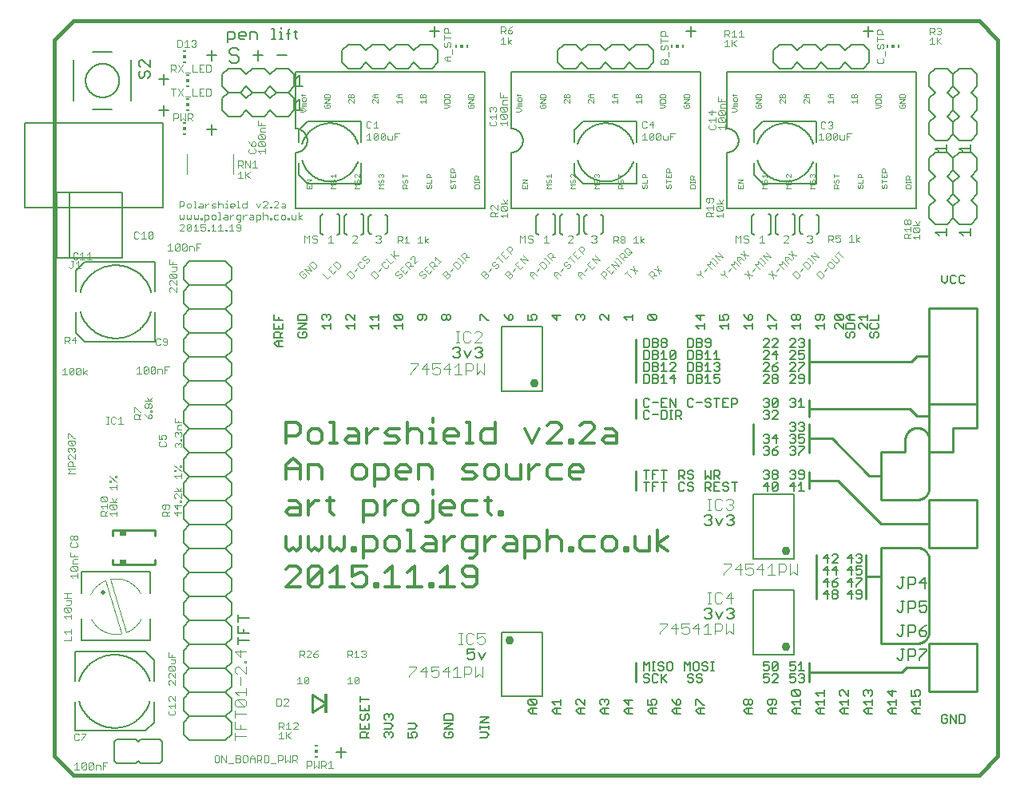
<source format=gto>
G75*
%MOIN*%
%OFA0B0*%
%FSLAX25Y25*%
%IPPOS*%
%LPD*%
%AMOC8*
5,1,8,0,0,1.08239X$1,22.5*
%
%ADD10C,0.01600*%
%ADD11C,0.00600*%
%ADD12C,0.00300*%
%ADD13C,0.00400*%
%ADD14C,0.01200*%
%ADD15C,0.00800*%
%ADD16C,0.00500*%
%ADD17C,0.01000*%
%ADD18R,0.01181X0.00591*%
%ADD19R,0.01181X0.01181*%
%ADD20C,0.00200*%
%ADD21R,0.00591X0.01181*%
%ADD22C,0.01969*%
%ADD23C,0.03619*%
%ADD24R,0.01181X0.08268*%
%ADD25R,0.02953X0.01969*%
D10*
X0015300Y0009674D02*
X0023174Y0001800D01*
X0401127Y0001800D01*
X0409001Y0009674D01*
X0409001Y0308887D01*
X0401127Y0316761D01*
X0023174Y0316761D01*
X0015300Y0308887D01*
X0015300Y0308800D02*
X0015300Y0009800D01*
D11*
X0040300Y0007800D02*
X0041300Y0006800D01*
X0049300Y0006800D01*
X0050300Y0007800D01*
X0051300Y0006800D01*
X0059300Y0006800D01*
X0060300Y0007800D01*
X0060300Y0015800D01*
X0059300Y0016800D01*
X0051300Y0016800D01*
X0050300Y0015800D01*
X0049300Y0016800D01*
X0041300Y0016800D01*
X0040300Y0015800D01*
X0040300Y0007800D01*
X0069158Y0018867D02*
X0069158Y0023867D01*
X0071658Y0026367D01*
X0086658Y0026367D01*
X0089158Y0023867D01*
X0089158Y0018867D01*
X0086658Y0016367D01*
X0071658Y0016367D01*
X0069158Y0018867D01*
X0071658Y0026367D02*
X0069158Y0028867D01*
X0069158Y0033867D01*
X0071658Y0036367D01*
X0086658Y0036367D01*
X0089158Y0033867D01*
X0089158Y0028867D01*
X0086658Y0026367D01*
X0086658Y0036367D02*
X0089158Y0038867D01*
X0089158Y0043867D01*
X0086658Y0046367D01*
X0071658Y0046367D01*
X0069158Y0048867D01*
X0069158Y0053867D01*
X0071658Y0056367D01*
X0086658Y0056367D01*
X0089158Y0053867D01*
X0089158Y0048867D01*
X0086658Y0046367D01*
X0086658Y0056367D02*
X0089158Y0058867D01*
X0089158Y0063867D01*
X0086658Y0066367D01*
X0071658Y0066367D01*
X0069158Y0068867D01*
X0069158Y0073867D01*
X0071658Y0076367D01*
X0086658Y0076367D01*
X0089158Y0073867D01*
X0089158Y0068867D01*
X0086658Y0066367D01*
X0086658Y0076367D02*
X0089158Y0078867D01*
X0089158Y0083867D01*
X0086658Y0086367D01*
X0071658Y0086367D01*
X0069158Y0088867D01*
X0069158Y0093867D01*
X0071658Y0096367D01*
X0086658Y0096367D01*
X0089158Y0093867D01*
X0089158Y0088867D01*
X0086658Y0086367D01*
X0086658Y0096367D02*
X0089158Y0098867D01*
X0089158Y0103867D01*
X0086658Y0106367D01*
X0071658Y0106367D01*
X0069158Y0108867D01*
X0069158Y0113867D01*
X0071658Y0116367D01*
X0086658Y0116367D01*
X0089158Y0113867D01*
X0089158Y0108867D01*
X0086658Y0106367D01*
X0086658Y0116367D02*
X0089158Y0118867D01*
X0089158Y0123867D01*
X0086658Y0126367D01*
X0071658Y0126367D01*
X0069158Y0128867D01*
X0069158Y0133867D01*
X0071658Y0136367D01*
X0086658Y0136367D01*
X0089158Y0133867D01*
X0089158Y0128867D01*
X0086658Y0126367D01*
X0086658Y0136367D02*
X0089158Y0138867D01*
X0089158Y0143867D01*
X0086658Y0146367D01*
X0071658Y0146367D01*
X0069158Y0148867D01*
X0069158Y0153867D01*
X0071658Y0156367D01*
X0086658Y0156367D01*
X0089158Y0153867D01*
X0089158Y0148867D01*
X0086658Y0146367D01*
X0086658Y0156367D02*
X0089158Y0158867D01*
X0089158Y0163867D01*
X0086658Y0166367D01*
X0071658Y0166367D01*
X0069158Y0163867D01*
X0069158Y0158867D01*
X0071658Y0156367D01*
X0071658Y0146367D02*
X0069158Y0143867D01*
X0069158Y0138867D01*
X0071658Y0136367D01*
X0071658Y0126367D02*
X0069158Y0123867D01*
X0069158Y0118867D01*
X0071658Y0116367D01*
X0071658Y0106367D02*
X0069158Y0103867D01*
X0069158Y0098867D01*
X0071658Y0096367D01*
X0071658Y0086367D02*
X0069158Y0083867D01*
X0069158Y0078867D01*
X0071658Y0076367D01*
X0071658Y0066367D02*
X0069158Y0063867D01*
X0069158Y0058867D01*
X0071658Y0056367D01*
X0071658Y0046367D02*
X0069158Y0043867D01*
X0069158Y0038867D01*
X0071658Y0036367D01*
X0132730Y0011303D02*
X0137000Y0011303D01*
X0134865Y0013438D02*
X0134865Y0009168D01*
X0187600Y0050834D02*
X0188334Y0050100D01*
X0189802Y0050100D01*
X0190536Y0050834D01*
X0190536Y0052302D01*
X0189802Y0053036D01*
X0189068Y0053036D01*
X0187600Y0052302D01*
X0187600Y0054504D01*
X0190536Y0054504D01*
X0192204Y0053036D02*
X0193672Y0050100D01*
X0195140Y0053036D01*
X0286600Y0067834D02*
X0287334Y0067100D01*
X0288802Y0067100D01*
X0289536Y0067834D01*
X0289536Y0068568D01*
X0288802Y0069302D01*
X0288068Y0069302D01*
X0288802Y0069302D02*
X0289536Y0070036D01*
X0289536Y0070770D01*
X0288802Y0071504D01*
X0287334Y0071504D01*
X0286600Y0070770D01*
X0291204Y0070036D02*
X0292672Y0067100D01*
X0294140Y0070036D01*
X0295808Y0070770D02*
X0296542Y0071504D01*
X0298010Y0071504D01*
X0298744Y0070770D01*
X0298744Y0070036D01*
X0298010Y0069302D01*
X0298744Y0068568D01*
X0298744Y0067834D01*
X0298010Y0067100D01*
X0296542Y0067100D01*
X0295808Y0067834D01*
X0297276Y0069302D02*
X0298010Y0069302D01*
X0298010Y0106100D02*
X0296542Y0106100D01*
X0295808Y0106834D01*
X0297276Y0108302D02*
X0298010Y0108302D01*
X0298744Y0107568D01*
X0298744Y0106834D01*
X0298010Y0106100D01*
X0298010Y0108302D02*
X0298744Y0109036D01*
X0298744Y0109770D01*
X0298010Y0110504D01*
X0296542Y0110504D01*
X0295808Y0109770D01*
X0294140Y0109036D02*
X0292672Y0106100D01*
X0291204Y0109036D01*
X0289536Y0109036D02*
X0288802Y0108302D01*
X0289536Y0107568D01*
X0289536Y0106834D01*
X0288802Y0106100D01*
X0287334Y0106100D01*
X0286600Y0106834D01*
X0288068Y0108302D02*
X0288802Y0108302D01*
X0289536Y0109036D02*
X0289536Y0109770D01*
X0288802Y0110504D01*
X0287334Y0110504D01*
X0286600Y0109770D01*
X0193744Y0176834D02*
X0193010Y0176100D01*
X0191542Y0176100D01*
X0190808Y0176834D01*
X0192276Y0178302D02*
X0193010Y0178302D01*
X0193744Y0177568D01*
X0193744Y0176834D01*
X0193010Y0178302D02*
X0193744Y0179036D01*
X0193744Y0179770D01*
X0193010Y0180504D01*
X0191542Y0180504D01*
X0190808Y0179770D01*
X0189140Y0179036D02*
X0187672Y0176100D01*
X0186204Y0179036D01*
X0184536Y0179036D02*
X0183802Y0178302D01*
X0184536Y0177568D01*
X0184536Y0176834D01*
X0183802Y0176100D01*
X0182334Y0176100D01*
X0181600Y0176834D01*
X0183068Y0178302D02*
X0183802Y0178302D01*
X0184536Y0179036D02*
X0184536Y0179770D01*
X0183802Y0180504D01*
X0182334Y0180504D01*
X0181600Y0179770D01*
X0194800Y0238300D02*
X0115800Y0238300D01*
X0115800Y0261800D01*
X0115940Y0261802D01*
X0116080Y0261808D01*
X0116220Y0261818D01*
X0116360Y0261831D01*
X0116499Y0261849D01*
X0116638Y0261871D01*
X0116775Y0261896D01*
X0116913Y0261925D01*
X0117049Y0261958D01*
X0117184Y0261995D01*
X0117318Y0262036D01*
X0117451Y0262081D01*
X0117583Y0262129D01*
X0117713Y0262181D01*
X0117842Y0262236D01*
X0117969Y0262295D01*
X0118095Y0262358D01*
X0118219Y0262424D01*
X0118340Y0262493D01*
X0118460Y0262566D01*
X0118578Y0262643D01*
X0118693Y0262722D01*
X0118807Y0262805D01*
X0118917Y0262891D01*
X0119026Y0262980D01*
X0119132Y0263072D01*
X0119235Y0263167D01*
X0119336Y0263264D01*
X0119433Y0263365D01*
X0119528Y0263468D01*
X0119620Y0263574D01*
X0119709Y0263683D01*
X0119795Y0263793D01*
X0119878Y0263907D01*
X0119957Y0264022D01*
X0120034Y0264140D01*
X0120107Y0264260D01*
X0120176Y0264381D01*
X0120242Y0264505D01*
X0120305Y0264631D01*
X0120364Y0264758D01*
X0120419Y0264887D01*
X0120471Y0265017D01*
X0120519Y0265149D01*
X0120564Y0265282D01*
X0120605Y0265416D01*
X0120642Y0265551D01*
X0120675Y0265687D01*
X0120704Y0265825D01*
X0120729Y0265962D01*
X0120751Y0266101D01*
X0120769Y0266240D01*
X0120782Y0266380D01*
X0120792Y0266520D01*
X0120798Y0266660D01*
X0120800Y0266800D01*
X0120798Y0266940D01*
X0120792Y0267080D01*
X0120782Y0267220D01*
X0120769Y0267360D01*
X0120751Y0267499D01*
X0120729Y0267638D01*
X0120704Y0267775D01*
X0120675Y0267913D01*
X0120642Y0268049D01*
X0120605Y0268184D01*
X0120564Y0268318D01*
X0120519Y0268451D01*
X0120471Y0268583D01*
X0120419Y0268713D01*
X0120364Y0268842D01*
X0120305Y0268969D01*
X0120242Y0269095D01*
X0120176Y0269219D01*
X0120107Y0269340D01*
X0120034Y0269460D01*
X0119957Y0269578D01*
X0119878Y0269693D01*
X0119795Y0269807D01*
X0119709Y0269917D01*
X0119620Y0270026D01*
X0119528Y0270132D01*
X0119433Y0270235D01*
X0119336Y0270336D01*
X0119235Y0270433D01*
X0119132Y0270528D01*
X0119026Y0270620D01*
X0118917Y0270709D01*
X0118807Y0270795D01*
X0118693Y0270878D01*
X0118578Y0270957D01*
X0118460Y0271034D01*
X0118340Y0271107D01*
X0118219Y0271176D01*
X0118095Y0271242D01*
X0117969Y0271305D01*
X0117842Y0271364D01*
X0117713Y0271419D01*
X0117583Y0271471D01*
X0117451Y0271519D01*
X0117318Y0271564D01*
X0117184Y0271605D01*
X0117049Y0271642D01*
X0116913Y0271675D01*
X0116775Y0271704D01*
X0116638Y0271729D01*
X0116499Y0271751D01*
X0116360Y0271769D01*
X0116220Y0271782D01*
X0116080Y0271792D01*
X0115940Y0271798D01*
X0115800Y0271800D01*
X0115800Y0295300D01*
X0194800Y0295300D01*
X0194800Y0238300D01*
X0205800Y0238300D02*
X0284800Y0238300D01*
X0284800Y0295300D01*
X0205800Y0295300D01*
X0205800Y0271800D01*
X0205940Y0271798D01*
X0206080Y0271792D01*
X0206220Y0271782D01*
X0206360Y0271769D01*
X0206499Y0271751D01*
X0206638Y0271729D01*
X0206775Y0271704D01*
X0206913Y0271675D01*
X0207049Y0271642D01*
X0207184Y0271605D01*
X0207318Y0271564D01*
X0207451Y0271519D01*
X0207583Y0271471D01*
X0207713Y0271419D01*
X0207842Y0271364D01*
X0207969Y0271305D01*
X0208095Y0271242D01*
X0208219Y0271176D01*
X0208340Y0271107D01*
X0208460Y0271034D01*
X0208578Y0270957D01*
X0208693Y0270878D01*
X0208807Y0270795D01*
X0208917Y0270709D01*
X0209026Y0270620D01*
X0209132Y0270528D01*
X0209235Y0270433D01*
X0209336Y0270336D01*
X0209433Y0270235D01*
X0209528Y0270132D01*
X0209620Y0270026D01*
X0209709Y0269917D01*
X0209795Y0269807D01*
X0209878Y0269693D01*
X0209957Y0269578D01*
X0210034Y0269460D01*
X0210107Y0269340D01*
X0210176Y0269219D01*
X0210242Y0269095D01*
X0210305Y0268969D01*
X0210364Y0268842D01*
X0210419Y0268713D01*
X0210471Y0268583D01*
X0210519Y0268451D01*
X0210564Y0268318D01*
X0210605Y0268184D01*
X0210642Y0268049D01*
X0210675Y0267913D01*
X0210704Y0267775D01*
X0210729Y0267638D01*
X0210751Y0267499D01*
X0210769Y0267360D01*
X0210782Y0267220D01*
X0210792Y0267080D01*
X0210798Y0266940D01*
X0210800Y0266800D01*
X0210798Y0266660D01*
X0210792Y0266520D01*
X0210782Y0266380D01*
X0210769Y0266240D01*
X0210751Y0266101D01*
X0210729Y0265962D01*
X0210704Y0265825D01*
X0210675Y0265687D01*
X0210642Y0265551D01*
X0210605Y0265416D01*
X0210564Y0265282D01*
X0210519Y0265149D01*
X0210471Y0265017D01*
X0210419Y0264887D01*
X0210364Y0264758D01*
X0210305Y0264631D01*
X0210242Y0264505D01*
X0210176Y0264381D01*
X0210107Y0264260D01*
X0210034Y0264140D01*
X0209957Y0264022D01*
X0209878Y0263907D01*
X0209795Y0263793D01*
X0209709Y0263683D01*
X0209620Y0263574D01*
X0209528Y0263468D01*
X0209433Y0263365D01*
X0209336Y0263264D01*
X0209235Y0263167D01*
X0209132Y0263072D01*
X0209026Y0262980D01*
X0208917Y0262891D01*
X0208807Y0262805D01*
X0208693Y0262722D01*
X0208578Y0262643D01*
X0208460Y0262566D01*
X0208340Y0262493D01*
X0208219Y0262424D01*
X0208095Y0262358D01*
X0207969Y0262295D01*
X0207842Y0262236D01*
X0207713Y0262181D01*
X0207583Y0262129D01*
X0207451Y0262081D01*
X0207318Y0262036D01*
X0207184Y0261995D01*
X0207049Y0261958D01*
X0206913Y0261925D01*
X0206775Y0261896D01*
X0206638Y0261871D01*
X0206499Y0261849D01*
X0206360Y0261831D01*
X0206220Y0261818D01*
X0206080Y0261808D01*
X0205940Y0261802D01*
X0205800Y0261800D01*
X0205800Y0238300D01*
X0295800Y0238300D02*
X0374800Y0238300D01*
X0374800Y0295300D01*
X0295800Y0295300D01*
X0295800Y0271800D01*
X0295940Y0271798D01*
X0296080Y0271792D01*
X0296220Y0271782D01*
X0296360Y0271769D01*
X0296499Y0271751D01*
X0296638Y0271729D01*
X0296775Y0271704D01*
X0296913Y0271675D01*
X0297049Y0271642D01*
X0297184Y0271605D01*
X0297318Y0271564D01*
X0297451Y0271519D01*
X0297583Y0271471D01*
X0297713Y0271419D01*
X0297842Y0271364D01*
X0297969Y0271305D01*
X0298095Y0271242D01*
X0298219Y0271176D01*
X0298340Y0271107D01*
X0298460Y0271034D01*
X0298578Y0270957D01*
X0298693Y0270878D01*
X0298807Y0270795D01*
X0298917Y0270709D01*
X0299026Y0270620D01*
X0299132Y0270528D01*
X0299235Y0270433D01*
X0299336Y0270336D01*
X0299433Y0270235D01*
X0299528Y0270132D01*
X0299620Y0270026D01*
X0299709Y0269917D01*
X0299795Y0269807D01*
X0299878Y0269693D01*
X0299957Y0269578D01*
X0300034Y0269460D01*
X0300107Y0269340D01*
X0300176Y0269219D01*
X0300242Y0269095D01*
X0300305Y0268969D01*
X0300364Y0268842D01*
X0300419Y0268713D01*
X0300471Y0268583D01*
X0300519Y0268451D01*
X0300564Y0268318D01*
X0300605Y0268184D01*
X0300642Y0268049D01*
X0300675Y0267913D01*
X0300704Y0267775D01*
X0300729Y0267638D01*
X0300751Y0267499D01*
X0300769Y0267360D01*
X0300782Y0267220D01*
X0300792Y0267080D01*
X0300798Y0266940D01*
X0300800Y0266800D01*
X0300798Y0266660D01*
X0300792Y0266520D01*
X0300782Y0266380D01*
X0300769Y0266240D01*
X0300751Y0266101D01*
X0300729Y0265962D01*
X0300704Y0265825D01*
X0300675Y0265687D01*
X0300642Y0265551D01*
X0300605Y0265416D01*
X0300564Y0265282D01*
X0300519Y0265149D01*
X0300471Y0265017D01*
X0300419Y0264887D01*
X0300364Y0264758D01*
X0300305Y0264631D01*
X0300242Y0264505D01*
X0300176Y0264381D01*
X0300107Y0264260D01*
X0300034Y0264140D01*
X0299957Y0264022D01*
X0299878Y0263907D01*
X0299795Y0263793D01*
X0299709Y0263683D01*
X0299620Y0263574D01*
X0299528Y0263468D01*
X0299433Y0263365D01*
X0299336Y0263264D01*
X0299235Y0263167D01*
X0299132Y0263072D01*
X0299026Y0262980D01*
X0298917Y0262891D01*
X0298807Y0262805D01*
X0298693Y0262722D01*
X0298578Y0262643D01*
X0298460Y0262566D01*
X0298340Y0262493D01*
X0298219Y0262424D01*
X0298095Y0262358D01*
X0297969Y0262295D01*
X0297842Y0262236D01*
X0297713Y0262181D01*
X0297583Y0262129D01*
X0297451Y0262081D01*
X0297318Y0262036D01*
X0297184Y0261995D01*
X0297049Y0261958D01*
X0296913Y0261925D01*
X0296775Y0261896D01*
X0296638Y0261871D01*
X0296499Y0261849D01*
X0296360Y0261831D01*
X0296220Y0261818D01*
X0296080Y0261808D01*
X0295940Y0261802D01*
X0295800Y0261800D01*
X0295800Y0238300D01*
X0380300Y0239300D02*
X0380300Y0234300D01*
X0382800Y0231800D01*
X0387800Y0231800D01*
X0390300Y0234300D01*
X0390300Y0239300D01*
X0387800Y0241800D01*
X0390300Y0244300D01*
X0390300Y0249300D01*
X0387800Y0251800D01*
X0390300Y0254300D01*
X0390300Y0259300D01*
X0387800Y0261800D01*
X0382800Y0261800D01*
X0380300Y0259300D01*
X0380300Y0254300D01*
X0382800Y0251800D01*
X0380300Y0249300D01*
X0380300Y0244300D01*
X0382800Y0241800D01*
X0380300Y0239300D01*
X0390300Y0239300D02*
X0390300Y0234300D01*
X0392800Y0231800D01*
X0397800Y0231800D01*
X0400300Y0234300D01*
X0400300Y0239300D01*
X0397800Y0241800D01*
X0400300Y0244300D01*
X0400300Y0249300D01*
X0397800Y0251800D01*
X0400300Y0254300D01*
X0400300Y0259300D01*
X0397800Y0261800D01*
X0392800Y0261800D01*
X0390300Y0259300D01*
X0390300Y0254300D01*
X0392800Y0251800D01*
X0390300Y0249300D01*
X0390300Y0244300D01*
X0392800Y0241800D01*
X0390300Y0239300D01*
X0387800Y0266800D02*
X0382800Y0266800D01*
X0380300Y0269300D01*
X0380300Y0274300D01*
X0382800Y0276800D01*
X0380300Y0279300D01*
X0380300Y0284300D01*
X0382800Y0286800D01*
X0380300Y0289300D01*
X0380300Y0294300D01*
X0382800Y0296800D01*
X0387800Y0296800D01*
X0390300Y0294300D01*
X0390300Y0289300D01*
X0387800Y0286800D01*
X0390300Y0284300D01*
X0390300Y0279300D01*
X0387800Y0276800D01*
X0390300Y0274300D01*
X0390300Y0269300D01*
X0387800Y0266800D01*
X0390300Y0269300D02*
X0392800Y0266800D01*
X0397800Y0266800D01*
X0400300Y0269300D01*
X0400300Y0274300D01*
X0397800Y0276800D01*
X0400300Y0279300D01*
X0400300Y0284300D01*
X0397800Y0286800D01*
X0400300Y0289300D01*
X0400300Y0294300D01*
X0397800Y0296800D01*
X0392800Y0296800D01*
X0390300Y0294300D01*
X0390300Y0289300D01*
X0392800Y0286800D01*
X0390300Y0284300D01*
X0390300Y0279300D01*
X0392800Y0276800D01*
X0390300Y0274300D01*
X0390300Y0269300D01*
X0354865Y0310168D02*
X0354865Y0314438D01*
X0357000Y0312303D02*
X0352730Y0312303D01*
X0283000Y0312303D02*
X0278730Y0312303D01*
X0280865Y0314438D02*
X0280865Y0310168D01*
X0176000Y0312303D02*
X0171730Y0312303D01*
X0173865Y0314438D02*
X0173865Y0310168D01*
X0116691Y0309100D02*
X0115957Y0309834D01*
X0115957Y0312770D01*
X0115224Y0312036D02*
X0116691Y0312036D01*
X0113622Y0311302D02*
X0112154Y0311302D01*
X0112888Y0312770D02*
X0112888Y0309100D01*
X0110553Y0309100D02*
X0109085Y0309100D01*
X0109819Y0309100D02*
X0109819Y0312036D01*
X0109085Y0312036D01*
X0109819Y0313504D02*
X0109819Y0314238D01*
X0106750Y0313504D02*
X0106750Y0309100D01*
X0106016Y0309100D02*
X0107484Y0309100D01*
X0106750Y0313504D02*
X0106016Y0313504D01*
X0099744Y0311302D02*
X0099744Y0309100D01*
X0099744Y0311302D02*
X0099010Y0312036D01*
X0096808Y0312036D01*
X0096808Y0309100D01*
X0095140Y0310568D02*
X0092204Y0310568D01*
X0092204Y0311302D02*
X0092938Y0312036D01*
X0094406Y0312036D01*
X0095140Y0311302D01*
X0095140Y0310568D01*
X0094406Y0309100D02*
X0092938Y0309100D01*
X0092204Y0309834D01*
X0092204Y0311302D01*
X0090536Y0311302D02*
X0090536Y0309834D01*
X0089802Y0309100D01*
X0087600Y0309100D01*
X0087600Y0307632D02*
X0087600Y0312036D01*
X0089802Y0312036D01*
X0090536Y0311302D01*
X0080865Y0304438D02*
X0080865Y0300168D01*
X0083000Y0302303D02*
X0078730Y0302303D01*
X0085300Y0294300D02*
X0085300Y0289300D01*
X0087800Y0286800D01*
X0092800Y0286800D01*
X0095300Y0289300D01*
X0097800Y0286800D01*
X0102800Y0286800D01*
X0105300Y0289300D01*
X0107800Y0286800D01*
X0112800Y0286800D01*
X0115300Y0289300D01*
X0115300Y0294300D01*
X0112800Y0296800D01*
X0107800Y0296800D01*
X0105300Y0294300D01*
X0102800Y0296800D01*
X0097800Y0296800D01*
X0095300Y0294300D01*
X0092800Y0296800D01*
X0087800Y0296800D01*
X0085300Y0294300D01*
X0087800Y0286800D02*
X0085300Y0284300D01*
X0085300Y0279300D01*
X0087800Y0276800D01*
X0092800Y0276800D01*
X0095300Y0279300D01*
X0097800Y0276800D01*
X0102800Y0276800D01*
X0105300Y0279300D01*
X0107800Y0276800D01*
X0112800Y0276800D01*
X0115300Y0279300D01*
X0115300Y0284300D01*
X0112800Y0286800D01*
X0107800Y0286800D01*
X0105300Y0284300D01*
X0102800Y0286800D01*
X0097800Y0286800D01*
X0095300Y0284300D01*
X0092800Y0286800D01*
X0087800Y0286800D01*
X0080865Y0273438D02*
X0080865Y0269168D01*
X0083000Y0271303D02*
X0078730Y0271303D01*
X0063000Y0279303D02*
X0058730Y0279303D01*
X0060865Y0281438D02*
X0060865Y0277168D01*
X0060865Y0290168D02*
X0060865Y0294438D01*
X0063000Y0292303D02*
X0058730Y0292303D01*
X0112888Y0312770D02*
X0113622Y0313504D01*
X0086658Y0216367D02*
X0071658Y0216367D01*
X0069158Y0213867D01*
X0069158Y0208867D01*
X0071658Y0206367D01*
X0086658Y0206367D01*
X0089158Y0203867D01*
X0089158Y0198867D01*
X0086658Y0196367D01*
X0071658Y0196367D01*
X0069158Y0193867D01*
X0069158Y0188867D01*
X0071658Y0186367D01*
X0086658Y0186367D01*
X0089158Y0183867D01*
X0089158Y0178867D01*
X0086658Y0176367D01*
X0071658Y0176367D01*
X0069158Y0173867D01*
X0069158Y0168867D01*
X0071658Y0166367D01*
X0071658Y0176367D02*
X0069158Y0178867D01*
X0069158Y0183867D01*
X0071658Y0186367D01*
X0071658Y0196367D02*
X0069158Y0198867D01*
X0069158Y0203867D01*
X0071658Y0206367D01*
X0086658Y0206367D02*
X0089158Y0208867D01*
X0089158Y0213867D01*
X0086658Y0216367D01*
X0086658Y0196367D02*
X0089158Y0193867D01*
X0089158Y0188867D01*
X0086658Y0186367D01*
X0086658Y0176367D02*
X0089158Y0173867D01*
X0089158Y0168867D01*
X0086658Y0166367D01*
D12*
X0063234Y0172372D02*
X0061299Y0172372D01*
X0061299Y0169470D01*
X0060288Y0169470D02*
X0060288Y0170921D01*
X0059804Y0171405D01*
X0058353Y0171405D01*
X0058353Y0169470D01*
X0057341Y0169953D02*
X0056857Y0169470D01*
X0055890Y0169470D01*
X0055406Y0169953D01*
X0057341Y0171888D01*
X0057341Y0169953D01*
X0055406Y0169953D02*
X0055406Y0171888D01*
X0055890Y0172372D01*
X0056857Y0172372D01*
X0057341Y0171888D01*
X0054394Y0171888D02*
X0052460Y0169953D01*
X0052943Y0169470D01*
X0053911Y0169470D01*
X0054394Y0169953D01*
X0054394Y0171888D01*
X0053911Y0172372D01*
X0052943Y0172372D01*
X0052460Y0171888D01*
X0052460Y0169953D01*
X0051448Y0169470D02*
X0049513Y0169470D01*
X0050480Y0169470D02*
X0050480Y0172372D01*
X0049513Y0171405D01*
X0061299Y0170921D02*
X0062267Y0170921D01*
X0061892Y0181305D02*
X0062375Y0181789D01*
X0062375Y0183724D01*
X0061892Y0184208D01*
X0060924Y0184208D01*
X0060440Y0183724D01*
X0060440Y0183240D01*
X0060924Y0182756D01*
X0062375Y0182756D01*
X0061892Y0181305D02*
X0060924Y0181305D01*
X0060440Y0181789D01*
X0059429Y0181789D02*
X0058945Y0181305D01*
X0057978Y0181305D01*
X0057494Y0181789D01*
X0057494Y0183724D01*
X0057978Y0184208D01*
X0058945Y0184208D01*
X0059429Y0183724D01*
X0063645Y0203411D02*
X0063161Y0203894D01*
X0063161Y0204862D01*
X0063645Y0205346D01*
X0064128Y0205346D01*
X0066063Y0203411D01*
X0066063Y0205346D01*
X0066063Y0206357D02*
X0064128Y0208292D01*
X0063645Y0208292D01*
X0063161Y0207808D01*
X0063161Y0206841D01*
X0063645Y0206357D01*
X0066063Y0206357D02*
X0066063Y0208292D01*
X0065580Y0209304D02*
X0063645Y0211239D01*
X0065580Y0211239D01*
X0066063Y0210755D01*
X0066063Y0209787D01*
X0065580Y0209304D01*
X0063645Y0209304D01*
X0063161Y0209787D01*
X0063161Y0210755D01*
X0063645Y0211239D01*
X0064128Y0212250D02*
X0065580Y0212250D01*
X0066063Y0212734D01*
X0066063Y0214185D01*
X0064128Y0214185D01*
X0064612Y0215197D02*
X0064612Y0216164D01*
X0063161Y0215197D02*
X0063161Y0217132D01*
X0063161Y0215197D02*
X0066063Y0215197D01*
X0066085Y0220730D02*
X0065601Y0221214D01*
X0067536Y0223149D01*
X0067536Y0221214D01*
X0067052Y0220730D01*
X0066085Y0220730D01*
X0065601Y0221214D02*
X0065601Y0223149D01*
X0066085Y0223633D01*
X0067052Y0223633D01*
X0067536Y0223149D01*
X0068547Y0223149D02*
X0069031Y0223633D01*
X0069999Y0223633D01*
X0070482Y0223149D01*
X0068547Y0221214D01*
X0069031Y0220730D01*
X0069999Y0220730D01*
X0070482Y0221214D01*
X0070482Y0223149D01*
X0071494Y0222665D02*
X0072945Y0222665D01*
X0073429Y0222182D01*
X0073429Y0220730D01*
X0074440Y0220730D02*
X0074440Y0223633D01*
X0076375Y0223633D01*
X0075408Y0222182D02*
X0074440Y0222182D01*
X0071494Y0222665D02*
X0071494Y0220730D01*
X0068547Y0221214D02*
X0068547Y0223149D01*
X0064589Y0220730D02*
X0062654Y0220730D01*
X0063622Y0220730D02*
X0063622Y0223633D01*
X0062654Y0222665D01*
X0056375Y0226289D02*
X0056375Y0228224D01*
X0054440Y0226289D01*
X0054924Y0225805D01*
X0055892Y0225805D01*
X0056375Y0226289D01*
X0054440Y0226289D02*
X0054440Y0228224D01*
X0054924Y0228708D01*
X0055892Y0228708D01*
X0056375Y0228224D01*
X0053429Y0225805D02*
X0051494Y0225805D01*
X0052461Y0225805D02*
X0052461Y0228708D01*
X0051494Y0227740D01*
X0050482Y0228224D02*
X0049999Y0228708D01*
X0049031Y0228708D01*
X0048547Y0228224D01*
X0048547Y0226289D01*
X0049031Y0225805D01*
X0049999Y0225805D01*
X0050482Y0226289D01*
X0029909Y0220049D02*
X0029909Y0217147D01*
X0030876Y0217147D02*
X0028941Y0217147D01*
X0027930Y0217147D02*
X0025995Y0217147D01*
X0026962Y0217147D02*
X0026962Y0220049D01*
X0025995Y0219082D01*
X0024983Y0219566D02*
X0024500Y0220049D01*
X0023532Y0220049D01*
X0023048Y0219566D01*
X0023048Y0217631D01*
X0023532Y0217147D01*
X0024500Y0217147D01*
X0024983Y0217631D01*
X0025282Y0216338D02*
X0024315Y0215370D01*
X0025282Y0216338D02*
X0025282Y0213435D01*
X0024315Y0213435D02*
X0026249Y0213435D01*
X0022819Y0213919D02*
X0022819Y0216338D01*
X0022335Y0216338D02*
X0023303Y0216338D01*
X0022819Y0213919D02*
X0022335Y0213435D01*
X0021852Y0213435D01*
X0021368Y0213919D01*
X0028941Y0219082D02*
X0029909Y0220049D01*
X0023848Y0184852D02*
X0022397Y0183401D01*
X0024331Y0183401D01*
X0023848Y0181950D02*
X0023848Y0184852D01*
X0021385Y0184369D02*
X0021385Y0183401D01*
X0020901Y0182917D01*
X0019450Y0182917D01*
X0019450Y0181950D02*
X0019450Y0184852D01*
X0020901Y0184852D01*
X0021385Y0184369D01*
X0020417Y0182917D02*
X0021385Y0181950D01*
X0021880Y0171852D02*
X0022848Y0171852D01*
X0023331Y0171369D01*
X0021397Y0169434D01*
X0021880Y0168950D01*
X0022848Y0168950D01*
X0023331Y0169434D01*
X0023331Y0171369D01*
X0024343Y0171369D02*
X0024827Y0171852D01*
X0025794Y0171852D01*
X0026278Y0171369D01*
X0024343Y0169434D01*
X0024827Y0168950D01*
X0025794Y0168950D01*
X0026278Y0169434D01*
X0026278Y0171369D01*
X0027290Y0171852D02*
X0027290Y0168950D01*
X0027290Y0169917D02*
X0028741Y0168950D01*
X0027290Y0169917D02*
X0028741Y0170885D01*
X0024343Y0171369D02*
X0024343Y0169434D01*
X0021397Y0169434D02*
X0021397Y0171369D01*
X0021880Y0171852D01*
X0019417Y0171852D02*
X0019417Y0168950D01*
X0018450Y0168950D02*
X0020385Y0168950D01*
X0018450Y0170885D02*
X0019417Y0171852D01*
X0036950Y0151352D02*
X0037917Y0151352D01*
X0037434Y0151352D02*
X0037434Y0148450D01*
X0037917Y0148450D02*
X0036950Y0148450D01*
X0038914Y0148934D02*
X0038914Y0150869D01*
X0039398Y0151352D01*
X0040366Y0151352D01*
X0040849Y0150869D01*
X0041861Y0150385D02*
X0042828Y0151352D01*
X0042828Y0148450D01*
X0041861Y0148450D02*
X0043796Y0148450D01*
X0040849Y0148934D02*
X0040366Y0148450D01*
X0039398Y0148450D01*
X0038914Y0148934D01*
X0048448Y0150557D02*
X0048448Y0152008D01*
X0048931Y0152492D01*
X0049899Y0152492D01*
X0050383Y0152008D01*
X0050383Y0150557D01*
X0051350Y0150557D02*
X0048448Y0150557D01*
X0050383Y0151524D02*
X0051350Y0152492D01*
X0051350Y0153503D02*
X0050866Y0153503D01*
X0048931Y0155438D01*
X0048448Y0155438D01*
X0048448Y0153503D01*
X0052948Y0152563D02*
X0053431Y0151596D01*
X0054399Y0150628D01*
X0054399Y0152080D01*
X0054883Y0152563D01*
X0055366Y0152563D01*
X0055850Y0152080D01*
X0055850Y0151112D01*
X0055366Y0150628D01*
X0054399Y0150628D01*
X0055366Y0153575D02*
X0055366Y0154059D01*
X0055850Y0154059D01*
X0055850Y0153575D01*
X0055366Y0153575D01*
X0055366Y0155048D02*
X0054883Y0155048D01*
X0054399Y0155532D01*
X0054399Y0156499D01*
X0054883Y0156983D01*
X0055366Y0156983D01*
X0055850Y0156499D01*
X0055850Y0155532D01*
X0055366Y0155048D01*
X0054399Y0155532D02*
X0053915Y0155048D01*
X0053431Y0155048D01*
X0052948Y0155532D01*
X0052948Y0156499D01*
X0053431Y0156983D01*
X0053915Y0156983D01*
X0054399Y0156499D01*
X0054883Y0157995D02*
X0053915Y0159446D01*
X0052948Y0157995D02*
X0055850Y0157995D01*
X0054883Y0157995D02*
X0055850Y0159446D01*
X0065467Y0150875D02*
X0065467Y0148940D01*
X0068370Y0148940D01*
X0068370Y0147929D02*
X0066918Y0147929D01*
X0066435Y0147445D01*
X0066435Y0145994D01*
X0068370Y0145994D01*
X0067886Y0144982D02*
X0068370Y0144499D01*
X0068370Y0143531D01*
X0067886Y0143047D01*
X0067886Y0142058D02*
X0068370Y0142058D01*
X0068370Y0141574D01*
X0067886Y0141574D01*
X0067886Y0142058D01*
X0067886Y0140563D02*
X0068370Y0140079D01*
X0068370Y0139111D01*
X0067886Y0138628D01*
X0066918Y0139595D02*
X0066918Y0140079D01*
X0067402Y0140563D01*
X0067886Y0140563D01*
X0066918Y0140079D02*
X0066435Y0140563D01*
X0065951Y0140563D01*
X0065467Y0140079D01*
X0065467Y0139111D01*
X0065951Y0138628D01*
X0061795Y0139478D02*
X0061795Y0140445D01*
X0061311Y0140929D01*
X0061311Y0141940D02*
X0061795Y0142424D01*
X0061795Y0143392D01*
X0061311Y0143875D01*
X0060344Y0143875D01*
X0059860Y0143392D01*
X0059860Y0142908D01*
X0060344Y0141940D01*
X0058892Y0141940D01*
X0058892Y0143875D01*
X0059376Y0140929D02*
X0058892Y0140445D01*
X0058892Y0139478D01*
X0059376Y0138994D01*
X0061311Y0138994D01*
X0061795Y0139478D01*
X0065467Y0143531D02*
X0065467Y0144499D01*
X0065951Y0144982D01*
X0066435Y0144982D01*
X0066918Y0144499D01*
X0067402Y0144982D01*
X0067886Y0144982D01*
X0066918Y0144499D02*
X0066918Y0144015D01*
X0065951Y0143047D02*
X0065467Y0143531D01*
X0066918Y0148940D02*
X0066918Y0149908D01*
X0067666Y0131030D02*
X0068150Y0131030D01*
X0068150Y0130546D01*
X0067666Y0130546D01*
X0067666Y0131030D01*
X0065248Y0131030D02*
X0068150Y0128611D01*
X0068150Y0127600D02*
X0068150Y0125665D01*
X0068150Y0126632D02*
X0065248Y0126632D01*
X0066215Y0125665D01*
X0065731Y0128611D02*
X0065248Y0128611D01*
X0065248Y0129095D01*
X0065731Y0129095D01*
X0065731Y0128611D01*
X0066215Y0121714D02*
X0067183Y0120263D01*
X0068150Y0121714D01*
X0068150Y0120263D02*
X0065248Y0120263D01*
X0065731Y0119251D02*
X0065248Y0118768D01*
X0065248Y0117800D01*
X0065731Y0117316D01*
X0065731Y0119251D02*
X0066215Y0119251D01*
X0068150Y0117316D01*
X0068150Y0119251D01*
X0068150Y0116327D02*
X0068150Y0115843D01*
X0067666Y0115843D01*
X0067666Y0116327D01*
X0068150Y0116327D01*
X0068150Y0114348D02*
X0065248Y0114348D01*
X0066699Y0112897D01*
X0066699Y0114831D01*
X0066699Y0111885D02*
X0066699Y0109950D01*
X0065248Y0111401D01*
X0068150Y0111401D01*
X0063150Y0111885D02*
X0062183Y0110917D01*
X0062183Y0111401D02*
X0062183Y0109950D01*
X0063150Y0109950D02*
X0060248Y0109950D01*
X0060248Y0111401D01*
X0060731Y0111885D01*
X0061699Y0111885D01*
X0062183Y0111401D01*
X0062666Y0112897D02*
X0063150Y0113380D01*
X0063150Y0114348D01*
X0062666Y0114831D01*
X0060731Y0114831D01*
X0060248Y0114348D01*
X0060248Y0113380D01*
X0060731Y0112897D01*
X0061215Y0112897D01*
X0061699Y0113380D01*
X0061699Y0114831D01*
X0041150Y0114348D02*
X0041150Y0113380D01*
X0040666Y0112897D01*
X0038731Y0114831D01*
X0040666Y0114831D01*
X0041150Y0114348D01*
X0041150Y0115843D02*
X0038248Y0115843D01*
X0037350Y0116487D02*
X0036866Y0116003D01*
X0034931Y0117938D01*
X0036866Y0117938D01*
X0037350Y0117455D01*
X0037350Y0116487D01*
X0036866Y0116003D02*
X0034931Y0116003D01*
X0034448Y0116487D01*
X0034448Y0117455D01*
X0034931Y0117938D01*
X0037350Y0114992D02*
X0037350Y0113057D01*
X0038248Y0113380D02*
X0038248Y0114348D01*
X0038731Y0114831D01*
X0038248Y0113380D02*
X0038731Y0112897D01*
X0040666Y0112897D01*
X0041150Y0111885D02*
X0041150Y0109950D01*
X0041150Y0110917D02*
X0038248Y0110917D01*
X0039215Y0109950D01*
X0037350Y0110110D02*
X0034448Y0110110D01*
X0034448Y0111562D01*
X0034931Y0112045D01*
X0035899Y0112045D01*
X0036383Y0111562D01*
X0036383Y0110110D01*
X0036383Y0111078D02*
X0037350Y0112045D01*
X0037350Y0114024D02*
X0034448Y0114024D01*
X0035415Y0113057D01*
X0040183Y0115843D02*
X0039215Y0117294D01*
X0040183Y0115843D02*
X0041150Y0117294D01*
X0041150Y0121245D02*
X0041150Y0123180D01*
X0041150Y0122212D02*
X0038248Y0122212D01*
X0039215Y0121245D01*
X0038731Y0124191D02*
X0038248Y0124191D01*
X0038248Y0124675D01*
X0038731Y0124675D01*
X0038731Y0124191D01*
X0041150Y0124191D02*
X0038248Y0126610D01*
X0040666Y0126610D02*
X0041150Y0126610D01*
X0041150Y0126126D01*
X0040666Y0126126D01*
X0040666Y0126610D01*
X0023850Y0127771D02*
X0020948Y0127771D01*
X0021915Y0128738D01*
X0020948Y0129706D01*
X0023850Y0129706D01*
X0023850Y0130717D02*
X0020948Y0130717D01*
X0020948Y0132169D01*
X0021431Y0132652D01*
X0022399Y0132652D01*
X0022883Y0132169D01*
X0022883Y0130717D01*
X0023850Y0133664D02*
X0021915Y0135599D01*
X0021431Y0135599D01*
X0020948Y0135115D01*
X0020948Y0134148D01*
X0021431Y0133664D01*
X0023850Y0133664D02*
X0023850Y0135599D01*
X0023366Y0136610D02*
X0023850Y0137094D01*
X0023850Y0138062D01*
X0023366Y0138545D01*
X0022883Y0138545D01*
X0022399Y0138062D01*
X0022399Y0137578D01*
X0022399Y0138062D02*
X0021915Y0138545D01*
X0021431Y0138545D01*
X0020948Y0138062D01*
X0020948Y0137094D01*
X0021431Y0136610D01*
X0021431Y0139557D02*
X0020948Y0140041D01*
X0020948Y0141008D01*
X0021431Y0141492D01*
X0023366Y0139557D01*
X0023850Y0140041D01*
X0023850Y0141008D01*
X0023366Y0141492D01*
X0021431Y0141492D01*
X0020948Y0142503D02*
X0020948Y0144438D01*
X0021431Y0144438D01*
X0023366Y0142503D01*
X0023850Y0142503D01*
X0023366Y0139557D02*
X0021431Y0139557D01*
X0022376Y0101875D02*
X0022860Y0101875D01*
X0023344Y0101392D01*
X0023344Y0100424D01*
X0022860Y0099940D01*
X0022376Y0099940D01*
X0021892Y0100424D01*
X0021892Y0101392D01*
X0022376Y0101875D01*
X0023344Y0101392D02*
X0023827Y0101875D01*
X0024311Y0101875D01*
X0024795Y0101392D01*
X0024795Y0100424D01*
X0024311Y0099940D01*
X0023827Y0099940D01*
X0023344Y0100424D01*
X0024311Y0098929D02*
X0024795Y0098445D01*
X0024795Y0097478D01*
X0024311Y0096994D01*
X0022376Y0096994D01*
X0021892Y0097478D01*
X0021892Y0098445D01*
X0022376Y0098929D01*
X0021967Y0094875D02*
X0021967Y0092940D01*
X0024870Y0092940D01*
X0024870Y0091929D02*
X0023418Y0091929D01*
X0022935Y0091445D01*
X0022935Y0089994D01*
X0024870Y0089994D01*
X0024386Y0088982D02*
X0024870Y0088499D01*
X0024870Y0087531D01*
X0024386Y0087047D01*
X0022451Y0088982D01*
X0024386Y0088982D01*
X0024386Y0087047D02*
X0022451Y0087047D01*
X0021967Y0087531D01*
X0021967Y0088499D01*
X0022451Y0088982D01*
X0024870Y0086036D02*
X0024870Y0084101D01*
X0024870Y0085068D02*
X0021967Y0085068D01*
X0022935Y0084101D01*
X0022150Y0077725D02*
X0019248Y0077725D01*
X0020699Y0077725D02*
X0020699Y0075790D01*
X0020215Y0074778D02*
X0022150Y0074778D01*
X0022150Y0073327D01*
X0021666Y0072843D01*
X0020215Y0072843D01*
X0019731Y0071831D02*
X0021666Y0069897D01*
X0022150Y0070380D01*
X0022150Y0071348D01*
X0021666Y0071831D01*
X0019731Y0071831D01*
X0019248Y0071348D01*
X0019248Y0070380D01*
X0019731Y0069897D01*
X0021666Y0069897D01*
X0022150Y0068885D02*
X0022150Y0066950D01*
X0022150Y0067917D02*
X0019248Y0067917D01*
X0020215Y0066950D01*
X0022150Y0062831D02*
X0022150Y0060897D01*
X0022150Y0061864D02*
X0019248Y0061864D01*
X0020215Y0060897D01*
X0022150Y0059885D02*
X0022150Y0057950D01*
X0019248Y0057950D01*
X0019248Y0075790D02*
X0022150Y0075790D01*
X0023418Y0092940D02*
X0023418Y0093908D01*
X0062748Y0053171D02*
X0062748Y0051236D01*
X0065650Y0051236D01*
X0065650Y0050225D02*
X0063715Y0050225D01*
X0064199Y0051236D02*
X0064199Y0052204D01*
X0065650Y0050225D02*
X0065650Y0048773D01*
X0065166Y0048290D01*
X0063715Y0048290D01*
X0063231Y0047278D02*
X0065166Y0045343D01*
X0065650Y0045827D01*
X0065650Y0046794D01*
X0065166Y0047278D01*
X0063231Y0047278D01*
X0062748Y0046794D01*
X0062748Y0045827D01*
X0063231Y0045343D01*
X0065166Y0045343D01*
X0065650Y0044331D02*
X0065650Y0042397D01*
X0063715Y0044331D01*
X0063231Y0044331D01*
X0062748Y0043848D01*
X0062748Y0042880D01*
X0063231Y0042397D01*
X0063231Y0041385D02*
X0062748Y0040901D01*
X0062748Y0039934D01*
X0063231Y0039450D01*
X0063231Y0041385D02*
X0063715Y0041385D01*
X0065650Y0039450D01*
X0065650Y0041385D01*
X0065650Y0034778D02*
X0065650Y0032843D01*
X0063715Y0034778D01*
X0063231Y0034778D01*
X0062748Y0034294D01*
X0062748Y0033327D01*
X0063231Y0032843D01*
X0062748Y0030864D02*
X0065650Y0030864D01*
X0065650Y0029897D02*
X0065650Y0031831D01*
X0063715Y0029897D02*
X0062748Y0030864D01*
X0063231Y0028885D02*
X0062748Y0028401D01*
X0062748Y0027434D01*
X0063231Y0026950D01*
X0065166Y0026950D01*
X0065650Y0027434D01*
X0065650Y0028401D01*
X0065166Y0028885D01*
X0082576Y0010152D02*
X0082092Y0009669D01*
X0082092Y0007734D01*
X0082576Y0007250D01*
X0083543Y0007250D01*
X0084027Y0007734D01*
X0084027Y0009669D01*
X0083543Y0010152D01*
X0082576Y0010152D01*
X0085038Y0010152D02*
X0086973Y0007250D01*
X0086973Y0010152D01*
X0085038Y0010152D02*
X0085038Y0007250D01*
X0087985Y0006766D02*
X0089920Y0006766D01*
X0090931Y0007250D02*
X0092383Y0007250D01*
X0092866Y0007734D01*
X0092866Y0008217D01*
X0092383Y0008701D01*
X0090931Y0008701D01*
X0090931Y0007250D02*
X0090931Y0010152D01*
X0092383Y0010152D01*
X0092866Y0009669D01*
X0092866Y0009185D01*
X0092383Y0008701D01*
X0093878Y0007734D02*
X0094362Y0007250D01*
X0095329Y0007250D01*
X0095813Y0007734D01*
X0095813Y0009669D01*
X0095329Y0010152D01*
X0094362Y0010152D01*
X0093878Y0009669D01*
X0093878Y0007734D01*
X0096824Y0007250D02*
X0096824Y0009185D01*
X0097792Y0010152D01*
X0098759Y0009185D01*
X0098759Y0007250D01*
X0099771Y0007250D02*
X0099771Y0010152D01*
X0101222Y0010152D01*
X0101706Y0009669D01*
X0101706Y0008701D01*
X0101222Y0008217D01*
X0099771Y0008217D01*
X0100738Y0008217D02*
X0101706Y0007250D01*
X0102717Y0007250D02*
X0104169Y0007250D01*
X0104652Y0007734D01*
X0104652Y0009669D01*
X0104169Y0010152D01*
X0102717Y0010152D01*
X0102717Y0007250D01*
X0105664Y0006766D02*
X0107599Y0006766D01*
X0108610Y0007250D02*
X0108610Y0010152D01*
X0110062Y0010152D01*
X0110545Y0009669D01*
X0110545Y0008701D01*
X0110062Y0008217D01*
X0108610Y0008217D01*
X0111557Y0007250D02*
X0112524Y0008217D01*
X0113492Y0007250D01*
X0113492Y0010152D01*
X0114503Y0010152D02*
X0115955Y0010152D01*
X0116438Y0009669D01*
X0116438Y0008701D01*
X0115955Y0008217D01*
X0114503Y0008217D01*
X0114503Y0007250D02*
X0114503Y0010152D01*
X0115471Y0008217D02*
X0116438Y0007250D01*
X0120664Y0007652D02*
X0120664Y0004750D01*
X0120664Y0005717D02*
X0122115Y0005717D01*
X0122599Y0006201D01*
X0122599Y0007169D01*
X0122115Y0007652D01*
X0120664Y0007652D01*
X0123610Y0007652D02*
X0123610Y0004750D01*
X0124578Y0005717D01*
X0125545Y0004750D01*
X0125545Y0007652D01*
X0126557Y0007652D02*
X0128008Y0007652D01*
X0128492Y0007169D01*
X0128492Y0006201D01*
X0128008Y0005717D01*
X0126557Y0005717D01*
X0126557Y0004750D02*
X0126557Y0007652D01*
X0127524Y0005717D02*
X0128492Y0004750D01*
X0129503Y0004750D02*
X0131438Y0004750D01*
X0130471Y0004750D02*
X0130471Y0007652D01*
X0129503Y0006685D01*
X0113831Y0016950D02*
X0112380Y0018401D01*
X0111897Y0017917D02*
X0113831Y0019852D01*
X0113831Y0020950D02*
X0111897Y0020950D01*
X0112864Y0020950D02*
X0112864Y0023852D01*
X0111897Y0022885D01*
X0110885Y0023369D02*
X0110885Y0022401D01*
X0110401Y0021917D01*
X0108950Y0021917D01*
X0108950Y0020950D02*
X0108950Y0023852D01*
X0110401Y0023852D01*
X0110885Y0023369D01*
X0109917Y0021917D02*
X0110885Y0020950D01*
X0109917Y0019852D02*
X0109917Y0016950D01*
X0108950Y0016950D02*
X0110885Y0016950D01*
X0111897Y0016950D02*
X0111897Y0019852D01*
X0109917Y0019852D02*
X0108950Y0018885D01*
X0114843Y0020950D02*
X0116778Y0022885D01*
X0116778Y0023369D01*
X0116294Y0023852D01*
X0115327Y0023852D01*
X0114843Y0023369D01*
X0114843Y0020950D02*
X0116778Y0020950D01*
X0112832Y0030915D02*
X0110897Y0030915D01*
X0112832Y0032850D01*
X0112832Y0033334D01*
X0112348Y0033818D01*
X0111381Y0033818D01*
X0110897Y0033334D01*
X0109886Y0033334D02*
X0109402Y0033818D01*
X0107951Y0033818D01*
X0107951Y0030915D01*
X0109402Y0030915D01*
X0109886Y0031399D01*
X0109886Y0033334D01*
X0116450Y0039950D02*
X0118385Y0039950D01*
X0117417Y0039950D02*
X0117417Y0042852D01*
X0116450Y0041885D01*
X0119397Y0042369D02*
X0119397Y0040434D01*
X0121331Y0042369D01*
X0121331Y0040434D01*
X0120848Y0039950D01*
X0119880Y0039950D01*
X0119397Y0040434D01*
X0119397Y0042369D02*
X0119880Y0042852D01*
X0120848Y0042852D01*
X0121331Y0042369D01*
X0120397Y0050950D02*
X0122331Y0052885D01*
X0122331Y0053369D01*
X0121848Y0053852D01*
X0120880Y0053852D01*
X0120397Y0053369D01*
X0119385Y0053369D02*
X0119385Y0052401D01*
X0118901Y0051917D01*
X0117450Y0051917D01*
X0117450Y0050950D02*
X0117450Y0053852D01*
X0118901Y0053852D01*
X0119385Y0053369D01*
X0118417Y0051917D02*
X0119385Y0050950D01*
X0120397Y0050950D02*
X0122331Y0050950D01*
X0123343Y0051434D02*
X0123827Y0050950D01*
X0124794Y0050950D01*
X0125278Y0051434D01*
X0125278Y0051917D01*
X0124794Y0052401D01*
X0123343Y0052401D01*
X0123343Y0051434D01*
X0123343Y0052401D02*
X0124311Y0053369D01*
X0125278Y0053852D01*
X0137450Y0053852D02*
X0137450Y0050950D01*
X0137450Y0051917D02*
X0138901Y0051917D01*
X0139385Y0052401D01*
X0139385Y0053369D01*
X0138901Y0053852D01*
X0137450Y0053852D01*
X0138417Y0051917D02*
X0139385Y0050950D01*
X0140397Y0050950D02*
X0142331Y0050950D01*
X0141364Y0050950D02*
X0141364Y0053852D01*
X0140397Y0052885D01*
X0143343Y0053369D02*
X0143827Y0053852D01*
X0144794Y0053852D01*
X0145278Y0053369D01*
X0145278Y0052885D01*
X0144794Y0052401D01*
X0145278Y0051917D01*
X0145278Y0051434D01*
X0144794Y0050950D01*
X0143827Y0050950D01*
X0143343Y0051434D01*
X0144311Y0052401D02*
X0144794Y0052401D01*
X0141848Y0042852D02*
X0140880Y0042852D01*
X0140397Y0042369D01*
X0140397Y0040434D01*
X0142331Y0042369D01*
X0142331Y0040434D01*
X0141848Y0039950D01*
X0140880Y0039950D01*
X0140397Y0040434D01*
X0139385Y0039950D02*
X0137450Y0039950D01*
X0138417Y0039950D02*
X0138417Y0042852D01*
X0137450Y0041885D01*
X0141848Y0042852D02*
X0142331Y0042369D01*
X0111557Y0010152D02*
X0111557Y0007250D01*
X0098759Y0008701D02*
X0096824Y0008701D01*
X0037375Y0007133D02*
X0035440Y0007133D01*
X0035440Y0004230D01*
X0034429Y0004230D02*
X0034429Y0005682D01*
X0033945Y0006165D01*
X0032494Y0006165D01*
X0032494Y0004230D01*
X0031482Y0004714D02*
X0030999Y0004230D01*
X0030031Y0004230D01*
X0029547Y0004714D01*
X0031482Y0006649D01*
X0031482Y0004714D01*
X0029547Y0004714D02*
X0029547Y0006649D01*
X0030031Y0007133D01*
X0030999Y0007133D01*
X0031482Y0006649D01*
X0028536Y0006649D02*
X0026601Y0004714D01*
X0027085Y0004230D01*
X0028052Y0004230D01*
X0028536Y0004714D01*
X0028536Y0006649D01*
X0028052Y0007133D01*
X0027085Y0007133D01*
X0026601Y0006649D01*
X0026601Y0004714D01*
X0025589Y0004230D02*
X0023654Y0004230D01*
X0024622Y0004230D02*
X0024622Y0007133D01*
X0023654Y0006165D01*
X0035440Y0005682D02*
X0036408Y0005682D01*
X0026440Y0016305D02*
X0026440Y0016789D01*
X0028375Y0018724D01*
X0028375Y0019208D01*
X0026440Y0019208D01*
X0025429Y0018724D02*
X0024945Y0019208D01*
X0023978Y0019208D01*
X0023494Y0018724D01*
X0023494Y0016789D01*
X0023978Y0016305D01*
X0024945Y0016305D01*
X0025429Y0016789D01*
X0158450Y0223950D02*
X0158450Y0226852D01*
X0159901Y0226852D01*
X0160385Y0226369D01*
X0160385Y0225401D01*
X0159901Y0224917D01*
X0158450Y0224917D01*
X0159417Y0224917D02*
X0160385Y0223950D01*
X0161397Y0223950D02*
X0163331Y0223950D01*
X0162364Y0223950D02*
X0162364Y0226852D01*
X0161397Y0225885D01*
X0166950Y0225885D02*
X0167917Y0226852D01*
X0167917Y0223950D01*
X0166950Y0223950D02*
X0168885Y0223950D01*
X0169897Y0223950D02*
X0169897Y0226852D01*
X0171348Y0225885D02*
X0169897Y0224917D01*
X0171348Y0223950D01*
X0197248Y0234950D02*
X0197248Y0236401D01*
X0197731Y0236885D01*
X0198699Y0236885D01*
X0199183Y0236401D01*
X0199183Y0234950D01*
X0200150Y0234950D02*
X0197248Y0234950D01*
X0199183Y0235917D02*
X0200150Y0236885D01*
X0200150Y0237897D02*
X0198215Y0239831D01*
X0197731Y0239831D01*
X0197248Y0239348D01*
X0197248Y0238380D01*
X0197731Y0237897D01*
X0200150Y0237897D02*
X0200150Y0239831D01*
X0201448Y0240495D02*
X0204350Y0240495D01*
X0203383Y0240495D02*
X0204350Y0241946D01*
X0203383Y0240495D02*
X0202415Y0241946D01*
X0201931Y0239483D02*
X0203866Y0237548D01*
X0204350Y0238032D01*
X0204350Y0238999D01*
X0203866Y0239483D01*
X0201931Y0239483D01*
X0201448Y0238999D01*
X0201448Y0238032D01*
X0201931Y0237548D01*
X0203866Y0237548D01*
X0204350Y0236537D02*
X0204350Y0234602D01*
X0204350Y0235569D02*
X0201448Y0235569D01*
X0202415Y0234602D01*
X0248450Y0226852D02*
X0248450Y0223950D01*
X0248450Y0224917D02*
X0249901Y0224917D01*
X0250385Y0225401D01*
X0250385Y0226369D01*
X0249901Y0226852D01*
X0248450Y0226852D01*
X0249417Y0224917D02*
X0250385Y0223950D01*
X0251397Y0224434D02*
X0251397Y0224917D01*
X0251880Y0225401D01*
X0252848Y0225401D01*
X0253331Y0224917D01*
X0253331Y0224434D01*
X0252848Y0223950D01*
X0251880Y0223950D01*
X0251397Y0224434D01*
X0251880Y0225401D02*
X0251397Y0225885D01*
X0251397Y0226369D01*
X0251880Y0226852D01*
X0252848Y0226852D01*
X0253331Y0226369D01*
X0253331Y0225885D01*
X0252848Y0225401D01*
X0256950Y0225885D02*
X0257917Y0226852D01*
X0257917Y0223950D01*
X0256950Y0223950D02*
X0258885Y0223950D01*
X0259897Y0223950D02*
X0259897Y0226852D01*
X0261348Y0225885D02*
X0259897Y0224917D01*
X0261348Y0223950D01*
X0287248Y0234950D02*
X0287248Y0236401D01*
X0287731Y0236885D01*
X0288699Y0236885D01*
X0289183Y0236401D01*
X0289183Y0234950D01*
X0290150Y0234950D02*
X0287248Y0234950D01*
X0289183Y0235917D02*
X0290150Y0236885D01*
X0290150Y0237897D02*
X0290150Y0239831D01*
X0290150Y0238864D02*
X0287248Y0238864D01*
X0288215Y0237897D01*
X0288215Y0240843D02*
X0288699Y0241327D01*
X0288699Y0242778D01*
X0289666Y0242778D02*
X0287731Y0242778D01*
X0287248Y0242294D01*
X0287248Y0241327D01*
X0287731Y0240843D01*
X0288215Y0240843D01*
X0289666Y0240843D02*
X0290150Y0241327D01*
X0290150Y0242294D01*
X0289666Y0242778D01*
X0292415Y0241946D02*
X0293383Y0240495D01*
X0294350Y0241946D01*
X0294350Y0240495D02*
X0291448Y0240495D01*
X0291931Y0239483D02*
X0291448Y0238999D01*
X0291448Y0238032D01*
X0291931Y0237548D01*
X0293866Y0237548D01*
X0291931Y0239483D01*
X0293866Y0239483D01*
X0294350Y0238999D01*
X0294350Y0238032D01*
X0293866Y0237548D01*
X0294350Y0236537D02*
X0294350Y0234602D01*
X0294350Y0235569D02*
X0291448Y0235569D01*
X0292415Y0234602D01*
X0272236Y0266950D02*
X0272236Y0269852D01*
X0274171Y0269852D01*
X0273204Y0268401D02*
X0272236Y0268401D01*
X0271225Y0268885D02*
X0271225Y0266950D01*
X0269773Y0266950D01*
X0269290Y0267434D01*
X0269290Y0268885D01*
X0268278Y0269369D02*
X0266343Y0267434D01*
X0266827Y0266950D01*
X0267794Y0266950D01*
X0268278Y0267434D01*
X0268278Y0269369D01*
X0267794Y0269852D01*
X0266827Y0269852D01*
X0266343Y0269369D01*
X0266343Y0267434D01*
X0265331Y0267434D02*
X0264848Y0266950D01*
X0263880Y0266950D01*
X0263397Y0267434D01*
X0265331Y0269369D01*
X0265331Y0267434D01*
X0263397Y0267434D02*
X0263397Y0269369D01*
X0263880Y0269852D01*
X0264848Y0269852D01*
X0265331Y0269369D01*
X0264848Y0271950D02*
X0264848Y0274852D01*
X0263397Y0273401D01*
X0265331Y0273401D01*
X0262385Y0272434D02*
X0261901Y0271950D01*
X0260934Y0271950D01*
X0260450Y0272434D01*
X0260450Y0274369D01*
X0260934Y0274852D01*
X0261901Y0274852D01*
X0262385Y0274369D01*
X0261417Y0269852D02*
X0261417Y0266950D01*
X0260450Y0266950D02*
X0262385Y0266950D01*
X0260450Y0268885D02*
X0261417Y0269852D01*
X0288248Y0271934D02*
X0288731Y0271450D01*
X0290666Y0271450D01*
X0291150Y0271934D01*
X0291150Y0272901D01*
X0290666Y0273385D01*
X0291150Y0274397D02*
X0291150Y0276331D01*
X0291150Y0275364D02*
X0288248Y0275364D01*
X0289215Y0274397D01*
X0288731Y0273385D02*
X0288248Y0272901D01*
X0288248Y0271934D01*
X0292248Y0272417D02*
X0295150Y0272417D01*
X0295150Y0271450D02*
X0295150Y0273385D01*
X0294666Y0274397D02*
X0292731Y0276331D01*
X0294666Y0276331D01*
X0295150Y0275848D01*
X0295150Y0274880D01*
X0294666Y0274397D01*
X0292731Y0274397D01*
X0292248Y0274880D01*
X0292248Y0275848D01*
X0292731Y0276331D01*
X0292731Y0277343D02*
X0292248Y0277827D01*
X0292248Y0278794D01*
X0292731Y0279278D01*
X0294666Y0277343D01*
X0295150Y0277827D01*
X0295150Y0278794D01*
X0294666Y0279278D01*
X0292731Y0279278D01*
X0293215Y0280290D02*
X0293215Y0281741D01*
X0293699Y0282225D01*
X0295150Y0282225D01*
X0295150Y0283236D02*
X0292248Y0283236D01*
X0292248Y0285171D01*
X0293699Y0284204D02*
X0293699Y0283236D01*
X0293215Y0280290D02*
X0295150Y0280290D01*
X0294666Y0277343D02*
X0292731Y0277343D01*
X0291150Y0278794D02*
X0288248Y0278794D01*
X0289699Y0277343D01*
X0289699Y0279278D01*
X0292248Y0272417D02*
X0293215Y0271450D01*
X0271224Y0298717D02*
X0268322Y0298717D01*
X0268322Y0300169D01*
X0268805Y0300652D01*
X0269289Y0300652D01*
X0269773Y0300169D01*
X0269773Y0298717D01*
X0271224Y0298717D02*
X0271224Y0300169D01*
X0270740Y0300652D01*
X0270257Y0300652D01*
X0269773Y0300169D01*
X0271708Y0301664D02*
X0271708Y0303599D01*
X0270740Y0304610D02*
X0271224Y0305094D01*
X0271224Y0306062D01*
X0270740Y0306545D01*
X0270257Y0306545D01*
X0269773Y0306062D01*
X0269773Y0305094D01*
X0269289Y0304610D01*
X0268805Y0304610D01*
X0268322Y0305094D01*
X0268322Y0306062D01*
X0268805Y0306545D01*
X0268322Y0307557D02*
X0268322Y0309492D01*
X0268322Y0308524D02*
X0271224Y0308524D01*
X0271224Y0310503D02*
X0268322Y0310503D01*
X0268322Y0311955D01*
X0268805Y0312438D01*
X0269773Y0312438D01*
X0270257Y0311955D01*
X0270257Y0310503D01*
X0294950Y0310917D02*
X0296401Y0310917D01*
X0296885Y0311401D01*
X0296885Y0312369D01*
X0296401Y0312852D01*
X0294950Y0312852D01*
X0294950Y0309950D01*
X0295917Y0310917D02*
X0296885Y0309950D01*
X0297897Y0309950D02*
X0299831Y0309950D01*
X0298864Y0309950D02*
X0298864Y0312852D01*
X0297897Y0311885D01*
X0300843Y0311885D02*
X0301811Y0312852D01*
X0301811Y0309950D01*
X0302778Y0309950D02*
X0300843Y0309950D01*
X0299831Y0308852D02*
X0297897Y0306917D01*
X0298380Y0307401D02*
X0299831Y0305950D01*
X0297897Y0305950D02*
X0297897Y0308852D01*
X0295917Y0308852D02*
X0295917Y0305950D01*
X0294950Y0305950D02*
X0296885Y0305950D01*
X0294950Y0307885D02*
X0295917Y0308852D01*
X0335104Y0274160D02*
X0335587Y0274644D01*
X0336555Y0274644D01*
X0337039Y0274160D01*
X0338050Y0274160D02*
X0338534Y0274644D01*
X0339501Y0274644D01*
X0339985Y0274160D01*
X0339985Y0273676D01*
X0339501Y0273193D01*
X0339985Y0272709D01*
X0339985Y0272225D01*
X0339501Y0271741D01*
X0338534Y0271741D01*
X0338050Y0272225D01*
X0337039Y0272225D02*
X0336555Y0271741D01*
X0335587Y0271741D01*
X0335104Y0272225D01*
X0335104Y0274160D01*
X0339018Y0273193D02*
X0339501Y0273193D01*
X0338599Y0269885D02*
X0339083Y0269401D01*
X0337148Y0267466D01*
X0337632Y0266982D01*
X0338599Y0266982D01*
X0339083Y0267466D01*
X0339083Y0269401D01*
X0338599Y0269885D02*
X0337632Y0269885D01*
X0337148Y0269401D01*
X0337148Y0267466D01*
X0336137Y0266982D02*
X0334202Y0266982D01*
X0335169Y0266982D02*
X0335169Y0269885D01*
X0334202Y0268917D01*
X0340095Y0269401D02*
X0340095Y0267466D01*
X0342030Y0269401D01*
X0342030Y0267466D01*
X0341546Y0266982D01*
X0340578Y0266982D01*
X0340095Y0267466D01*
X0340095Y0269401D02*
X0340578Y0269885D01*
X0341546Y0269885D01*
X0342030Y0269401D01*
X0343041Y0268917D02*
X0343041Y0267466D01*
X0343525Y0266982D01*
X0344976Y0266982D01*
X0344976Y0268917D01*
X0345988Y0268434D02*
X0346955Y0268434D01*
X0345988Y0269885D02*
X0347923Y0269885D01*
X0345988Y0269885D02*
X0345988Y0266982D01*
X0358931Y0299217D02*
X0358448Y0299701D01*
X0358448Y0300669D01*
X0358931Y0301152D01*
X0358931Y0299217D02*
X0360866Y0299217D01*
X0361350Y0299701D01*
X0361350Y0300669D01*
X0360866Y0301152D01*
X0361834Y0302164D02*
X0361834Y0304099D01*
X0360866Y0305110D02*
X0361350Y0305594D01*
X0361350Y0306562D01*
X0360866Y0307045D01*
X0360383Y0307045D01*
X0359899Y0306562D01*
X0359899Y0305594D01*
X0359415Y0305110D01*
X0358931Y0305110D01*
X0358448Y0305594D01*
X0358448Y0306562D01*
X0358931Y0307045D01*
X0358448Y0308057D02*
X0358448Y0309992D01*
X0358448Y0309024D02*
X0361350Y0309024D01*
X0361350Y0311003D02*
X0358448Y0311003D01*
X0358448Y0312455D01*
X0358931Y0312938D01*
X0359899Y0312938D01*
X0360383Y0312455D01*
X0360383Y0311003D01*
X0380450Y0310950D02*
X0380450Y0313852D01*
X0381901Y0313852D01*
X0382385Y0313369D01*
X0382385Y0312401D01*
X0381901Y0311917D01*
X0380450Y0311917D01*
X0381417Y0311917D02*
X0382385Y0310950D01*
X0383397Y0311434D02*
X0383880Y0310950D01*
X0384848Y0310950D01*
X0385331Y0311434D01*
X0385331Y0311917D01*
X0384848Y0312401D01*
X0384364Y0312401D01*
X0384848Y0312401D02*
X0385331Y0312885D01*
X0385331Y0313369D01*
X0384848Y0313852D01*
X0383880Y0313852D01*
X0383397Y0313369D01*
X0383397Y0309852D02*
X0383397Y0306950D01*
X0383397Y0307917D02*
X0385331Y0309852D01*
X0383880Y0308401D02*
X0385331Y0306950D01*
X0382385Y0306950D02*
X0380450Y0306950D01*
X0381417Y0306950D02*
X0381417Y0309852D01*
X0380450Y0308885D01*
X0372166Y0233778D02*
X0372650Y0233294D01*
X0372650Y0232327D01*
X0372166Y0231843D01*
X0371683Y0231843D01*
X0371199Y0232327D01*
X0371199Y0233294D01*
X0371683Y0233778D01*
X0372166Y0233778D01*
X0371199Y0233294D02*
X0370715Y0233778D01*
X0370231Y0233778D01*
X0369748Y0233294D01*
X0369748Y0232327D01*
X0370231Y0231843D01*
X0370715Y0231843D01*
X0371199Y0232327D01*
X0372650Y0230831D02*
X0372650Y0228897D01*
X0373448Y0229032D02*
X0373448Y0229999D01*
X0373931Y0230483D01*
X0375866Y0228548D01*
X0376350Y0229032D01*
X0376350Y0229999D01*
X0375866Y0230483D01*
X0373931Y0230483D01*
X0373448Y0231495D02*
X0376350Y0231495D01*
X0375383Y0231495D02*
X0374415Y0232946D01*
X0375383Y0231495D02*
X0376350Y0232946D01*
X0375866Y0228548D02*
X0373931Y0228548D01*
X0373448Y0229032D01*
X0372650Y0229864D02*
X0369748Y0229864D01*
X0370715Y0228897D01*
X0370231Y0227885D02*
X0371199Y0227885D01*
X0371683Y0227401D01*
X0371683Y0225950D01*
X0372650Y0225950D02*
X0369748Y0225950D01*
X0369748Y0227401D01*
X0370231Y0227885D01*
X0371683Y0226917D02*
X0372650Y0227885D01*
X0373448Y0226569D02*
X0376350Y0226569D01*
X0376350Y0225602D02*
X0376350Y0227537D01*
X0374415Y0225602D02*
X0373448Y0226569D01*
X0351348Y0226385D02*
X0349897Y0225417D01*
X0351348Y0224450D01*
X0349897Y0224450D02*
X0349897Y0227352D01*
X0347917Y0227352D02*
X0347917Y0224450D01*
X0346950Y0224450D02*
X0348885Y0224450D01*
X0346950Y0226385D02*
X0347917Y0227352D01*
X0343063Y0227228D02*
X0341128Y0227228D01*
X0341128Y0225776D01*
X0342095Y0226260D01*
X0342579Y0226260D01*
X0343063Y0225776D01*
X0343063Y0224809D01*
X0342579Y0224325D01*
X0341612Y0224325D01*
X0341128Y0224809D01*
X0340116Y0224325D02*
X0339149Y0225293D01*
X0339633Y0225293D02*
X0338181Y0225293D01*
X0338181Y0224325D02*
X0338181Y0227228D01*
X0339633Y0227228D01*
X0340116Y0226744D01*
X0340116Y0225776D01*
X0339633Y0225293D01*
X0205848Y0306950D02*
X0204397Y0307917D01*
X0205848Y0308885D01*
X0204397Y0309852D02*
X0204397Y0306950D01*
X0203385Y0306950D02*
X0201450Y0306950D01*
X0202417Y0306950D02*
X0202417Y0309852D01*
X0201450Y0308885D01*
X0201450Y0311450D02*
X0201450Y0314352D01*
X0202901Y0314352D01*
X0203385Y0313869D01*
X0203385Y0312901D01*
X0202901Y0312417D01*
X0201450Y0312417D01*
X0202417Y0312417D02*
X0203385Y0311450D01*
X0204397Y0311934D02*
X0204397Y0312901D01*
X0205848Y0312901D01*
X0206331Y0312417D01*
X0206331Y0311934D01*
X0205848Y0311450D01*
X0204880Y0311450D01*
X0204397Y0311934D01*
X0204397Y0312901D02*
X0205364Y0313869D01*
X0206331Y0314352D01*
X0180650Y0311736D02*
X0177748Y0311736D01*
X0177748Y0313187D01*
X0178231Y0313671D01*
X0179199Y0313671D01*
X0179683Y0313187D01*
X0179683Y0311736D01*
X0177748Y0310725D02*
X0177748Y0308790D01*
X0177748Y0309757D02*
X0180650Y0309757D01*
X0180166Y0307778D02*
X0180650Y0307294D01*
X0180650Y0306327D01*
X0180166Y0305843D01*
X0179199Y0306327D02*
X0179199Y0307294D01*
X0179683Y0307778D01*
X0180166Y0307778D01*
X0179199Y0306327D02*
X0178715Y0305843D01*
X0178231Y0305843D01*
X0177748Y0306327D01*
X0177748Y0307294D01*
X0178231Y0307778D01*
X0181134Y0304831D02*
X0181134Y0302897D01*
X0180650Y0301885D02*
X0178715Y0301885D01*
X0177748Y0300917D01*
X0178715Y0299950D01*
X0180650Y0299950D01*
X0179199Y0299950D02*
X0179199Y0301885D01*
X0201248Y0286671D02*
X0201248Y0284736D01*
X0204150Y0284736D01*
X0204150Y0283725D02*
X0202699Y0283725D01*
X0202215Y0283241D01*
X0202215Y0281790D01*
X0204150Y0281790D01*
X0203666Y0280778D02*
X0204150Y0280294D01*
X0204150Y0279327D01*
X0203666Y0278843D01*
X0201731Y0280778D01*
X0203666Y0280778D01*
X0201731Y0280778D02*
X0201248Y0280294D01*
X0201248Y0279327D01*
X0201731Y0278843D01*
X0203666Y0278843D01*
X0203666Y0277831D02*
X0204150Y0277348D01*
X0204150Y0276380D01*
X0203666Y0275897D01*
X0201731Y0277831D01*
X0203666Y0277831D01*
X0203666Y0275897D02*
X0201731Y0275897D01*
X0201248Y0276380D01*
X0201248Y0277348D01*
X0201731Y0277831D01*
X0199650Y0277831D02*
X0199650Y0275897D01*
X0199650Y0276864D02*
X0196748Y0276864D01*
X0197715Y0275897D01*
X0197231Y0274885D02*
X0196748Y0274401D01*
X0196748Y0273434D01*
X0197231Y0272950D01*
X0199166Y0272950D01*
X0199650Y0273434D01*
X0199650Y0274401D01*
X0199166Y0274885D01*
X0201248Y0273917D02*
X0204150Y0273917D01*
X0204150Y0272950D02*
X0204150Y0274885D01*
X0202215Y0272950D02*
X0201248Y0273917D01*
X0199166Y0278843D02*
X0199650Y0279327D01*
X0199650Y0280294D01*
X0199166Y0280778D01*
X0198683Y0280778D01*
X0198199Y0280294D01*
X0198199Y0279811D01*
X0198199Y0280294D02*
X0197715Y0280778D01*
X0197231Y0280778D01*
X0196748Y0280294D01*
X0196748Y0279327D01*
X0197231Y0278843D01*
X0202699Y0284736D02*
X0202699Y0285704D01*
X0103150Y0273236D02*
X0100248Y0273236D01*
X0100248Y0275171D01*
X0101699Y0274204D02*
X0101699Y0273236D01*
X0101699Y0272225D02*
X0103150Y0272225D01*
X0101699Y0272225D02*
X0101215Y0271741D01*
X0101215Y0270290D01*
X0103150Y0270290D01*
X0102666Y0269278D02*
X0103150Y0268794D01*
X0103150Y0267827D01*
X0102666Y0267343D01*
X0100731Y0269278D01*
X0102666Y0269278D01*
X0100731Y0269278D02*
X0100248Y0268794D01*
X0100248Y0267827D01*
X0100731Y0267343D01*
X0102666Y0267343D01*
X0102666Y0266331D02*
X0103150Y0265848D01*
X0103150Y0264880D01*
X0102666Y0264397D01*
X0100731Y0266331D01*
X0102666Y0266331D01*
X0102666Y0264397D02*
X0100731Y0264397D01*
X0100248Y0264880D01*
X0100248Y0265848D01*
X0100731Y0266331D01*
X0099150Y0265848D02*
X0098666Y0266331D01*
X0098183Y0266331D01*
X0097699Y0265848D01*
X0097699Y0264397D01*
X0098666Y0264397D01*
X0099150Y0264880D01*
X0099150Y0265848D01*
X0097699Y0264397D02*
X0096731Y0265364D01*
X0096248Y0266331D01*
X0096731Y0263385D02*
X0096248Y0262901D01*
X0096248Y0261934D01*
X0096731Y0261450D01*
X0098666Y0261450D01*
X0099150Y0261934D01*
X0099150Y0262901D01*
X0098666Y0263385D01*
X0100248Y0262417D02*
X0101215Y0261450D01*
X0100248Y0262417D02*
X0103150Y0262417D01*
X0103150Y0261450D02*
X0103150Y0263385D01*
X0098811Y0258352D02*
X0098811Y0255450D01*
X0099778Y0255450D02*
X0097843Y0255450D01*
X0096831Y0255450D02*
X0096831Y0258352D01*
X0097843Y0257385D02*
X0098811Y0258352D01*
X0096831Y0255450D02*
X0094897Y0258352D01*
X0094897Y0255450D01*
X0093885Y0255450D02*
X0092917Y0256417D01*
X0093401Y0256417D02*
X0091950Y0256417D01*
X0091950Y0255450D02*
X0091950Y0258352D01*
X0093401Y0258352D01*
X0093885Y0257869D01*
X0093885Y0256901D01*
X0093401Y0256417D01*
X0092917Y0253852D02*
X0092917Y0250950D01*
X0091950Y0250950D02*
X0093885Y0250950D01*
X0094897Y0250950D02*
X0094897Y0253852D01*
X0095380Y0252401D02*
X0096831Y0250950D01*
X0094897Y0251917D02*
X0096831Y0253852D01*
X0092917Y0253852D02*
X0091950Y0252885D01*
X0072841Y0275170D02*
X0071874Y0276138D01*
X0072357Y0276138D02*
X0070906Y0276138D01*
X0070906Y0275170D02*
X0070906Y0278073D01*
X0072357Y0278073D01*
X0072841Y0277589D01*
X0072841Y0276622D01*
X0072357Y0276138D01*
X0069894Y0275170D02*
X0069894Y0278073D01*
X0067960Y0278073D02*
X0067960Y0275170D01*
X0068927Y0276138D01*
X0069894Y0275170D01*
X0066948Y0276622D02*
X0066464Y0276138D01*
X0065013Y0276138D01*
X0065013Y0275170D02*
X0065013Y0278073D01*
X0066464Y0278073D01*
X0066948Y0277589D01*
X0066948Y0276622D01*
X0066897Y0285450D02*
X0068831Y0288352D01*
X0066897Y0288352D02*
X0068831Y0285450D01*
X0069843Y0284966D02*
X0071778Y0284966D01*
X0072790Y0285450D02*
X0074725Y0285450D01*
X0075736Y0285450D02*
X0075736Y0288352D01*
X0077671Y0288352D01*
X0078683Y0288352D02*
X0080134Y0288352D01*
X0080618Y0287869D01*
X0080618Y0285934D01*
X0080134Y0285450D01*
X0078683Y0285450D01*
X0078683Y0288352D01*
X0076704Y0286901D02*
X0075736Y0286901D01*
X0075736Y0285450D02*
X0077671Y0285450D01*
X0072790Y0285450D02*
X0072790Y0288352D01*
X0071778Y0294966D02*
X0069843Y0294966D01*
X0068831Y0295450D02*
X0066897Y0298352D01*
X0065885Y0297869D02*
X0065885Y0296901D01*
X0065401Y0296417D01*
X0063950Y0296417D01*
X0063950Y0295450D02*
X0063950Y0298352D01*
X0065401Y0298352D01*
X0065885Y0297869D01*
X0064917Y0296417D02*
X0065885Y0295450D01*
X0066897Y0295450D02*
X0068831Y0298352D01*
X0072790Y0298352D02*
X0072790Y0295450D01*
X0074725Y0295450D01*
X0075736Y0295450D02*
X0075736Y0298352D01*
X0077671Y0298352D01*
X0078683Y0298352D02*
X0080134Y0298352D01*
X0080618Y0297869D01*
X0080618Y0295934D01*
X0080134Y0295450D01*
X0078683Y0295450D01*
X0078683Y0298352D01*
X0076704Y0296901D02*
X0075736Y0296901D01*
X0075736Y0295450D02*
X0077671Y0295450D01*
X0065885Y0288352D02*
X0063950Y0288352D01*
X0064917Y0288352D02*
X0064917Y0285450D01*
D13*
X0066601Y0305823D02*
X0068002Y0305823D01*
X0068469Y0306290D01*
X0068469Y0308158D01*
X0068002Y0308625D01*
X0066601Y0308625D01*
X0066601Y0305823D01*
X0069548Y0305823D02*
X0071416Y0305823D01*
X0070482Y0305823D02*
X0070482Y0308625D01*
X0069548Y0307691D01*
X0072494Y0308158D02*
X0072961Y0308625D01*
X0073895Y0308625D01*
X0074362Y0308158D01*
X0074362Y0307691D01*
X0073895Y0307224D01*
X0074362Y0306757D01*
X0074362Y0306290D01*
X0073895Y0305823D01*
X0072961Y0305823D01*
X0072494Y0306290D01*
X0073428Y0307224D02*
X0073895Y0307224D01*
X0070556Y0260934D02*
X0070556Y0252666D01*
X0068901Y0241402D02*
X0069368Y0240935D01*
X0069368Y0240001D01*
X0068901Y0239534D01*
X0067500Y0239534D01*
X0067500Y0238600D02*
X0067500Y0241402D01*
X0068901Y0241402D01*
X0070447Y0240001D02*
X0070447Y0239067D01*
X0070914Y0238600D01*
X0071848Y0238600D01*
X0072315Y0239067D01*
X0072315Y0240001D01*
X0071848Y0240468D01*
X0070914Y0240468D01*
X0070447Y0240001D01*
X0073393Y0238600D02*
X0074327Y0238600D01*
X0073860Y0238600D02*
X0073860Y0241402D01*
X0073393Y0241402D01*
X0075824Y0240468D02*
X0076759Y0240468D01*
X0077226Y0240001D01*
X0077226Y0238600D01*
X0075824Y0238600D01*
X0075357Y0239067D01*
X0075824Y0239534D01*
X0077226Y0239534D01*
X0078304Y0239534D02*
X0079238Y0240468D01*
X0079705Y0240468D01*
X0080759Y0240001D02*
X0081226Y0240468D01*
X0082628Y0240468D01*
X0082161Y0239534D02*
X0081226Y0239534D01*
X0080759Y0240001D01*
X0080759Y0238600D02*
X0082161Y0238600D01*
X0082628Y0239067D01*
X0082161Y0239534D01*
X0083706Y0240001D02*
X0084173Y0240468D01*
X0085107Y0240468D01*
X0085574Y0240001D01*
X0085574Y0238600D01*
X0086652Y0238600D02*
X0087586Y0238600D01*
X0087119Y0238600D02*
X0087119Y0240468D01*
X0086652Y0240468D01*
X0087119Y0241402D02*
X0087119Y0241869D01*
X0088617Y0240001D02*
X0088617Y0239067D01*
X0089084Y0238600D01*
X0090018Y0238600D01*
X0090485Y0239534D02*
X0088617Y0239534D01*
X0088617Y0240001D02*
X0089084Y0240468D01*
X0090018Y0240468D01*
X0090485Y0240001D01*
X0090485Y0239534D01*
X0091563Y0238600D02*
X0092497Y0238600D01*
X0092030Y0238600D02*
X0092030Y0241402D01*
X0091563Y0241402D01*
X0093528Y0240001D02*
X0093528Y0239067D01*
X0093995Y0238600D01*
X0095396Y0238600D01*
X0095396Y0241402D01*
X0095396Y0240468D02*
X0093995Y0240468D01*
X0093528Y0240001D01*
X0099421Y0240468D02*
X0100355Y0238600D01*
X0101289Y0240468D01*
X0102367Y0240935D02*
X0102834Y0241402D01*
X0103768Y0241402D01*
X0104235Y0240935D01*
X0104235Y0240468D01*
X0102367Y0238600D01*
X0104235Y0238600D01*
X0105314Y0238600D02*
X0105781Y0238600D01*
X0105781Y0239067D01*
X0105314Y0239067D01*
X0105314Y0238600D01*
X0106787Y0238600D02*
X0108655Y0240468D01*
X0108655Y0240935D01*
X0108188Y0241402D01*
X0107254Y0241402D01*
X0106787Y0240935D01*
X0106787Y0238600D02*
X0108655Y0238600D01*
X0109733Y0239067D02*
X0110200Y0239534D01*
X0111602Y0239534D01*
X0111602Y0240001D02*
X0111602Y0238600D01*
X0110200Y0238600D01*
X0109733Y0239067D01*
X0110200Y0240468D02*
X0111135Y0240468D01*
X0111602Y0240001D01*
X0111135Y0235668D02*
X0110200Y0235668D01*
X0109733Y0235201D01*
X0109733Y0234267D01*
X0110200Y0233800D01*
X0111135Y0233800D01*
X0111602Y0234267D01*
X0111602Y0235201D01*
X0111135Y0235668D01*
X0112680Y0234267D02*
X0113147Y0234267D01*
X0113147Y0233800D01*
X0112680Y0233800D01*
X0112680Y0234267D01*
X0114153Y0234267D02*
X0114620Y0233800D01*
X0116021Y0233800D01*
X0116021Y0235668D01*
X0117100Y0234734D02*
X0118501Y0235668D01*
X0117100Y0234734D02*
X0118501Y0233800D01*
X0117100Y0233800D02*
X0117100Y0236602D01*
X0114153Y0235668D02*
X0114153Y0234267D01*
X0108655Y0233800D02*
X0107254Y0233800D01*
X0106787Y0234267D01*
X0106787Y0235201D01*
X0107254Y0235668D01*
X0108655Y0235668D01*
X0105781Y0234267D02*
X0105781Y0233800D01*
X0105314Y0233800D01*
X0105314Y0234267D01*
X0105781Y0234267D01*
X0104235Y0233800D02*
X0104235Y0235201D01*
X0103768Y0235668D01*
X0102834Y0235668D01*
X0102367Y0235201D01*
X0101289Y0235201D02*
X0101289Y0234267D01*
X0100822Y0233800D01*
X0099421Y0233800D01*
X0099421Y0232866D02*
X0099421Y0235668D01*
X0100822Y0235668D01*
X0101289Y0235201D01*
X0102367Y0236602D02*
X0102367Y0233800D01*
X0098342Y0233800D02*
X0096941Y0233800D01*
X0096474Y0234267D01*
X0096941Y0234734D01*
X0098342Y0234734D01*
X0098342Y0235201D02*
X0098342Y0233800D01*
X0098342Y0235201D02*
X0097875Y0235668D01*
X0096941Y0235668D01*
X0095420Y0235668D02*
X0094953Y0235668D01*
X0094019Y0234734D01*
X0094019Y0233800D02*
X0094019Y0235668D01*
X0092940Y0235668D02*
X0091539Y0235668D01*
X0091072Y0235201D01*
X0091072Y0234267D01*
X0091539Y0233800D01*
X0092940Y0233800D01*
X0092940Y0233333D02*
X0092940Y0235668D01*
X0092940Y0233333D02*
X0092473Y0232866D01*
X0092006Y0232866D01*
X0092473Y0231802D02*
X0091539Y0231802D01*
X0091072Y0231335D01*
X0091072Y0230868D01*
X0091539Y0230401D01*
X0092940Y0230401D01*
X0092940Y0229467D02*
X0092940Y0231335D01*
X0092473Y0231802D01*
X0092940Y0229467D02*
X0092473Y0229000D01*
X0091539Y0229000D01*
X0091072Y0229467D01*
X0089994Y0229000D02*
X0088126Y0229000D01*
X0089060Y0229000D02*
X0089060Y0231802D01*
X0088126Y0230868D01*
X0087119Y0229467D02*
X0087119Y0229000D01*
X0086652Y0229000D01*
X0086652Y0229467D01*
X0087119Y0229467D01*
X0085574Y0229000D02*
X0083706Y0229000D01*
X0084640Y0229000D02*
X0084640Y0231802D01*
X0083706Y0230868D01*
X0082628Y0229000D02*
X0080759Y0229000D01*
X0081693Y0229000D02*
X0081693Y0231802D01*
X0080759Y0230868D01*
X0079753Y0229467D02*
X0079753Y0229000D01*
X0079286Y0229000D01*
X0079286Y0229467D01*
X0079753Y0229467D01*
X0078208Y0229467D02*
X0078208Y0230401D01*
X0077741Y0230868D01*
X0077274Y0230868D01*
X0076340Y0230401D01*
X0076340Y0231802D01*
X0078208Y0231802D01*
X0077813Y0232866D02*
X0077813Y0235668D01*
X0079214Y0235668D01*
X0079681Y0235201D01*
X0079681Y0234267D01*
X0079214Y0233800D01*
X0077813Y0233800D01*
X0076807Y0233800D02*
X0076340Y0233800D01*
X0076340Y0234267D01*
X0076807Y0234267D01*
X0076807Y0233800D01*
X0075261Y0234267D02*
X0075261Y0235668D01*
X0075261Y0234267D02*
X0074794Y0233800D01*
X0074327Y0234267D01*
X0073860Y0233800D01*
X0073393Y0234267D01*
X0073393Y0235668D01*
X0072315Y0235668D02*
X0072315Y0234267D01*
X0071848Y0233800D01*
X0071381Y0234267D01*
X0070914Y0233800D01*
X0070447Y0234267D01*
X0070447Y0235668D01*
X0069368Y0235668D02*
X0069368Y0234267D01*
X0068901Y0233800D01*
X0068434Y0234267D01*
X0067967Y0233800D01*
X0067500Y0234267D01*
X0067500Y0235668D01*
X0067967Y0231802D02*
X0067500Y0231335D01*
X0067967Y0231802D02*
X0068901Y0231802D01*
X0069368Y0231335D01*
X0069368Y0230868D01*
X0067500Y0229000D01*
X0069368Y0229000D01*
X0070447Y0229467D02*
X0072315Y0231335D01*
X0072315Y0229467D01*
X0071848Y0229000D01*
X0070914Y0229000D01*
X0070447Y0229467D01*
X0070447Y0231335D01*
X0070914Y0231802D01*
X0071848Y0231802D01*
X0072315Y0231335D01*
X0073393Y0230868D02*
X0074327Y0231802D01*
X0074327Y0229000D01*
X0073393Y0229000D02*
X0075261Y0229000D01*
X0076340Y0229467D02*
X0076807Y0229000D01*
X0077741Y0229000D01*
X0078208Y0229467D01*
X0081226Y0233800D02*
X0080759Y0234267D01*
X0080759Y0235201D01*
X0081226Y0235668D01*
X0082161Y0235668D01*
X0082628Y0235201D01*
X0082628Y0234267D01*
X0082161Y0233800D01*
X0081226Y0233800D01*
X0083706Y0233800D02*
X0084640Y0233800D01*
X0084173Y0233800D02*
X0084173Y0236602D01*
X0083706Y0236602D01*
X0083706Y0238600D02*
X0083706Y0241402D01*
X0078304Y0240468D02*
X0078304Y0238600D01*
X0086137Y0235668D02*
X0087071Y0235668D01*
X0087538Y0235201D01*
X0087538Y0233800D01*
X0086137Y0233800D01*
X0085670Y0234267D01*
X0086137Y0234734D01*
X0087538Y0234734D01*
X0088617Y0234734D02*
X0089551Y0235668D01*
X0090018Y0235668D01*
X0088617Y0235668D02*
X0088617Y0233800D01*
X0090044Y0252666D02*
X0090044Y0260934D01*
X0119500Y0227203D02*
X0120568Y0226135D01*
X0121635Y0227203D01*
X0121635Y0224000D01*
X0122815Y0224534D02*
X0123349Y0224000D01*
X0124416Y0224000D01*
X0124950Y0224534D01*
X0124950Y0225068D01*
X0124416Y0225601D01*
X0123349Y0225601D01*
X0122815Y0226135D01*
X0122815Y0226669D01*
X0123349Y0227203D01*
X0124416Y0227203D01*
X0124950Y0226669D01*
X0119500Y0227203D02*
X0119500Y0224000D01*
X0122476Y0216222D02*
X0121485Y0215231D01*
X0123467Y0213250D01*
X0124458Y0214241D01*
X0124458Y0214901D01*
X0123137Y0216222D01*
X0122476Y0216222D01*
X0120723Y0214469D02*
X0122705Y0212487D01*
X0119402Y0213148D01*
X0121384Y0211166D01*
X0120291Y0210734D02*
X0120291Y0210074D01*
X0119630Y0209413D01*
X0118970Y0209413D01*
X0117649Y0210734D01*
X0117649Y0211395D01*
X0118309Y0212055D01*
X0118970Y0212055D01*
X0119630Y0211395D02*
X0118970Y0210734D01*
X0119630Y0211395D02*
X0120291Y0210734D01*
X0127318Y0211064D02*
X0129300Y0209083D01*
X0130621Y0210404D01*
X0131384Y0211166D02*
X0132705Y0212487D01*
X0133467Y0213250D02*
X0131485Y0215231D01*
X0132476Y0216222D01*
X0133137Y0216222D01*
X0134458Y0214901D01*
X0134458Y0214241D01*
X0133467Y0213250D01*
X0131053Y0212818D02*
X0130393Y0212157D01*
X0129402Y0213148D02*
X0131384Y0211166D01*
X0129402Y0213148D02*
X0130723Y0214469D01*
X0137318Y0211064D02*
X0138309Y0212055D01*
X0138970Y0212055D01*
X0140291Y0210734D01*
X0140291Y0210074D01*
X0139300Y0209083D01*
X0137318Y0211064D01*
X0140393Y0212157D02*
X0141714Y0213478D01*
X0143137Y0213580D02*
X0143797Y0213580D01*
X0144458Y0214241D01*
X0144458Y0214901D01*
X0145220Y0215664D02*
X0145881Y0215664D01*
X0146541Y0216324D01*
X0146541Y0216985D01*
X0146211Y0217315D01*
X0145551Y0217315D01*
X0144890Y0216654D01*
X0144229Y0216654D01*
X0143899Y0216985D01*
X0143899Y0217645D01*
X0144560Y0218306D01*
X0145220Y0218306D01*
X0143137Y0216222D02*
X0142476Y0216222D01*
X0141816Y0215562D01*
X0141816Y0214901D01*
X0143137Y0213580D01*
X0147318Y0211064D02*
X0149300Y0209083D01*
X0150291Y0210074D01*
X0150291Y0210734D01*
X0148970Y0212055D01*
X0148309Y0212055D01*
X0147318Y0211064D01*
X0150393Y0212157D02*
X0151714Y0213478D01*
X0153137Y0213580D02*
X0153797Y0213580D01*
X0154458Y0214241D01*
X0154458Y0214901D01*
X0155551Y0215333D02*
X0156872Y0216654D01*
X0157634Y0217417D02*
X0155652Y0219398D01*
X0156973Y0218738D02*
X0158955Y0218738D01*
X0156973Y0218077D02*
X0156973Y0220719D01*
X0153569Y0217315D02*
X0155551Y0215333D01*
X0153137Y0216222D02*
X0152476Y0216222D01*
X0151816Y0215562D01*
X0151816Y0214901D01*
X0153137Y0213580D01*
X0157649Y0211395D02*
X0157649Y0210734D01*
X0157979Y0210404D01*
X0158639Y0210404D01*
X0159300Y0211064D01*
X0159961Y0211064D01*
X0160291Y0210734D01*
X0160291Y0210074D01*
X0159630Y0209413D01*
X0158970Y0209413D01*
X0157649Y0211395D02*
X0158309Y0212055D01*
X0158970Y0212055D01*
X0159402Y0213148D02*
X0161384Y0211166D01*
X0162705Y0212487D01*
X0163467Y0213250D02*
X0161485Y0215231D01*
X0162476Y0216222D01*
X0163137Y0216222D01*
X0163797Y0215562D01*
X0163797Y0214901D01*
X0162806Y0213910D01*
X0163467Y0214571D02*
X0164788Y0214571D01*
X0165551Y0215333D02*
X0165551Y0217975D01*
X0165220Y0218306D01*
X0164560Y0218306D01*
X0163899Y0217645D01*
X0163899Y0216985D01*
X0165551Y0215333D02*
X0166872Y0216654D01*
X0169402Y0213148D02*
X0170723Y0214469D01*
X0171485Y0215231D02*
X0173467Y0213250D01*
X0172806Y0213910D02*
X0173797Y0214901D01*
X0173797Y0215562D01*
X0173137Y0216222D01*
X0172476Y0216222D01*
X0171485Y0215231D01*
X0173467Y0214571D02*
X0174788Y0214571D01*
X0175551Y0215333D02*
X0176872Y0216654D01*
X0176211Y0215994D02*
X0174229Y0217975D01*
X0174229Y0216654D01*
X0172705Y0212487D02*
X0171384Y0211166D01*
X0169402Y0213148D01*
X0168970Y0212055D02*
X0168309Y0212055D01*
X0167649Y0211395D01*
X0167649Y0210734D01*
X0167979Y0210404D01*
X0168639Y0210404D01*
X0169300Y0211064D01*
X0169961Y0211064D01*
X0170291Y0210734D01*
X0170291Y0210074D01*
X0169630Y0209413D01*
X0168970Y0209413D01*
X0170393Y0212157D02*
X0171053Y0212818D01*
X0177318Y0211064D02*
X0178309Y0212055D01*
X0178970Y0212055D01*
X0179300Y0211725D01*
X0179300Y0211064D01*
X0178309Y0210074D01*
X0177318Y0211064D02*
X0179300Y0209083D01*
X0180291Y0210074D01*
X0180291Y0210734D01*
X0179961Y0211064D01*
X0179300Y0211064D01*
X0180393Y0212157D02*
X0181714Y0213478D01*
X0181485Y0215231D02*
X0183467Y0213250D01*
X0184458Y0214241D01*
X0184458Y0214901D01*
X0183137Y0216222D01*
X0182476Y0216222D01*
X0181485Y0215231D01*
X0183569Y0217315D02*
X0184229Y0217975D01*
X0183899Y0217645D02*
X0185881Y0215664D01*
X0186211Y0215994D02*
X0185551Y0215333D01*
X0186940Y0216722D02*
X0184958Y0218704D01*
X0185949Y0219695D01*
X0186609Y0219695D01*
X0187270Y0219034D01*
X0187270Y0218374D01*
X0186279Y0217383D01*
X0186940Y0218043D02*
X0188261Y0218043D01*
X0194309Y0212055D02*
X0194970Y0212055D01*
X0195300Y0211725D01*
X0195300Y0211064D01*
X0194309Y0210074D01*
X0193318Y0211064D02*
X0195300Y0209083D01*
X0196291Y0210074D01*
X0196291Y0210734D01*
X0195961Y0211064D01*
X0195300Y0211064D01*
X0194309Y0212055D02*
X0193318Y0211064D01*
X0196393Y0212157D02*
X0197714Y0213478D01*
X0198146Y0214571D02*
X0198806Y0214571D01*
X0199467Y0215231D01*
X0200128Y0215231D01*
X0200458Y0214901D01*
X0200458Y0214241D01*
X0199797Y0213580D01*
X0199137Y0213580D01*
X0198146Y0214571D02*
X0197816Y0214901D01*
X0197816Y0215562D01*
X0198476Y0216222D01*
X0199137Y0216222D01*
X0199569Y0217315D02*
X0200890Y0218636D01*
X0200229Y0217975D02*
X0202211Y0215994D01*
X0203634Y0217417D02*
X0204955Y0218738D01*
X0205718Y0219500D02*
X0203736Y0221482D01*
X0204727Y0222473D01*
X0205387Y0222473D01*
X0206048Y0221812D01*
X0206048Y0221152D01*
X0205057Y0220161D01*
X0203304Y0219068D02*
X0202643Y0218408D01*
X0201652Y0219398D02*
X0203634Y0217417D01*
X0201652Y0219398D02*
X0202973Y0220719D01*
X0207485Y0215231D02*
X0209467Y0213250D01*
X0210788Y0214571D01*
X0211551Y0215333D02*
X0209569Y0217315D01*
X0212872Y0216654D01*
X0210890Y0218636D01*
X0208806Y0216552D02*
X0207485Y0215231D01*
X0208476Y0214241D02*
X0209137Y0214901D01*
X0207714Y0213478D02*
X0206393Y0212157D01*
X0205961Y0211064D02*
X0206291Y0210734D01*
X0206291Y0210074D01*
X0205300Y0209083D01*
X0203318Y0211064D01*
X0204309Y0212055D01*
X0204970Y0212055D01*
X0205300Y0211725D01*
X0205300Y0211064D01*
X0204309Y0210074D01*
X0205300Y0211064D02*
X0205961Y0211064D01*
X0213979Y0210404D02*
X0213979Y0211725D01*
X0215300Y0211725D01*
X0216621Y0210404D01*
X0215630Y0211395D02*
X0214309Y0210074D01*
X0213979Y0210404D02*
X0215300Y0209083D01*
X0216393Y0212157D02*
X0217714Y0213478D01*
X0219467Y0213250D02*
X0220458Y0214241D01*
X0220458Y0214901D01*
X0219137Y0216222D01*
X0218476Y0216222D01*
X0217485Y0215231D01*
X0219467Y0213250D01*
X0221551Y0215333D02*
X0222211Y0215994D01*
X0221881Y0215664D02*
X0219899Y0217645D01*
X0219569Y0217315D02*
X0220229Y0217975D01*
X0220958Y0218704D02*
X0222940Y0216722D01*
X0222279Y0217383D02*
X0223270Y0218374D01*
X0223270Y0219034D01*
X0222609Y0219695D01*
X0221949Y0219695D01*
X0220958Y0218704D01*
X0222940Y0218043D02*
X0224261Y0218043D01*
X0227816Y0215562D02*
X0227816Y0214901D01*
X0228146Y0214571D01*
X0228806Y0214571D01*
X0229467Y0215231D01*
X0230128Y0215231D01*
X0230458Y0214901D01*
X0230458Y0214241D01*
X0229797Y0213580D01*
X0229137Y0213580D01*
X0227714Y0213478D02*
X0226393Y0212157D01*
X0225630Y0211395D02*
X0224309Y0210074D01*
X0223979Y0210404D02*
X0223979Y0211725D01*
X0225300Y0211725D01*
X0226621Y0210404D01*
X0225300Y0209083D02*
X0223979Y0210404D01*
X0227816Y0215562D02*
X0228476Y0216222D01*
X0229137Y0216222D01*
X0229569Y0217315D02*
X0230890Y0218636D01*
X0230229Y0217975D02*
X0232211Y0215994D01*
X0233634Y0217417D02*
X0231652Y0219398D01*
X0232973Y0220719D01*
X0233736Y0221482D02*
X0235718Y0219500D01*
X0235057Y0220161D02*
X0236048Y0221152D01*
X0236048Y0221812D01*
X0235387Y0222473D01*
X0234727Y0222473D01*
X0233736Y0221482D01*
X0233304Y0219068D02*
X0232643Y0218408D01*
X0233634Y0217417D02*
X0234955Y0218738D01*
X0237485Y0215231D02*
X0239467Y0213250D01*
X0240788Y0214571D01*
X0241551Y0215333D02*
X0239569Y0217315D01*
X0242872Y0216654D01*
X0240890Y0218636D01*
X0238806Y0216552D02*
X0237485Y0215231D01*
X0238476Y0214241D02*
X0239137Y0214901D01*
X0237714Y0213478D02*
X0236393Y0212157D01*
X0235630Y0211395D02*
X0234309Y0210074D01*
X0233979Y0210404D02*
X0233979Y0211725D01*
X0235300Y0211725D01*
X0236621Y0210404D01*
X0235300Y0209083D02*
X0233979Y0210404D01*
X0243318Y0211064D02*
X0245300Y0209083D01*
X0244639Y0209743D02*
X0245630Y0210734D01*
X0245630Y0211395D01*
X0244970Y0212055D01*
X0244309Y0212055D01*
X0243318Y0211064D01*
X0245402Y0213148D02*
X0247384Y0211166D01*
X0248705Y0212487D01*
X0249467Y0213250D02*
X0247485Y0215231D01*
X0250788Y0214571D01*
X0248806Y0216552D01*
X0249569Y0217315D02*
X0250229Y0217975D01*
X0249899Y0217645D02*
X0251881Y0215664D01*
X0252211Y0215994D02*
X0251551Y0215333D01*
X0252940Y0216722D02*
X0250958Y0218704D01*
X0251949Y0219695D01*
X0252609Y0219695D01*
X0253270Y0219034D01*
X0253270Y0218374D01*
X0252279Y0217383D01*
X0252940Y0218043D02*
X0254261Y0218043D01*
X0254693Y0219136D02*
X0255353Y0219136D01*
X0256014Y0219797D01*
X0256014Y0220457D01*
X0254693Y0221778D01*
X0254032Y0221778D01*
X0253372Y0221118D01*
X0253372Y0220457D01*
X0254693Y0219136D01*
X0255023Y0220127D02*
X0256344Y0220127D01*
X0256723Y0214469D02*
X0257384Y0211166D01*
X0258705Y0212487D02*
X0255402Y0213148D01*
X0254639Y0212385D02*
X0253318Y0211064D01*
X0253979Y0211725D02*
X0255961Y0209743D01*
X0263318Y0211064D02*
X0265300Y0209083D01*
X0264639Y0209743D02*
X0265630Y0210734D01*
X0265630Y0211395D01*
X0264970Y0212055D01*
X0264309Y0212055D01*
X0263318Y0211064D01*
X0265300Y0210404D02*
X0266621Y0210404D01*
X0267384Y0211166D02*
X0266723Y0214469D01*
X0265402Y0213148D02*
X0268705Y0212487D01*
X0283318Y0211064D02*
X0283649Y0210734D01*
X0284970Y0210734D01*
X0285961Y0209743D01*
X0284970Y0210734D02*
X0284970Y0212055D01*
X0284639Y0212385D01*
X0286393Y0212157D02*
X0287714Y0213478D01*
X0289467Y0213250D02*
X0287485Y0215231D01*
X0288806Y0215231D01*
X0288806Y0216552D01*
X0290788Y0214571D01*
X0291551Y0215333D02*
X0292211Y0215994D01*
X0291881Y0215664D02*
X0289899Y0217645D01*
X0289569Y0217315D02*
X0290229Y0217975D01*
X0290958Y0218704D02*
X0294261Y0218043D01*
X0292279Y0220025D01*
X0290958Y0218704D02*
X0292940Y0216722D01*
X0294639Y0212385D02*
X0294970Y0212055D01*
X0294970Y0210734D01*
X0295961Y0209743D01*
X0294970Y0210734D02*
X0293649Y0210734D01*
X0293318Y0211064D01*
X0296393Y0212157D02*
X0297714Y0213478D01*
X0299467Y0213250D02*
X0297485Y0215231D01*
X0298806Y0215231D01*
X0298806Y0216552D01*
X0300788Y0214571D01*
X0301551Y0215333D02*
X0300229Y0216654D01*
X0300229Y0217975D01*
X0301551Y0217975D01*
X0302872Y0216654D01*
X0303634Y0217417D02*
X0302973Y0220719D01*
X0301652Y0219398D02*
X0304955Y0218738D01*
X0301881Y0217645D02*
X0300560Y0216324D01*
X0304639Y0212385D02*
X0305300Y0209083D01*
X0306621Y0210404D02*
X0303318Y0211064D01*
X0306393Y0212157D02*
X0307714Y0213478D01*
X0309467Y0213250D02*
X0307485Y0215231D01*
X0308806Y0215231D01*
X0308806Y0216552D01*
X0310788Y0214571D01*
X0311551Y0215333D02*
X0312211Y0215994D01*
X0311881Y0215664D02*
X0309899Y0217645D01*
X0309569Y0217315D02*
X0310229Y0217975D01*
X0310958Y0218704D02*
X0314261Y0218043D01*
X0312279Y0220025D01*
X0310958Y0218704D02*
X0312940Y0216722D01*
X0314639Y0212385D02*
X0315300Y0209083D01*
X0316621Y0210404D02*
X0313318Y0211064D01*
X0316393Y0212157D02*
X0317714Y0213478D01*
X0319467Y0213250D02*
X0317485Y0215231D01*
X0318806Y0215231D01*
X0318806Y0216552D01*
X0320788Y0214571D01*
X0321551Y0215333D02*
X0320229Y0216654D01*
X0320229Y0217975D01*
X0321551Y0217975D01*
X0322872Y0216654D01*
X0323634Y0217417D02*
X0322973Y0220719D01*
X0321652Y0219398D02*
X0324955Y0218738D01*
X0321881Y0217645D02*
X0320560Y0216324D01*
X0324309Y0212055D02*
X0323318Y0211064D01*
X0325300Y0209083D01*
X0326291Y0210074D01*
X0326291Y0210734D01*
X0324970Y0212055D01*
X0324309Y0212055D01*
X0326393Y0212157D02*
X0327714Y0213478D01*
X0327485Y0215231D02*
X0329467Y0213250D01*
X0330458Y0214241D01*
X0330458Y0214901D01*
X0329137Y0216222D01*
X0328476Y0216222D01*
X0327485Y0215231D01*
X0329569Y0217315D02*
X0330229Y0217975D01*
X0329899Y0217645D02*
X0331881Y0215664D01*
X0332211Y0215994D02*
X0331551Y0215333D01*
X0332940Y0216722D02*
X0330958Y0218704D01*
X0334261Y0218043D01*
X0332279Y0220025D01*
X0330935Y0224000D02*
X0329867Y0224000D01*
X0329333Y0224534D01*
X0330401Y0225601D02*
X0330935Y0225601D01*
X0331469Y0225068D01*
X0331469Y0224534D01*
X0330935Y0224000D01*
X0330935Y0225601D02*
X0331469Y0226135D01*
X0331469Y0226669D01*
X0330935Y0227203D01*
X0329867Y0227203D01*
X0329333Y0226669D01*
X0321524Y0226669D02*
X0321524Y0226135D01*
X0319389Y0224000D01*
X0321524Y0224000D01*
X0321524Y0226669D02*
X0320990Y0227203D01*
X0319923Y0227203D01*
X0319389Y0226669D01*
X0311580Y0224000D02*
X0309444Y0224000D01*
X0310512Y0224000D02*
X0310512Y0227203D01*
X0309444Y0226135D01*
X0304950Y0226669D02*
X0304416Y0227203D01*
X0303349Y0227203D01*
X0302815Y0226669D01*
X0302815Y0226135D01*
X0303349Y0225601D01*
X0304416Y0225601D01*
X0304950Y0225068D01*
X0304950Y0224534D01*
X0304416Y0224000D01*
X0303349Y0224000D01*
X0302815Y0224534D01*
X0301635Y0224000D02*
X0301635Y0227203D01*
X0300568Y0226135D01*
X0299500Y0227203D01*
X0299500Y0224000D01*
X0333318Y0211064D02*
X0334309Y0212055D01*
X0334970Y0212055D01*
X0336291Y0210734D01*
X0336291Y0210074D01*
X0335300Y0209083D01*
X0333318Y0211064D01*
X0336393Y0212157D02*
X0337714Y0213478D01*
X0339137Y0213580D02*
X0339797Y0213580D01*
X0340458Y0214241D01*
X0340458Y0214901D01*
X0339137Y0216222D01*
X0338476Y0216222D01*
X0337816Y0215562D01*
X0337816Y0214901D01*
X0339137Y0213580D01*
X0341220Y0215664D02*
X0341881Y0215664D01*
X0342541Y0216324D01*
X0342541Y0216985D01*
X0340890Y0218636D01*
X0341652Y0219398D02*
X0342973Y0220719D01*
X0342313Y0220059D02*
X0344295Y0218077D01*
X0341220Y0215664D02*
X0339569Y0217315D01*
X0247053Y0212818D02*
X0246393Y0212157D01*
X0245402Y0213148D02*
X0246723Y0214469D01*
X0240935Y0224000D02*
X0239867Y0224000D01*
X0239333Y0224534D01*
X0240401Y0225601D02*
X0240935Y0225601D01*
X0241469Y0225068D01*
X0241469Y0224534D01*
X0240935Y0224000D01*
X0240935Y0225601D02*
X0241469Y0226135D01*
X0241469Y0226669D01*
X0240935Y0227203D01*
X0239867Y0227203D01*
X0239333Y0226669D01*
X0231524Y0226669D02*
X0231524Y0226135D01*
X0229389Y0224000D01*
X0231524Y0224000D01*
X0231524Y0226669D02*
X0230990Y0227203D01*
X0229923Y0227203D01*
X0229389Y0226669D01*
X0221580Y0224000D02*
X0219444Y0224000D01*
X0220512Y0224000D02*
X0220512Y0227203D01*
X0219444Y0226135D01*
X0214950Y0226669D02*
X0214416Y0227203D01*
X0213349Y0227203D01*
X0212815Y0226669D01*
X0212815Y0226135D01*
X0213349Y0225601D01*
X0214416Y0225601D01*
X0214950Y0225068D01*
X0214950Y0224534D01*
X0214416Y0224000D01*
X0213349Y0224000D01*
X0212815Y0224534D01*
X0211635Y0224000D02*
X0211635Y0227203D01*
X0210568Y0226135D01*
X0209500Y0227203D01*
X0209500Y0224000D01*
X0192714Y0187088D02*
X0191179Y0187088D01*
X0190412Y0186321D01*
X0188877Y0186321D02*
X0188110Y0187088D01*
X0186575Y0187088D01*
X0185808Y0186321D01*
X0185808Y0183252D01*
X0186575Y0182484D01*
X0188110Y0182484D01*
X0188877Y0183252D01*
X0190412Y0182484D02*
X0193481Y0185554D01*
X0193481Y0186321D01*
X0192714Y0187088D01*
X0193481Y0182484D02*
X0190412Y0182484D01*
X0184273Y0182484D02*
X0182739Y0182484D01*
X0183506Y0182484D02*
X0183506Y0187088D01*
X0182739Y0187088D02*
X0184273Y0187088D01*
X0183739Y0173738D02*
X0183739Y0169134D01*
X0185273Y0169134D02*
X0182204Y0169134D01*
X0179902Y0169134D02*
X0179902Y0173738D01*
X0177600Y0171436D01*
X0180669Y0171436D01*
X0182204Y0172203D02*
X0183739Y0173738D01*
X0186808Y0173738D02*
X0189110Y0173738D01*
X0189877Y0172970D01*
X0189877Y0171436D01*
X0189110Y0170668D01*
X0186808Y0170668D01*
X0186808Y0169134D02*
X0186808Y0173738D01*
X0191412Y0173738D02*
X0191412Y0169134D01*
X0192946Y0170668D01*
X0194481Y0169134D01*
X0194481Y0173738D01*
X0176065Y0173738D02*
X0172996Y0173738D01*
X0172996Y0171436D01*
X0174531Y0172203D01*
X0175298Y0172203D01*
X0176065Y0171436D01*
X0176065Y0169901D01*
X0175298Y0169134D01*
X0173763Y0169134D01*
X0172996Y0169901D01*
X0171461Y0171436D02*
X0168392Y0171436D01*
X0170694Y0173738D01*
X0170694Y0169134D01*
X0166857Y0172970D02*
X0163788Y0169901D01*
X0163788Y0169134D01*
X0163788Y0173738D02*
X0166857Y0173738D01*
X0166857Y0172970D01*
X0160393Y0212157D02*
X0161053Y0212818D01*
X0160723Y0214469D02*
X0159402Y0213148D01*
X0150935Y0224000D02*
X0149867Y0224000D01*
X0149333Y0224534D01*
X0150401Y0225601D02*
X0150935Y0225601D01*
X0151469Y0225068D01*
X0151469Y0224534D01*
X0150935Y0224000D01*
X0150935Y0225601D02*
X0151469Y0226135D01*
X0151469Y0226669D01*
X0150935Y0227203D01*
X0149867Y0227203D01*
X0149333Y0226669D01*
X0141524Y0226669D02*
X0141524Y0226135D01*
X0139389Y0224000D01*
X0141524Y0224000D01*
X0141524Y0226669D02*
X0140990Y0227203D01*
X0139923Y0227203D01*
X0139389Y0226669D01*
X0131580Y0224000D02*
X0129444Y0224000D01*
X0130512Y0224000D02*
X0130512Y0227203D01*
X0129444Y0226135D01*
X0145500Y0267000D02*
X0147368Y0267000D01*
X0146434Y0267000D02*
X0146434Y0269802D01*
X0145500Y0268868D01*
X0148447Y0269335D02*
X0148447Y0267467D01*
X0150315Y0269335D01*
X0150315Y0267467D01*
X0149848Y0267000D01*
X0148914Y0267000D01*
X0148447Y0267467D01*
X0148447Y0269335D02*
X0148914Y0269802D01*
X0149848Y0269802D01*
X0150315Y0269335D01*
X0151393Y0269335D02*
X0151860Y0269802D01*
X0152794Y0269802D01*
X0153261Y0269335D01*
X0151393Y0267467D01*
X0151860Y0267000D01*
X0152794Y0267000D01*
X0153261Y0267467D01*
X0153261Y0269335D01*
X0154340Y0268868D02*
X0154340Y0267467D01*
X0154807Y0267000D01*
X0156208Y0267000D01*
X0156208Y0268868D01*
X0157286Y0268401D02*
X0158220Y0268401D01*
X0157286Y0267000D02*
X0157286Y0269802D01*
X0159154Y0269802D01*
X0151393Y0269335D02*
X0151393Y0267467D01*
X0150315Y0272000D02*
X0148447Y0272000D01*
X0149381Y0272000D02*
X0149381Y0274802D01*
X0148447Y0273868D01*
X0147368Y0274335D02*
X0146901Y0274802D01*
X0145967Y0274802D01*
X0145500Y0274335D01*
X0145500Y0272467D01*
X0145967Y0272000D01*
X0146901Y0272000D01*
X0147368Y0272467D01*
X0287739Y0117088D02*
X0289273Y0117088D01*
X0288506Y0117088D02*
X0288506Y0112484D01*
X0287739Y0112484D02*
X0289273Y0112484D01*
X0290808Y0113252D02*
X0291575Y0112484D01*
X0293110Y0112484D01*
X0293877Y0113252D01*
X0295412Y0113252D02*
X0296179Y0112484D01*
X0297714Y0112484D01*
X0298481Y0113252D01*
X0298481Y0114019D01*
X0297714Y0114786D01*
X0296946Y0114786D01*
X0297714Y0114786D02*
X0298481Y0115554D01*
X0298481Y0116321D01*
X0297714Y0117088D01*
X0296179Y0117088D01*
X0295412Y0116321D01*
X0293877Y0116321D02*
X0293110Y0117088D01*
X0291575Y0117088D01*
X0290808Y0116321D01*
X0290808Y0113252D01*
X0294484Y0089970D02*
X0297554Y0089970D01*
X0297554Y0089203D01*
X0294484Y0086133D01*
X0294484Y0085366D01*
X0299088Y0087668D02*
X0302157Y0087668D01*
X0303692Y0087668D02*
X0305227Y0088435D01*
X0305994Y0088435D01*
X0306761Y0087668D01*
X0306761Y0086133D01*
X0305994Y0085366D01*
X0304459Y0085366D01*
X0303692Y0086133D01*
X0303692Y0087668D02*
X0303692Y0089970D01*
X0306761Y0089970D01*
X0308296Y0087668D02*
X0311365Y0087668D01*
X0312900Y0088435D02*
X0314435Y0089970D01*
X0314435Y0085366D01*
X0315969Y0085366D02*
X0312900Y0085366D01*
X0310598Y0085366D02*
X0310598Y0089970D01*
X0308296Y0087668D01*
X0301390Y0085366D02*
X0301390Y0089970D01*
X0299088Y0087668D01*
X0297714Y0078088D02*
X0295412Y0075786D01*
X0298481Y0075786D01*
X0297714Y0073484D02*
X0297714Y0078088D01*
X0293877Y0077321D02*
X0293110Y0078088D01*
X0291575Y0078088D01*
X0290808Y0077321D01*
X0290808Y0074252D01*
X0291575Y0073484D01*
X0293110Y0073484D01*
X0293877Y0074252D01*
X0289273Y0073484D02*
X0287739Y0073484D01*
X0288506Y0073484D02*
X0288506Y0078088D01*
X0287739Y0078088D02*
X0289273Y0078088D01*
X0287739Y0065238D02*
X0287739Y0060634D01*
X0289273Y0060634D02*
X0286204Y0060634D01*
X0283902Y0060634D02*
X0283902Y0065238D01*
X0281600Y0062936D01*
X0284669Y0062936D01*
X0286204Y0063703D02*
X0287739Y0065238D01*
X0290808Y0065238D02*
X0293110Y0065238D01*
X0293877Y0064470D01*
X0293877Y0062936D01*
X0293110Y0062168D01*
X0290808Y0062168D01*
X0290808Y0060634D02*
X0290808Y0065238D01*
X0295412Y0065238D02*
X0295412Y0060634D01*
X0296946Y0062168D01*
X0298481Y0060634D01*
X0298481Y0065238D01*
X0280065Y0065238D02*
X0276996Y0065238D01*
X0276996Y0062936D01*
X0278531Y0063703D01*
X0279298Y0063703D01*
X0280065Y0062936D01*
X0280065Y0061401D01*
X0279298Y0060634D01*
X0277763Y0060634D01*
X0276996Y0061401D01*
X0275461Y0062936D02*
X0272392Y0062936D01*
X0274694Y0065238D01*
X0274694Y0060634D01*
X0270857Y0064470D02*
X0267788Y0061401D01*
X0267788Y0060634D01*
X0267788Y0065238D02*
X0270857Y0065238D01*
X0270857Y0064470D01*
X0317504Y0085366D02*
X0317504Y0089970D01*
X0319806Y0089970D01*
X0320573Y0089203D01*
X0320573Y0087668D01*
X0319806Y0086901D01*
X0317504Y0086901D01*
X0322108Y0085366D02*
X0323642Y0086901D01*
X0325177Y0085366D01*
X0325177Y0089970D01*
X0322108Y0089970D02*
X0322108Y0085366D01*
X0194727Y0061120D02*
X0191657Y0061120D01*
X0191657Y0058818D01*
X0193192Y0059585D01*
X0193959Y0059585D01*
X0194727Y0058818D01*
X0194727Y0057283D01*
X0193959Y0056516D01*
X0192425Y0056516D01*
X0191657Y0057283D01*
X0190123Y0057283D02*
X0189355Y0056516D01*
X0187821Y0056516D01*
X0187054Y0057283D01*
X0187054Y0060352D01*
X0187821Y0061120D01*
X0189355Y0061120D01*
X0190123Y0060352D01*
X0185519Y0061120D02*
X0183984Y0061120D01*
X0184752Y0061120D02*
X0184752Y0056516D01*
X0185519Y0056516D02*
X0183984Y0056516D01*
X0183239Y0047238D02*
X0183239Y0042634D01*
X0184773Y0042634D02*
X0181704Y0042634D01*
X0179402Y0042634D02*
X0179402Y0047238D01*
X0177100Y0044936D01*
X0180169Y0044936D01*
X0181704Y0045703D02*
X0183239Y0047238D01*
X0186308Y0047238D02*
X0186308Y0042634D01*
X0186308Y0044168D02*
X0188610Y0044168D01*
X0189377Y0044936D01*
X0189377Y0046470D01*
X0188610Y0047238D01*
X0186308Y0047238D01*
X0190912Y0047238D02*
X0190912Y0042634D01*
X0192446Y0044168D01*
X0193981Y0042634D01*
X0193981Y0047238D01*
X0175565Y0047238D02*
X0172496Y0047238D01*
X0172496Y0044936D01*
X0174031Y0045703D01*
X0174798Y0045703D01*
X0175565Y0044936D01*
X0175565Y0043401D01*
X0174798Y0042634D01*
X0173263Y0042634D01*
X0172496Y0043401D01*
X0170961Y0044936D02*
X0167892Y0044936D01*
X0170194Y0047238D01*
X0170194Y0042634D01*
X0166357Y0046470D02*
X0163288Y0043401D01*
X0163288Y0042634D01*
X0163288Y0047238D02*
X0166357Y0047238D01*
X0166357Y0046470D01*
X0095230Y0047205D02*
X0095230Y0044135D01*
X0092161Y0047205D01*
X0091393Y0047205D01*
X0090626Y0046437D01*
X0090626Y0044903D01*
X0091393Y0044135D01*
X0092928Y0042601D02*
X0092928Y0039531D01*
X0095230Y0037997D02*
X0095230Y0034928D01*
X0095230Y0036462D02*
X0090626Y0036462D01*
X0092161Y0034928D01*
X0091393Y0033393D02*
X0094463Y0033393D01*
X0095230Y0032626D01*
X0095230Y0031091D01*
X0094463Y0030324D01*
X0091393Y0033393D01*
X0090626Y0032626D01*
X0090626Y0031091D01*
X0091393Y0030324D01*
X0094463Y0030324D01*
X0095230Y0027254D02*
X0090626Y0027254D01*
X0090626Y0025720D02*
X0090626Y0028789D01*
X0090626Y0024185D02*
X0090626Y0021116D01*
X0095230Y0021116D01*
X0092928Y0021116D02*
X0092928Y0022650D01*
X0090626Y0019581D02*
X0090626Y0016512D01*
X0090626Y0018046D02*
X0095230Y0018046D01*
X0095230Y0048739D02*
X0095230Y0049507D01*
X0094463Y0049507D01*
X0094463Y0048739D01*
X0095230Y0048739D01*
X0092928Y0051041D02*
X0092928Y0054111D01*
X0095230Y0053343D02*
X0090626Y0053343D01*
X0092928Y0051041D01*
X0045320Y0061485D02*
X0038430Y0083631D01*
X0036461Y0083139D02*
X0043351Y0060993D01*
X0030359Y0077332D02*
X0030485Y0077590D01*
X0030618Y0077844D01*
X0030757Y0078096D01*
X0030901Y0078344D01*
X0031052Y0078588D01*
X0031209Y0078829D01*
X0031372Y0079066D01*
X0031540Y0079298D01*
X0031714Y0079527D01*
X0031894Y0079751D01*
X0032079Y0079971D01*
X0032269Y0080186D01*
X0032464Y0080396D01*
X0032665Y0080602D01*
X0032871Y0080802D01*
X0033081Y0080998D01*
X0033296Y0081188D01*
X0033516Y0081373D01*
X0033740Y0081552D01*
X0033969Y0081726D01*
X0034202Y0081894D01*
X0034439Y0082057D01*
X0034679Y0082213D01*
X0034924Y0082364D01*
X0035172Y0082509D01*
X0035423Y0082647D01*
X0035678Y0082779D01*
X0035936Y0082906D01*
X0036198Y0083025D01*
X0036461Y0083138D01*
X0051422Y0067292D02*
X0051296Y0067034D01*
X0051163Y0066780D01*
X0051024Y0066528D01*
X0050880Y0066280D01*
X0050729Y0066036D01*
X0050572Y0065795D01*
X0050409Y0065558D01*
X0050241Y0065326D01*
X0050067Y0065097D01*
X0049887Y0064873D01*
X0049702Y0064653D01*
X0049512Y0064438D01*
X0049317Y0064228D01*
X0049116Y0064022D01*
X0048910Y0063822D01*
X0048700Y0063626D01*
X0048485Y0063436D01*
X0048265Y0063251D01*
X0048041Y0063072D01*
X0047812Y0062898D01*
X0047579Y0062730D01*
X0047342Y0062567D01*
X0047102Y0062411D01*
X0046857Y0062260D01*
X0046609Y0062115D01*
X0046358Y0061977D01*
X0046103Y0061845D01*
X0045845Y0061718D01*
X0045583Y0061599D01*
X0045320Y0061486D01*
X0043351Y0060993D02*
X0043073Y0060936D01*
X0042794Y0060886D01*
X0042514Y0060843D01*
X0042232Y0060807D01*
X0041950Y0060777D01*
X0041667Y0060755D01*
X0041384Y0060739D01*
X0041100Y0060731D01*
X0040817Y0060729D01*
X0040533Y0060735D01*
X0040249Y0060747D01*
X0039966Y0060766D01*
X0039684Y0060792D01*
X0039402Y0060825D01*
X0039121Y0060865D01*
X0038841Y0060912D01*
X0038563Y0060966D01*
X0038286Y0061027D01*
X0038010Y0061094D01*
X0037736Y0061168D01*
X0037464Y0061248D01*
X0037194Y0061336D01*
X0036926Y0061430D01*
X0036661Y0061530D01*
X0036398Y0061637D01*
X0036138Y0061750D01*
X0035881Y0061870D01*
X0035627Y0061996D01*
X0035375Y0062128D01*
X0035128Y0062266D01*
X0034883Y0062411D01*
X0034643Y0062561D01*
X0034406Y0062717D01*
X0034173Y0062879D01*
X0033944Y0063046D01*
X0033719Y0063219D01*
X0033498Y0063398D01*
X0033282Y0063581D01*
X0033071Y0063770D01*
X0032864Y0063965D01*
X0032662Y0064164D01*
X0032465Y0064368D01*
X0032272Y0064577D01*
X0032086Y0064790D01*
X0031904Y0065008D01*
X0031728Y0065231D01*
X0031557Y0065457D01*
X0031392Y0065688D01*
X0031233Y0065923D01*
X0031079Y0066161D01*
X0030931Y0066403D01*
X0030790Y0066649D01*
X0030654Y0066898D01*
X0038430Y0083631D02*
X0038708Y0083688D01*
X0038987Y0083738D01*
X0039267Y0083781D01*
X0039549Y0083817D01*
X0039831Y0083847D01*
X0040114Y0083869D01*
X0040397Y0083885D01*
X0040681Y0083893D01*
X0040964Y0083895D01*
X0041248Y0083889D01*
X0041532Y0083877D01*
X0041815Y0083858D01*
X0042097Y0083832D01*
X0042379Y0083799D01*
X0042660Y0083759D01*
X0042940Y0083712D01*
X0043218Y0083658D01*
X0043495Y0083597D01*
X0043771Y0083530D01*
X0044045Y0083456D01*
X0044317Y0083376D01*
X0044587Y0083288D01*
X0044855Y0083194D01*
X0045120Y0083094D01*
X0045383Y0082987D01*
X0045643Y0082874D01*
X0045900Y0082754D01*
X0046154Y0082628D01*
X0046406Y0082496D01*
X0046653Y0082358D01*
X0046898Y0082213D01*
X0047138Y0082063D01*
X0047375Y0081907D01*
X0047608Y0081745D01*
X0047837Y0081578D01*
X0048062Y0081405D01*
X0048283Y0081226D01*
X0048499Y0081043D01*
X0048710Y0080854D01*
X0048917Y0080659D01*
X0049119Y0080460D01*
X0049316Y0080256D01*
X0049509Y0080047D01*
X0049695Y0079834D01*
X0049877Y0079616D01*
X0050053Y0079393D01*
X0050224Y0079167D01*
X0050389Y0078936D01*
X0050548Y0078701D01*
X0050702Y0078463D01*
X0050850Y0078221D01*
X0050991Y0077975D01*
X0051127Y0077726D01*
D14*
X0111900Y0080400D02*
X0117772Y0086272D01*
X0117772Y0087740D01*
X0116304Y0089208D01*
X0113368Y0089208D01*
X0111900Y0087740D01*
X0111900Y0080400D02*
X0117772Y0080400D01*
X0121108Y0081868D02*
X0126980Y0087740D01*
X0126980Y0081868D01*
X0125512Y0080400D01*
X0122576Y0080400D01*
X0121108Y0081868D01*
X0121108Y0087740D01*
X0122576Y0089208D01*
X0125512Y0089208D01*
X0126980Y0087740D01*
X0130316Y0086272D02*
X0133252Y0089208D01*
X0133252Y0080400D01*
X0136187Y0080400D02*
X0130316Y0080400D01*
X0139524Y0081868D02*
X0140991Y0080400D01*
X0143927Y0080400D01*
X0145395Y0081868D01*
X0145395Y0084804D01*
X0143927Y0086272D01*
X0142459Y0086272D01*
X0139524Y0084804D01*
X0139524Y0089208D01*
X0145395Y0089208D01*
X0144128Y0092464D02*
X0144128Y0101272D01*
X0148531Y0101272D01*
X0149999Y0099804D01*
X0149999Y0096868D01*
X0148531Y0095400D01*
X0144128Y0095400D01*
X0140991Y0095400D02*
X0140991Y0096868D01*
X0139524Y0096868D01*
X0139524Y0095400D01*
X0140991Y0095400D01*
X0136187Y0096868D02*
X0136187Y0101272D01*
X0136187Y0096868D02*
X0134719Y0095400D01*
X0133252Y0096868D01*
X0131784Y0095400D01*
X0130316Y0096868D01*
X0130316Y0101272D01*
X0126980Y0101272D02*
X0126980Y0096868D01*
X0125512Y0095400D01*
X0124044Y0096868D01*
X0122576Y0095400D01*
X0121108Y0096868D01*
X0121108Y0101272D01*
X0117772Y0101272D02*
X0117772Y0096868D01*
X0116304Y0095400D01*
X0114836Y0096868D01*
X0113368Y0095400D01*
X0111900Y0096868D01*
X0111900Y0101272D01*
X0113368Y0110400D02*
X0111900Y0111868D01*
X0113368Y0113336D01*
X0117772Y0113336D01*
X0117772Y0114804D02*
X0117772Y0110400D01*
X0113368Y0110400D01*
X0117772Y0114804D02*
X0116304Y0116272D01*
X0113368Y0116272D01*
X0121108Y0116272D02*
X0121108Y0110400D01*
X0121108Y0113336D02*
X0124044Y0116272D01*
X0125512Y0116272D01*
X0128781Y0116272D02*
X0131717Y0116272D01*
X0130249Y0117740D02*
X0130249Y0111868D01*
X0131717Y0110400D01*
X0144128Y0110400D02*
X0148531Y0110400D01*
X0149999Y0111868D01*
X0149999Y0114804D01*
X0148531Y0116272D01*
X0144128Y0116272D01*
X0144128Y0107464D01*
X0153335Y0110400D02*
X0153335Y0116272D01*
X0153335Y0113336D02*
X0156271Y0116272D01*
X0157739Y0116272D01*
X0161009Y0114804D02*
X0161009Y0111868D01*
X0162477Y0110400D01*
X0165412Y0110400D01*
X0166880Y0111868D01*
X0166880Y0114804D01*
X0165412Y0116272D01*
X0162477Y0116272D01*
X0161009Y0114804D01*
X0170216Y0107464D02*
X0171684Y0107464D01*
X0173152Y0108932D01*
X0173152Y0116272D01*
X0173152Y0119208D02*
X0173152Y0120675D01*
X0177823Y0116272D02*
X0180759Y0116272D01*
X0182227Y0114804D01*
X0182227Y0113336D01*
X0176355Y0113336D01*
X0176355Y0114804D02*
X0177823Y0116272D01*
X0176355Y0114804D02*
X0176355Y0111868D01*
X0177823Y0110400D01*
X0180759Y0110400D01*
X0185563Y0111868D02*
X0187031Y0110400D01*
X0191435Y0110400D01*
X0185563Y0111868D02*
X0185563Y0114804D01*
X0187031Y0116272D01*
X0191435Y0116272D01*
X0194771Y0116272D02*
X0197707Y0116272D01*
X0196239Y0117740D02*
X0196239Y0111868D01*
X0197707Y0110400D01*
X0200909Y0110400D02*
X0200909Y0111868D01*
X0202377Y0111868D01*
X0202377Y0110400D01*
X0200909Y0110400D01*
X0199174Y0101272D02*
X0197707Y0101272D01*
X0194771Y0098336D01*
X0194771Y0095400D02*
X0194771Y0101272D01*
X0191435Y0101272D02*
X0187031Y0101272D01*
X0185563Y0099804D01*
X0185563Y0096868D01*
X0187031Y0095400D01*
X0191435Y0095400D01*
X0191435Y0093932D02*
X0191435Y0101272D01*
X0191435Y0093932D02*
X0189967Y0092464D01*
X0188499Y0092464D01*
X0189967Y0089208D02*
X0187031Y0089208D01*
X0185563Y0087740D01*
X0185563Y0086272D01*
X0187031Y0084804D01*
X0191435Y0084804D01*
X0191435Y0081868D02*
X0191435Y0087740D01*
X0189967Y0089208D01*
X0191435Y0081868D02*
X0189967Y0080400D01*
X0187031Y0080400D01*
X0185563Y0081868D01*
X0182227Y0080400D02*
X0176355Y0080400D01*
X0179291Y0080400D02*
X0179291Y0089208D01*
X0176355Y0086272D01*
X0173219Y0081868D02*
X0173219Y0080400D01*
X0171751Y0080400D01*
X0171751Y0081868D01*
X0173219Y0081868D01*
X0168415Y0080400D02*
X0162543Y0080400D01*
X0165479Y0080400D02*
X0165479Y0089208D01*
X0162543Y0086272D01*
X0156271Y0089208D02*
X0156271Y0080400D01*
X0153335Y0080400D02*
X0159207Y0080400D01*
X0153335Y0086272D02*
X0156271Y0089208D01*
X0154803Y0095400D02*
X0153335Y0096868D01*
X0153335Y0099804D01*
X0154803Y0101272D01*
X0157739Y0101272D01*
X0159207Y0099804D01*
X0159207Y0096868D01*
X0157739Y0095400D01*
X0154803Y0095400D01*
X0162543Y0095400D02*
X0165479Y0095400D01*
X0164011Y0095400D02*
X0164011Y0104208D01*
X0162543Y0104208D01*
X0170150Y0101272D02*
X0173086Y0101272D01*
X0174553Y0099804D01*
X0174553Y0095400D01*
X0170150Y0095400D01*
X0168682Y0096868D01*
X0170150Y0098336D01*
X0174553Y0098336D01*
X0177890Y0098336D02*
X0180826Y0101272D01*
X0182293Y0101272D01*
X0177890Y0101272D02*
X0177890Y0095400D01*
X0202444Y0096868D02*
X0203912Y0095400D01*
X0208316Y0095400D01*
X0208316Y0099804D01*
X0206848Y0101272D01*
X0203912Y0101272D01*
X0203912Y0098336D02*
X0208316Y0098336D01*
X0203912Y0098336D02*
X0202444Y0096868D01*
X0211652Y0095400D02*
X0216056Y0095400D01*
X0217523Y0096868D01*
X0217523Y0099804D01*
X0216056Y0101272D01*
X0211652Y0101272D01*
X0211652Y0092464D01*
X0220860Y0095400D02*
X0220860Y0104208D01*
X0222328Y0101272D02*
X0220860Y0099804D01*
X0222328Y0101272D02*
X0225263Y0101272D01*
X0226731Y0099804D01*
X0226731Y0095400D01*
X0230068Y0095400D02*
X0230068Y0096868D01*
X0231535Y0096868D01*
X0231535Y0095400D01*
X0230068Y0095400D01*
X0234671Y0096868D02*
X0236139Y0095400D01*
X0240543Y0095400D01*
X0243879Y0096868D02*
X0245347Y0095400D01*
X0248283Y0095400D01*
X0249751Y0096868D01*
X0249751Y0099804D01*
X0248283Y0101272D01*
X0245347Y0101272D01*
X0243879Y0099804D01*
X0243879Y0096868D01*
X0240543Y0101272D02*
X0236139Y0101272D01*
X0234671Y0099804D01*
X0234671Y0096868D01*
X0253087Y0096868D02*
X0253087Y0095400D01*
X0254555Y0095400D01*
X0254555Y0096868D01*
X0253087Y0096868D01*
X0257691Y0096868D02*
X0257691Y0101272D01*
X0257691Y0096868D02*
X0259159Y0095400D01*
X0263563Y0095400D01*
X0263563Y0101272D01*
X0266899Y0104208D02*
X0266899Y0095400D01*
X0266899Y0098336D02*
X0271303Y0101272D01*
X0266899Y0098336D02*
X0271303Y0095400D01*
X0234471Y0125400D02*
X0231535Y0125400D01*
X0230068Y0126868D01*
X0230068Y0129804D01*
X0231535Y0131272D01*
X0234471Y0131272D01*
X0235939Y0129804D01*
X0235939Y0128336D01*
X0230068Y0128336D01*
X0226731Y0131272D02*
X0222328Y0131272D01*
X0220860Y0129804D01*
X0220860Y0126868D01*
X0222328Y0125400D01*
X0226731Y0125400D01*
X0217590Y0131272D02*
X0216122Y0131272D01*
X0213186Y0128336D01*
X0213186Y0125400D02*
X0213186Y0131272D01*
X0209850Y0131272D02*
X0209850Y0125400D01*
X0205447Y0125400D01*
X0203979Y0126868D01*
X0203979Y0131272D01*
X0200642Y0129804D02*
X0199175Y0131272D01*
X0196239Y0131272D01*
X0194771Y0129804D01*
X0194771Y0126868D01*
X0196239Y0125400D01*
X0199175Y0125400D01*
X0200642Y0126868D01*
X0200642Y0129804D01*
X0191435Y0131272D02*
X0187031Y0131272D01*
X0185563Y0129804D01*
X0187031Y0128336D01*
X0189967Y0128336D01*
X0191435Y0126868D01*
X0189967Y0125400D01*
X0185563Y0125400D01*
X0173019Y0125400D02*
X0173019Y0129804D01*
X0171551Y0131272D01*
X0167147Y0131272D01*
X0167147Y0125400D01*
X0163811Y0128336D02*
X0157939Y0128336D01*
X0157939Y0129804D02*
X0159407Y0131272D01*
X0162343Y0131272D01*
X0163811Y0129804D01*
X0163811Y0128336D01*
X0162343Y0125400D02*
X0159407Y0125400D01*
X0157939Y0126868D01*
X0157939Y0129804D01*
X0154603Y0129804D02*
X0154603Y0126868D01*
X0153135Y0125400D01*
X0148731Y0125400D01*
X0148731Y0122464D02*
X0148731Y0131272D01*
X0153135Y0131272D01*
X0154603Y0129804D01*
X0145395Y0129804D02*
X0145395Y0126868D01*
X0143927Y0125400D01*
X0140991Y0125400D01*
X0139524Y0126868D01*
X0139524Y0129804D01*
X0140991Y0131272D01*
X0143927Y0131272D01*
X0145395Y0129804D01*
X0145662Y0140400D02*
X0145662Y0146272D01*
X0145662Y0143336D02*
X0148598Y0146272D01*
X0150066Y0146272D01*
X0153335Y0144804D02*
X0154803Y0146272D01*
X0159207Y0146272D01*
X0157739Y0143336D02*
X0154803Y0143336D01*
X0153335Y0144804D01*
X0157739Y0143336D02*
X0159207Y0141868D01*
X0157739Y0140400D01*
X0153335Y0140400D01*
X0162543Y0140400D02*
X0162543Y0149208D01*
X0164011Y0146272D02*
X0162543Y0144804D01*
X0164011Y0146272D02*
X0166947Y0146272D01*
X0168415Y0144804D01*
X0168415Y0140400D01*
X0171751Y0140400D02*
X0174687Y0140400D01*
X0173219Y0140400D02*
X0173219Y0146272D01*
X0171751Y0146272D01*
X0173219Y0149208D02*
X0173219Y0150675D01*
X0177890Y0144804D02*
X0179358Y0146272D01*
X0182293Y0146272D01*
X0183761Y0144804D01*
X0183761Y0143336D01*
X0177890Y0143336D01*
X0177890Y0141868D02*
X0177890Y0144804D01*
X0177890Y0141868D02*
X0179358Y0140400D01*
X0182293Y0140400D01*
X0187098Y0140400D02*
X0190033Y0140400D01*
X0188565Y0140400D02*
X0188565Y0149208D01*
X0187098Y0149208D01*
X0193236Y0144804D02*
X0193236Y0141868D01*
X0194704Y0140400D01*
X0199108Y0140400D01*
X0199108Y0149208D01*
X0199108Y0146272D02*
X0194704Y0146272D01*
X0193236Y0144804D01*
X0211652Y0146272D02*
X0214588Y0140400D01*
X0217523Y0146272D01*
X0220860Y0147740D02*
X0222328Y0149208D01*
X0225263Y0149208D01*
X0226731Y0147740D01*
X0226731Y0146272D01*
X0220860Y0140400D01*
X0226731Y0140400D01*
X0230068Y0140400D02*
X0230068Y0141868D01*
X0231535Y0141868D01*
X0231535Y0140400D01*
X0230068Y0140400D01*
X0234671Y0140400D02*
X0240543Y0146272D01*
X0240543Y0147740D01*
X0239075Y0149208D01*
X0236139Y0149208D01*
X0234671Y0147740D01*
X0245347Y0146272D02*
X0248283Y0146272D01*
X0249751Y0144804D01*
X0249751Y0140400D01*
X0245347Y0140400D01*
X0243879Y0141868D01*
X0245347Y0143336D01*
X0249751Y0143336D01*
X0240543Y0140400D02*
X0234671Y0140400D01*
X0150199Y0081868D02*
X0150199Y0080400D01*
X0148731Y0080400D01*
X0148731Y0081868D01*
X0150199Y0081868D01*
X0126980Y0125400D02*
X0126980Y0129804D01*
X0125512Y0131272D01*
X0121108Y0131272D01*
X0121108Y0125400D01*
X0117772Y0125400D02*
X0117772Y0131272D01*
X0114836Y0134208D01*
X0111900Y0131272D01*
X0111900Y0125400D01*
X0111900Y0129804D02*
X0117772Y0129804D01*
X0122576Y0140400D02*
X0121108Y0141868D01*
X0121108Y0144804D01*
X0122576Y0146272D01*
X0125512Y0146272D01*
X0126980Y0144804D01*
X0126980Y0141868D01*
X0125512Y0140400D01*
X0122576Y0140400D01*
X0117772Y0144804D02*
X0116304Y0143336D01*
X0111900Y0143336D01*
X0111900Y0140400D02*
X0111900Y0149208D01*
X0116304Y0149208D01*
X0117772Y0147740D01*
X0117772Y0144804D01*
X0130316Y0149208D02*
X0131784Y0149208D01*
X0131784Y0140400D01*
X0130316Y0140400D02*
X0133252Y0140400D01*
X0136454Y0141868D02*
X0137922Y0143336D01*
X0142326Y0143336D01*
X0142326Y0144804D02*
X0140858Y0146272D01*
X0137922Y0146272D01*
X0136454Y0141868D02*
X0137922Y0140400D01*
X0142326Y0140400D01*
X0142326Y0144804D01*
D15*
X0201835Y0162154D02*
X0201835Y0188946D01*
X0218765Y0188946D01*
X0218765Y0162154D01*
X0201835Y0162154D01*
X0216300Y0228550D02*
X0216300Y0235050D01*
X0216302Y0235110D01*
X0216307Y0235171D01*
X0216316Y0235230D01*
X0216329Y0235289D01*
X0216345Y0235348D01*
X0216365Y0235405D01*
X0216388Y0235460D01*
X0216415Y0235515D01*
X0216444Y0235567D01*
X0216477Y0235618D01*
X0216513Y0235667D01*
X0216551Y0235713D01*
X0216593Y0235757D01*
X0216637Y0235799D01*
X0216683Y0235837D01*
X0216732Y0235873D01*
X0216783Y0235906D01*
X0216835Y0235935D01*
X0216890Y0235962D01*
X0216945Y0235985D01*
X0217002Y0236005D01*
X0217061Y0236021D01*
X0217120Y0236034D01*
X0217179Y0236043D01*
X0217240Y0236048D01*
X0217300Y0236050D01*
X0223300Y0236050D02*
X0223360Y0236048D01*
X0223421Y0236043D01*
X0223480Y0236034D01*
X0223539Y0236021D01*
X0223598Y0236005D01*
X0223655Y0235985D01*
X0223710Y0235962D01*
X0223765Y0235935D01*
X0223817Y0235906D01*
X0223868Y0235873D01*
X0223917Y0235837D01*
X0223963Y0235799D01*
X0224007Y0235757D01*
X0224049Y0235713D01*
X0224087Y0235667D01*
X0224123Y0235618D01*
X0224156Y0235567D01*
X0224185Y0235515D01*
X0224212Y0235460D01*
X0224235Y0235405D01*
X0224255Y0235348D01*
X0224271Y0235289D01*
X0224284Y0235230D01*
X0224293Y0235171D01*
X0224298Y0235110D01*
X0224300Y0235050D01*
X0224300Y0228550D01*
X0224298Y0228490D01*
X0224293Y0228429D01*
X0224284Y0228370D01*
X0224271Y0228311D01*
X0224255Y0228252D01*
X0224235Y0228195D01*
X0224212Y0228140D01*
X0224185Y0228085D01*
X0224156Y0228033D01*
X0224123Y0227982D01*
X0224087Y0227933D01*
X0224049Y0227887D01*
X0224007Y0227843D01*
X0223963Y0227801D01*
X0223917Y0227763D01*
X0223868Y0227727D01*
X0223817Y0227694D01*
X0223765Y0227665D01*
X0223710Y0227638D01*
X0223655Y0227615D01*
X0223598Y0227595D01*
X0223539Y0227579D01*
X0223480Y0227566D01*
X0223421Y0227557D01*
X0223360Y0227552D01*
X0223300Y0227550D01*
X0226300Y0228550D02*
X0226300Y0235050D01*
X0226302Y0235110D01*
X0226307Y0235171D01*
X0226316Y0235230D01*
X0226329Y0235289D01*
X0226345Y0235348D01*
X0226365Y0235405D01*
X0226388Y0235460D01*
X0226415Y0235515D01*
X0226444Y0235567D01*
X0226477Y0235618D01*
X0226513Y0235667D01*
X0226551Y0235713D01*
X0226593Y0235757D01*
X0226637Y0235799D01*
X0226683Y0235837D01*
X0226732Y0235873D01*
X0226783Y0235906D01*
X0226835Y0235935D01*
X0226890Y0235962D01*
X0226945Y0235985D01*
X0227002Y0236005D01*
X0227061Y0236021D01*
X0227120Y0236034D01*
X0227179Y0236043D01*
X0227240Y0236048D01*
X0227300Y0236050D01*
X0233300Y0236050D02*
X0233360Y0236048D01*
X0233421Y0236043D01*
X0233480Y0236034D01*
X0233539Y0236021D01*
X0233598Y0236005D01*
X0233655Y0235985D01*
X0233710Y0235962D01*
X0233765Y0235935D01*
X0233817Y0235906D01*
X0233868Y0235873D01*
X0233917Y0235837D01*
X0233963Y0235799D01*
X0234007Y0235757D01*
X0234049Y0235713D01*
X0234087Y0235667D01*
X0234123Y0235618D01*
X0234156Y0235567D01*
X0234185Y0235515D01*
X0234212Y0235460D01*
X0234235Y0235405D01*
X0234255Y0235348D01*
X0234271Y0235289D01*
X0234284Y0235230D01*
X0234293Y0235171D01*
X0234298Y0235110D01*
X0234300Y0235050D01*
X0234300Y0228550D01*
X0234298Y0228490D01*
X0234293Y0228429D01*
X0234284Y0228370D01*
X0234271Y0228311D01*
X0234255Y0228252D01*
X0234235Y0228195D01*
X0234212Y0228140D01*
X0234185Y0228085D01*
X0234156Y0228033D01*
X0234123Y0227982D01*
X0234087Y0227933D01*
X0234049Y0227887D01*
X0234007Y0227843D01*
X0233963Y0227801D01*
X0233917Y0227763D01*
X0233868Y0227727D01*
X0233817Y0227694D01*
X0233765Y0227665D01*
X0233710Y0227638D01*
X0233655Y0227615D01*
X0233598Y0227595D01*
X0233539Y0227579D01*
X0233480Y0227566D01*
X0233421Y0227557D01*
X0233360Y0227552D01*
X0233300Y0227550D01*
X0236363Y0228650D02*
X0236363Y0234950D01*
X0236362Y0234950D02*
X0236377Y0235011D01*
X0236395Y0235072D01*
X0236417Y0235131D01*
X0236442Y0235189D01*
X0236472Y0235244D01*
X0236504Y0235298D01*
X0236540Y0235350D01*
X0236579Y0235400D01*
X0236621Y0235447D01*
X0236666Y0235491D01*
X0236714Y0235532D01*
X0236764Y0235570D01*
X0236817Y0235605D01*
X0236871Y0235637D01*
X0236928Y0235665D01*
X0236986Y0235690D01*
X0237045Y0235711D01*
X0237106Y0235728D01*
X0237168Y0235741D01*
X0237230Y0235750D01*
X0237293Y0235756D01*
X0237356Y0235757D01*
X0237419Y0235754D01*
X0237482Y0235748D01*
X0237544Y0235738D01*
X0243056Y0235738D02*
X0243116Y0235748D01*
X0243176Y0235754D01*
X0243237Y0235757D01*
X0243297Y0235756D01*
X0243358Y0235752D01*
X0243418Y0235743D01*
X0243477Y0235732D01*
X0243536Y0235716D01*
X0243594Y0235697D01*
X0243650Y0235675D01*
X0243705Y0235649D01*
X0243758Y0235620D01*
X0243810Y0235588D01*
X0243859Y0235553D01*
X0243907Y0235515D01*
X0243951Y0235474D01*
X0243994Y0235431D01*
X0244033Y0235385D01*
X0244070Y0235337D01*
X0244104Y0235286D01*
X0244134Y0235234D01*
X0244162Y0235180D01*
X0244186Y0235124D01*
X0244207Y0235067D01*
X0244224Y0235009D01*
X0244238Y0234950D01*
X0244237Y0234950D02*
X0244237Y0228650D01*
X0244238Y0228650D02*
X0244224Y0228591D01*
X0244207Y0228533D01*
X0244186Y0228476D01*
X0244162Y0228420D01*
X0244134Y0228366D01*
X0244104Y0228314D01*
X0244070Y0228263D01*
X0244033Y0228215D01*
X0243994Y0228169D01*
X0243951Y0228126D01*
X0243907Y0228085D01*
X0243859Y0228047D01*
X0243810Y0228012D01*
X0243758Y0227980D01*
X0243705Y0227951D01*
X0243650Y0227925D01*
X0243594Y0227903D01*
X0243536Y0227884D01*
X0243477Y0227868D01*
X0243418Y0227857D01*
X0243358Y0227848D01*
X0243297Y0227844D01*
X0243237Y0227843D01*
X0243176Y0227846D01*
X0243116Y0227852D01*
X0243056Y0227862D01*
X0237544Y0227862D02*
X0237482Y0227852D01*
X0237419Y0227846D01*
X0237356Y0227843D01*
X0237293Y0227844D01*
X0237230Y0227850D01*
X0237168Y0227859D01*
X0237106Y0227872D01*
X0237045Y0227889D01*
X0236986Y0227910D01*
X0236928Y0227935D01*
X0236871Y0227963D01*
X0236817Y0227995D01*
X0236764Y0228030D01*
X0236714Y0228068D01*
X0236666Y0228109D01*
X0236621Y0228153D01*
X0236579Y0228200D01*
X0236540Y0228250D01*
X0236504Y0228302D01*
X0236472Y0228356D01*
X0236442Y0228411D01*
X0236417Y0228469D01*
X0236395Y0228528D01*
X0236377Y0228589D01*
X0236362Y0228650D01*
X0227300Y0227550D02*
X0227240Y0227552D01*
X0227179Y0227557D01*
X0227120Y0227566D01*
X0227061Y0227579D01*
X0227002Y0227595D01*
X0226945Y0227615D01*
X0226890Y0227638D01*
X0226835Y0227665D01*
X0226783Y0227694D01*
X0226732Y0227727D01*
X0226683Y0227763D01*
X0226637Y0227801D01*
X0226593Y0227843D01*
X0226551Y0227887D01*
X0226513Y0227933D01*
X0226477Y0227982D01*
X0226444Y0228033D01*
X0226415Y0228085D01*
X0226388Y0228140D01*
X0226365Y0228195D01*
X0226345Y0228252D01*
X0226329Y0228311D01*
X0226316Y0228370D01*
X0226307Y0228429D01*
X0226302Y0228490D01*
X0226300Y0228550D01*
X0217300Y0227550D02*
X0217240Y0227552D01*
X0217179Y0227557D01*
X0217120Y0227566D01*
X0217061Y0227579D01*
X0217002Y0227595D01*
X0216945Y0227615D01*
X0216890Y0227638D01*
X0216835Y0227665D01*
X0216783Y0227694D01*
X0216732Y0227727D01*
X0216683Y0227763D01*
X0216637Y0227801D01*
X0216593Y0227843D01*
X0216551Y0227887D01*
X0216513Y0227933D01*
X0216477Y0227982D01*
X0216444Y0228033D01*
X0216415Y0228085D01*
X0216388Y0228140D01*
X0216365Y0228195D01*
X0216345Y0228252D01*
X0216329Y0228311D01*
X0216316Y0228370D01*
X0216307Y0228429D01*
X0216302Y0228490D01*
X0216300Y0228550D01*
X0235851Y0248808D02*
X0232308Y0252351D01*
X0232308Y0257469D01*
X0232308Y0266131D02*
X0232308Y0271249D01*
X0235851Y0274792D01*
X0258292Y0274792D01*
X0258292Y0266131D01*
X0258292Y0257469D02*
X0258292Y0248808D01*
X0235851Y0248808D01*
X0233686Y0265540D02*
X0233780Y0265821D01*
X0233882Y0266100D01*
X0233990Y0266376D01*
X0234105Y0266649D01*
X0234226Y0266920D01*
X0234354Y0267187D01*
X0234489Y0267452D01*
X0234630Y0267713D01*
X0234777Y0267970D01*
X0234930Y0268224D01*
X0235090Y0268474D01*
X0235255Y0268720D01*
X0235427Y0268962D01*
X0235604Y0269199D01*
X0235787Y0269433D01*
X0235976Y0269661D01*
X0236171Y0269886D01*
X0236370Y0270105D01*
X0236575Y0270319D01*
X0236785Y0270528D01*
X0237000Y0270732D01*
X0237221Y0270931D01*
X0237445Y0271125D01*
X0237675Y0271312D01*
X0237909Y0271495D01*
X0238147Y0271671D01*
X0238390Y0271842D01*
X0238636Y0272006D01*
X0238887Y0272165D01*
X0239141Y0272317D01*
X0239400Y0272463D01*
X0239661Y0272603D01*
X0239926Y0272737D01*
X0240194Y0272864D01*
X0240465Y0272984D01*
X0240739Y0273098D01*
X0241015Y0273205D01*
X0241295Y0273305D01*
X0241576Y0273398D01*
X0241860Y0273485D01*
X0242145Y0273564D01*
X0242433Y0273637D01*
X0242722Y0273703D01*
X0243013Y0273761D01*
X0243305Y0273812D01*
X0243598Y0273857D01*
X0243892Y0273894D01*
X0244187Y0273924D01*
X0244483Y0273947D01*
X0244779Y0273962D01*
X0245076Y0273970D01*
X0245372Y0273972D01*
X0245669Y0273965D01*
X0245965Y0273952D01*
X0246261Y0273932D01*
X0246556Y0273904D01*
X0246850Y0273869D01*
X0247144Y0273827D01*
X0247436Y0273777D01*
X0247728Y0273721D01*
X0248017Y0273658D01*
X0248305Y0273587D01*
X0248592Y0273510D01*
X0248876Y0273425D01*
X0249158Y0273334D01*
X0249438Y0273236D01*
X0249715Y0273131D01*
X0249990Y0273019D01*
X0250262Y0272901D01*
X0250531Y0272776D01*
X0250797Y0272644D01*
X0251059Y0272507D01*
X0251318Y0272362D01*
X0251574Y0272212D01*
X0251826Y0272055D01*
X0252074Y0271892D01*
X0252317Y0271724D01*
X0252557Y0271549D01*
X0252792Y0271368D01*
X0253023Y0271182D01*
X0253250Y0270991D01*
X0253471Y0270794D01*
X0253688Y0270591D01*
X0253899Y0270383D01*
X0254106Y0270171D01*
X0254307Y0269953D01*
X0254503Y0269730D01*
X0254694Y0269503D01*
X0254879Y0269271D01*
X0255058Y0269035D01*
X0255231Y0268794D01*
X0255398Y0268549D01*
X0255560Y0268300D01*
X0255715Y0268048D01*
X0255864Y0267791D01*
X0256007Y0267532D01*
X0256144Y0267268D01*
X0256274Y0267002D01*
X0256397Y0266732D01*
X0256514Y0266460D01*
X0256624Y0266184D01*
X0256727Y0265906D01*
X0256824Y0265626D01*
X0256914Y0265343D01*
X0256914Y0258060D02*
X0256820Y0257779D01*
X0256718Y0257500D01*
X0256610Y0257224D01*
X0256495Y0256951D01*
X0256374Y0256680D01*
X0256246Y0256413D01*
X0256111Y0256148D01*
X0255970Y0255887D01*
X0255823Y0255630D01*
X0255670Y0255376D01*
X0255510Y0255126D01*
X0255345Y0254880D01*
X0255173Y0254638D01*
X0254996Y0254401D01*
X0254813Y0254167D01*
X0254624Y0253939D01*
X0254429Y0253714D01*
X0254230Y0253495D01*
X0254025Y0253281D01*
X0253815Y0253072D01*
X0253600Y0252868D01*
X0253379Y0252669D01*
X0253155Y0252475D01*
X0252925Y0252288D01*
X0252691Y0252105D01*
X0252453Y0251929D01*
X0252210Y0251758D01*
X0251964Y0251594D01*
X0251713Y0251435D01*
X0251459Y0251283D01*
X0251200Y0251137D01*
X0250939Y0250997D01*
X0250674Y0250863D01*
X0250406Y0250736D01*
X0250135Y0250616D01*
X0249861Y0250502D01*
X0249585Y0250395D01*
X0249305Y0250295D01*
X0249024Y0250202D01*
X0248740Y0250115D01*
X0248455Y0250036D01*
X0248167Y0249963D01*
X0247878Y0249897D01*
X0247587Y0249839D01*
X0247295Y0249788D01*
X0247002Y0249743D01*
X0246708Y0249706D01*
X0246413Y0249676D01*
X0246117Y0249653D01*
X0245821Y0249638D01*
X0245524Y0249630D01*
X0245228Y0249628D01*
X0244931Y0249635D01*
X0244635Y0249648D01*
X0244339Y0249668D01*
X0244044Y0249696D01*
X0243750Y0249731D01*
X0243456Y0249773D01*
X0243164Y0249823D01*
X0242872Y0249879D01*
X0242583Y0249942D01*
X0242295Y0250013D01*
X0242008Y0250090D01*
X0241724Y0250175D01*
X0241442Y0250266D01*
X0241162Y0250364D01*
X0240885Y0250469D01*
X0240610Y0250581D01*
X0240338Y0250699D01*
X0240069Y0250824D01*
X0239803Y0250956D01*
X0239541Y0251093D01*
X0239282Y0251238D01*
X0239026Y0251388D01*
X0238774Y0251545D01*
X0238526Y0251708D01*
X0238283Y0251876D01*
X0238043Y0252051D01*
X0237808Y0252232D01*
X0237577Y0252418D01*
X0237350Y0252609D01*
X0237129Y0252806D01*
X0236912Y0253009D01*
X0236701Y0253217D01*
X0236494Y0253429D01*
X0236293Y0253647D01*
X0236097Y0253870D01*
X0235906Y0254097D01*
X0235721Y0254329D01*
X0235542Y0254565D01*
X0235369Y0254806D01*
X0235202Y0255051D01*
X0235040Y0255300D01*
X0234885Y0255552D01*
X0234736Y0255809D01*
X0234593Y0256068D01*
X0234456Y0256332D01*
X0234326Y0256598D01*
X0234203Y0256868D01*
X0234086Y0257140D01*
X0233976Y0257416D01*
X0233873Y0257694D01*
X0233776Y0257974D01*
X0233686Y0258257D01*
X0232800Y0296800D02*
X0227800Y0296800D01*
X0225300Y0299300D01*
X0225300Y0304300D01*
X0227800Y0306800D01*
X0232800Y0306800D01*
X0235300Y0304300D01*
X0237800Y0306800D01*
X0242800Y0306800D01*
X0245300Y0304300D01*
X0247800Y0306800D01*
X0252800Y0306800D01*
X0255300Y0304300D01*
X0257800Y0306800D01*
X0262800Y0306800D01*
X0265300Y0304300D01*
X0265300Y0299300D01*
X0262800Y0296800D01*
X0257800Y0296800D01*
X0255300Y0299300D01*
X0252800Y0296800D01*
X0247800Y0296800D01*
X0245300Y0299300D01*
X0242800Y0296800D01*
X0237800Y0296800D01*
X0235300Y0299300D01*
X0232800Y0296800D01*
X0175300Y0299300D02*
X0175300Y0304300D01*
X0172800Y0306800D01*
X0167800Y0306800D01*
X0165300Y0304300D01*
X0162800Y0306800D01*
X0157800Y0306800D01*
X0155300Y0304300D01*
X0152800Y0306800D01*
X0147800Y0306800D01*
X0145300Y0304300D01*
X0142800Y0306800D01*
X0137800Y0306800D01*
X0135300Y0304300D01*
X0135300Y0299300D01*
X0137800Y0296800D01*
X0142800Y0296800D01*
X0145300Y0299300D01*
X0147800Y0296800D01*
X0152800Y0296800D01*
X0155300Y0299300D01*
X0157800Y0296800D01*
X0162800Y0296800D01*
X0165300Y0299300D01*
X0167800Y0296800D01*
X0172800Y0296800D01*
X0175300Y0299300D01*
X0143292Y0274792D02*
X0143292Y0266131D01*
X0143292Y0274792D02*
X0120851Y0274792D01*
X0117308Y0271249D01*
X0117308Y0266131D01*
X0117308Y0257469D02*
X0117308Y0252351D01*
X0120851Y0248808D01*
X0143292Y0248808D01*
X0143292Y0257469D01*
X0141914Y0258060D02*
X0141820Y0257779D01*
X0141718Y0257500D01*
X0141610Y0257224D01*
X0141495Y0256951D01*
X0141374Y0256680D01*
X0141246Y0256413D01*
X0141111Y0256148D01*
X0140970Y0255887D01*
X0140823Y0255630D01*
X0140670Y0255376D01*
X0140510Y0255126D01*
X0140345Y0254880D01*
X0140173Y0254638D01*
X0139996Y0254401D01*
X0139813Y0254167D01*
X0139624Y0253939D01*
X0139429Y0253714D01*
X0139230Y0253495D01*
X0139025Y0253281D01*
X0138815Y0253072D01*
X0138600Y0252868D01*
X0138379Y0252669D01*
X0138155Y0252475D01*
X0137925Y0252288D01*
X0137691Y0252105D01*
X0137453Y0251929D01*
X0137210Y0251758D01*
X0136964Y0251594D01*
X0136713Y0251435D01*
X0136459Y0251283D01*
X0136200Y0251137D01*
X0135939Y0250997D01*
X0135674Y0250863D01*
X0135406Y0250736D01*
X0135135Y0250616D01*
X0134861Y0250502D01*
X0134585Y0250395D01*
X0134305Y0250295D01*
X0134024Y0250202D01*
X0133740Y0250115D01*
X0133455Y0250036D01*
X0133167Y0249963D01*
X0132878Y0249897D01*
X0132587Y0249839D01*
X0132295Y0249788D01*
X0132002Y0249743D01*
X0131708Y0249706D01*
X0131413Y0249676D01*
X0131117Y0249653D01*
X0130821Y0249638D01*
X0130524Y0249630D01*
X0130228Y0249628D01*
X0129931Y0249635D01*
X0129635Y0249648D01*
X0129339Y0249668D01*
X0129044Y0249696D01*
X0128750Y0249731D01*
X0128456Y0249773D01*
X0128164Y0249823D01*
X0127872Y0249879D01*
X0127583Y0249942D01*
X0127295Y0250013D01*
X0127008Y0250090D01*
X0126724Y0250175D01*
X0126442Y0250266D01*
X0126162Y0250364D01*
X0125885Y0250469D01*
X0125610Y0250581D01*
X0125338Y0250699D01*
X0125069Y0250824D01*
X0124803Y0250956D01*
X0124541Y0251093D01*
X0124282Y0251238D01*
X0124026Y0251388D01*
X0123774Y0251545D01*
X0123526Y0251708D01*
X0123283Y0251876D01*
X0123043Y0252051D01*
X0122808Y0252232D01*
X0122577Y0252418D01*
X0122350Y0252609D01*
X0122129Y0252806D01*
X0121912Y0253009D01*
X0121701Y0253217D01*
X0121494Y0253429D01*
X0121293Y0253647D01*
X0121097Y0253870D01*
X0120906Y0254097D01*
X0120721Y0254329D01*
X0120542Y0254565D01*
X0120369Y0254806D01*
X0120202Y0255051D01*
X0120040Y0255300D01*
X0119885Y0255552D01*
X0119736Y0255809D01*
X0119593Y0256068D01*
X0119456Y0256332D01*
X0119326Y0256598D01*
X0119203Y0256868D01*
X0119086Y0257140D01*
X0118976Y0257416D01*
X0118873Y0257694D01*
X0118776Y0257974D01*
X0118686Y0258257D01*
X0118686Y0265540D02*
X0118780Y0265821D01*
X0118882Y0266100D01*
X0118990Y0266376D01*
X0119105Y0266649D01*
X0119226Y0266920D01*
X0119354Y0267187D01*
X0119489Y0267452D01*
X0119630Y0267713D01*
X0119777Y0267970D01*
X0119930Y0268224D01*
X0120090Y0268474D01*
X0120255Y0268720D01*
X0120427Y0268962D01*
X0120604Y0269199D01*
X0120787Y0269433D01*
X0120976Y0269661D01*
X0121171Y0269886D01*
X0121370Y0270105D01*
X0121575Y0270319D01*
X0121785Y0270528D01*
X0122000Y0270732D01*
X0122221Y0270931D01*
X0122445Y0271125D01*
X0122675Y0271312D01*
X0122909Y0271495D01*
X0123147Y0271671D01*
X0123390Y0271842D01*
X0123636Y0272006D01*
X0123887Y0272165D01*
X0124141Y0272317D01*
X0124400Y0272463D01*
X0124661Y0272603D01*
X0124926Y0272737D01*
X0125194Y0272864D01*
X0125465Y0272984D01*
X0125739Y0273098D01*
X0126015Y0273205D01*
X0126295Y0273305D01*
X0126576Y0273398D01*
X0126860Y0273485D01*
X0127145Y0273564D01*
X0127433Y0273637D01*
X0127722Y0273703D01*
X0128013Y0273761D01*
X0128305Y0273812D01*
X0128598Y0273857D01*
X0128892Y0273894D01*
X0129187Y0273924D01*
X0129483Y0273947D01*
X0129779Y0273962D01*
X0130076Y0273970D01*
X0130372Y0273972D01*
X0130669Y0273965D01*
X0130965Y0273952D01*
X0131261Y0273932D01*
X0131556Y0273904D01*
X0131850Y0273869D01*
X0132144Y0273827D01*
X0132436Y0273777D01*
X0132728Y0273721D01*
X0133017Y0273658D01*
X0133305Y0273587D01*
X0133592Y0273510D01*
X0133876Y0273425D01*
X0134158Y0273334D01*
X0134438Y0273236D01*
X0134715Y0273131D01*
X0134990Y0273019D01*
X0135262Y0272901D01*
X0135531Y0272776D01*
X0135797Y0272644D01*
X0136059Y0272507D01*
X0136318Y0272362D01*
X0136574Y0272212D01*
X0136826Y0272055D01*
X0137074Y0271892D01*
X0137317Y0271724D01*
X0137557Y0271549D01*
X0137792Y0271368D01*
X0138023Y0271182D01*
X0138250Y0270991D01*
X0138471Y0270794D01*
X0138688Y0270591D01*
X0138899Y0270383D01*
X0139106Y0270171D01*
X0139307Y0269953D01*
X0139503Y0269730D01*
X0139694Y0269503D01*
X0139879Y0269271D01*
X0140058Y0269035D01*
X0140231Y0268794D01*
X0140398Y0268549D01*
X0140560Y0268300D01*
X0140715Y0268048D01*
X0140864Y0267791D01*
X0141007Y0267532D01*
X0141144Y0267268D01*
X0141274Y0267002D01*
X0141397Y0266732D01*
X0141514Y0266460D01*
X0141624Y0266184D01*
X0141727Y0265906D01*
X0141824Y0265626D01*
X0141914Y0265343D01*
X0143300Y0236050D02*
X0143360Y0236048D01*
X0143421Y0236043D01*
X0143480Y0236034D01*
X0143539Y0236021D01*
X0143598Y0236005D01*
X0143655Y0235985D01*
X0143710Y0235962D01*
X0143765Y0235935D01*
X0143817Y0235906D01*
X0143868Y0235873D01*
X0143917Y0235837D01*
X0143963Y0235799D01*
X0144007Y0235757D01*
X0144049Y0235713D01*
X0144087Y0235667D01*
X0144123Y0235618D01*
X0144156Y0235567D01*
X0144185Y0235515D01*
X0144212Y0235460D01*
X0144235Y0235405D01*
X0144255Y0235348D01*
X0144271Y0235289D01*
X0144284Y0235230D01*
X0144293Y0235171D01*
X0144298Y0235110D01*
X0144300Y0235050D01*
X0144300Y0228550D01*
X0144298Y0228490D01*
X0144293Y0228429D01*
X0144284Y0228370D01*
X0144271Y0228311D01*
X0144255Y0228252D01*
X0144235Y0228195D01*
X0144212Y0228140D01*
X0144185Y0228085D01*
X0144156Y0228033D01*
X0144123Y0227982D01*
X0144087Y0227933D01*
X0144049Y0227887D01*
X0144007Y0227843D01*
X0143963Y0227801D01*
X0143917Y0227763D01*
X0143868Y0227727D01*
X0143817Y0227694D01*
X0143765Y0227665D01*
X0143710Y0227638D01*
X0143655Y0227615D01*
X0143598Y0227595D01*
X0143539Y0227579D01*
X0143480Y0227566D01*
X0143421Y0227557D01*
X0143360Y0227552D01*
X0143300Y0227550D01*
X0146363Y0228650D02*
X0146363Y0234950D01*
X0146362Y0234950D02*
X0146377Y0235011D01*
X0146395Y0235072D01*
X0146417Y0235131D01*
X0146442Y0235189D01*
X0146472Y0235244D01*
X0146504Y0235298D01*
X0146540Y0235350D01*
X0146579Y0235400D01*
X0146621Y0235447D01*
X0146666Y0235491D01*
X0146714Y0235532D01*
X0146764Y0235570D01*
X0146817Y0235605D01*
X0146871Y0235637D01*
X0146928Y0235665D01*
X0146986Y0235690D01*
X0147045Y0235711D01*
X0147106Y0235728D01*
X0147168Y0235741D01*
X0147230Y0235750D01*
X0147293Y0235756D01*
X0147356Y0235757D01*
X0147419Y0235754D01*
X0147482Y0235748D01*
X0147544Y0235738D01*
X0153056Y0235738D02*
X0153116Y0235748D01*
X0153176Y0235754D01*
X0153237Y0235757D01*
X0153297Y0235756D01*
X0153358Y0235752D01*
X0153418Y0235743D01*
X0153477Y0235732D01*
X0153536Y0235716D01*
X0153594Y0235697D01*
X0153650Y0235675D01*
X0153705Y0235649D01*
X0153758Y0235620D01*
X0153810Y0235588D01*
X0153859Y0235553D01*
X0153907Y0235515D01*
X0153951Y0235474D01*
X0153994Y0235431D01*
X0154033Y0235385D01*
X0154070Y0235337D01*
X0154104Y0235286D01*
X0154134Y0235234D01*
X0154162Y0235180D01*
X0154186Y0235124D01*
X0154207Y0235067D01*
X0154224Y0235009D01*
X0154238Y0234950D01*
X0154237Y0234950D02*
X0154237Y0228650D01*
X0154238Y0228650D02*
X0154224Y0228591D01*
X0154207Y0228533D01*
X0154186Y0228476D01*
X0154162Y0228420D01*
X0154134Y0228366D01*
X0154104Y0228314D01*
X0154070Y0228263D01*
X0154033Y0228215D01*
X0153994Y0228169D01*
X0153951Y0228126D01*
X0153907Y0228085D01*
X0153859Y0228047D01*
X0153810Y0228012D01*
X0153758Y0227980D01*
X0153705Y0227951D01*
X0153650Y0227925D01*
X0153594Y0227903D01*
X0153536Y0227884D01*
X0153477Y0227868D01*
X0153418Y0227857D01*
X0153358Y0227848D01*
X0153297Y0227844D01*
X0153237Y0227843D01*
X0153176Y0227846D01*
X0153116Y0227852D01*
X0153056Y0227862D01*
X0147544Y0227862D02*
X0147482Y0227852D01*
X0147419Y0227846D01*
X0147356Y0227843D01*
X0147293Y0227844D01*
X0147230Y0227850D01*
X0147168Y0227859D01*
X0147106Y0227872D01*
X0147045Y0227889D01*
X0146986Y0227910D01*
X0146928Y0227935D01*
X0146871Y0227963D01*
X0146817Y0227995D01*
X0146764Y0228030D01*
X0146714Y0228068D01*
X0146666Y0228109D01*
X0146621Y0228153D01*
X0146579Y0228200D01*
X0146540Y0228250D01*
X0146504Y0228302D01*
X0146472Y0228356D01*
X0146442Y0228411D01*
X0146417Y0228469D01*
X0146395Y0228528D01*
X0146377Y0228589D01*
X0146362Y0228650D01*
X0137300Y0227550D02*
X0137240Y0227552D01*
X0137179Y0227557D01*
X0137120Y0227566D01*
X0137061Y0227579D01*
X0137002Y0227595D01*
X0136945Y0227615D01*
X0136890Y0227638D01*
X0136835Y0227665D01*
X0136783Y0227694D01*
X0136732Y0227727D01*
X0136683Y0227763D01*
X0136637Y0227801D01*
X0136593Y0227843D01*
X0136551Y0227887D01*
X0136513Y0227933D01*
X0136477Y0227982D01*
X0136444Y0228033D01*
X0136415Y0228085D01*
X0136388Y0228140D01*
X0136365Y0228195D01*
X0136345Y0228252D01*
X0136329Y0228311D01*
X0136316Y0228370D01*
X0136307Y0228429D01*
X0136302Y0228490D01*
X0136300Y0228550D01*
X0136300Y0235050D01*
X0136302Y0235110D01*
X0136307Y0235171D01*
X0136316Y0235230D01*
X0136329Y0235289D01*
X0136345Y0235348D01*
X0136365Y0235405D01*
X0136388Y0235460D01*
X0136415Y0235515D01*
X0136444Y0235567D01*
X0136477Y0235618D01*
X0136513Y0235667D01*
X0136551Y0235713D01*
X0136593Y0235757D01*
X0136637Y0235799D01*
X0136683Y0235837D01*
X0136732Y0235873D01*
X0136783Y0235906D01*
X0136835Y0235935D01*
X0136890Y0235962D01*
X0136945Y0235985D01*
X0137002Y0236005D01*
X0137061Y0236021D01*
X0137120Y0236034D01*
X0137179Y0236043D01*
X0137240Y0236048D01*
X0137300Y0236050D01*
X0134300Y0235050D02*
X0134300Y0228550D01*
X0134298Y0228490D01*
X0134293Y0228429D01*
X0134284Y0228370D01*
X0134271Y0228311D01*
X0134255Y0228252D01*
X0134235Y0228195D01*
X0134212Y0228140D01*
X0134185Y0228085D01*
X0134156Y0228033D01*
X0134123Y0227982D01*
X0134087Y0227933D01*
X0134049Y0227887D01*
X0134007Y0227843D01*
X0133963Y0227801D01*
X0133917Y0227763D01*
X0133868Y0227727D01*
X0133817Y0227694D01*
X0133765Y0227665D01*
X0133710Y0227638D01*
X0133655Y0227615D01*
X0133598Y0227595D01*
X0133539Y0227579D01*
X0133480Y0227566D01*
X0133421Y0227557D01*
X0133360Y0227552D01*
X0133300Y0227550D01*
X0127300Y0227550D02*
X0127240Y0227552D01*
X0127179Y0227557D01*
X0127120Y0227566D01*
X0127061Y0227579D01*
X0127002Y0227595D01*
X0126945Y0227615D01*
X0126890Y0227638D01*
X0126835Y0227665D01*
X0126783Y0227694D01*
X0126732Y0227727D01*
X0126683Y0227763D01*
X0126637Y0227801D01*
X0126593Y0227843D01*
X0126551Y0227887D01*
X0126513Y0227933D01*
X0126477Y0227982D01*
X0126444Y0228033D01*
X0126415Y0228085D01*
X0126388Y0228140D01*
X0126365Y0228195D01*
X0126345Y0228252D01*
X0126329Y0228311D01*
X0126316Y0228370D01*
X0126307Y0228429D01*
X0126302Y0228490D01*
X0126300Y0228550D01*
X0126300Y0235050D01*
X0126302Y0235110D01*
X0126307Y0235171D01*
X0126316Y0235230D01*
X0126329Y0235289D01*
X0126345Y0235348D01*
X0126365Y0235405D01*
X0126388Y0235460D01*
X0126415Y0235515D01*
X0126444Y0235567D01*
X0126477Y0235618D01*
X0126513Y0235667D01*
X0126551Y0235713D01*
X0126593Y0235757D01*
X0126637Y0235799D01*
X0126683Y0235837D01*
X0126732Y0235873D01*
X0126783Y0235906D01*
X0126835Y0235935D01*
X0126890Y0235962D01*
X0126945Y0235985D01*
X0127002Y0236005D01*
X0127061Y0236021D01*
X0127120Y0236034D01*
X0127179Y0236043D01*
X0127240Y0236048D01*
X0127300Y0236050D01*
X0133300Y0236050D02*
X0133360Y0236048D01*
X0133421Y0236043D01*
X0133480Y0236034D01*
X0133539Y0236021D01*
X0133598Y0236005D01*
X0133655Y0235985D01*
X0133710Y0235962D01*
X0133765Y0235935D01*
X0133817Y0235906D01*
X0133868Y0235873D01*
X0133917Y0235837D01*
X0133963Y0235799D01*
X0134007Y0235757D01*
X0134049Y0235713D01*
X0134087Y0235667D01*
X0134123Y0235618D01*
X0134156Y0235567D01*
X0134185Y0235515D01*
X0134212Y0235460D01*
X0134235Y0235405D01*
X0134255Y0235348D01*
X0134271Y0235289D01*
X0134284Y0235230D01*
X0134293Y0235171D01*
X0134298Y0235110D01*
X0134300Y0235050D01*
X0057347Y0215973D02*
X0057347Y0203769D01*
X0057347Y0195107D02*
X0057347Y0182902D01*
X0027820Y0182902D01*
X0024276Y0186446D01*
X0024276Y0195107D01*
X0024276Y0203769D02*
X0024276Y0212430D01*
X0027820Y0215973D01*
X0057347Y0215973D01*
X0055575Y0195304D02*
X0055468Y0194945D01*
X0055352Y0194590D01*
X0055227Y0194237D01*
X0055093Y0193887D01*
X0054951Y0193541D01*
X0054801Y0193198D01*
X0054643Y0192859D01*
X0054476Y0192524D01*
X0054301Y0192193D01*
X0054118Y0191867D01*
X0053927Y0191545D01*
X0053728Y0191227D01*
X0053522Y0190915D01*
X0053308Y0190608D01*
X0053087Y0190306D01*
X0052858Y0190010D01*
X0052623Y0189719D01*
X0052380Y0189434D01*
X0052130Y0189155D01*
X0051874Y0188882D01*
X0051611Y0188616D01*
X0051342Y0188356D01*
X0051066Y0188103D01*
X0050785Y0187856D01*
X0050497Y0187617D01*
X0050204Y0187384D01*
X0049905Y0187159D01*
X0049601Y0186941D01*
X0049291Y0186731D01*
X0048977Y0186528D01*
X0048657Y0186333D01*
X0048333Y0186146D01*
X0048005Y0185966D01*
X0047672Y0185795D01*
X0047335Y0185632D01*
X0046994Y0185477D01*
X0046650Y0185331D01*
X0046302Y0185193D01*
X0045951Y0185063D01*
X0045597Y0184942D01*
X0045240Y0184830D01*
X0044880Y0184727D01*
X0044518Y0184632D01*
X0044154Y0184546D01*
X0043787Y0184469D01*
X0043419Y0184401D01*
X0043050Y0184342D01*
X0042679Y0184292D01*
X0042307Y0184251D01*
X0041934Y0184219D01*
X0041560Y0184196D01*
X0041186Y0184183D01*
X0040812Y0184178D01*
X0040438Y0184183D01*
X0040064Y0184196D01*
X0039690Y0184219D01*
X0039317Y0184251D01*
X0038945Y0184292D01*
X0038574Y0184342D01*
X0038205Y0184401D01*
X0037837Y0184469D01*
X0037470Y0184546D01*
X0037106Y0184632D01*
X0036744Y0184727D01*
X0036384Y0184830D01*
X0036027Y0184942D01*
X0035673Y0185063D01*
X0035322Y0185193D01*
X0034974Y0185331D01*
X0034630Y0185477D01*
X0034289Y0185632D01*
X0033952Y0185795D01*
X0033619Y0185966D01*
X0033291Y0186146D01*
X0032967Y0186333D01*
X0032647Y0186528D01*
X0032333Y0186731D01*
X0032023Y0186941D01*
X0031719Y0187159D01*
X0031420Y0187384D01*
X0031127Y0187617D01*
X0030839Y0187856D01*
X0030558Y0188103D01*
X0030282Y0188356D01*
X0030013Y0188616D01*
X0029750Y0188882D01*
X0029494Y0189155D01*
X0029244Y0189434D01*
X0029001Y0189719D01*
X0028766Y0190010D01*
X0028537Y0190306D01*
X0028316Y0190608D01*
X0028102Y0190915D01*
X0027896Y0191227D01*
X0027697Y0191545D01*
X0027506Y0191867D01*
X0027323Y0192193D01*
X0027148Y0192524D01*
X0026981Y0192859D01*
X0026823Y0193198D01*
X0026673Y0193541D01*
X0026531Y0193887D01*
X0026397Y0194237D01*
X0026272Y0194590D01*
X0026156Y0194945D01*
X0026049Y0195304D01*
X0026049Y0203571D02*
X0026156Y0203930D01*
X0026272Y0204285D01*
X0026397Y0204638D01*
X0026531Y0204988D01*
X0026673Y0205334D01*
X0026823Y0205677D01*
X0026981Y0206016D01*
X0027148Y0206351D01*
X0027323Y0206682D01*
X0027506Y0207008D01*
X0027697Y0207330D01*
X0027896Y0207648D01*
X0028102Y0207960D01*
X0028316Y0208267D01*
X0028537Y0208569D01*
X0028766Y0208865D01*
X0029001Y0209156D01*
X0029244Y0209441D01*
X0029494Y0209720D01*
X0029750Y0209993D01*
X0030013Y0210259D01*
X0030282Y0210519D01*
X0030558Y0210772D01*
X0030839Y0211019D01*
X0031127Y0211258D01*
X0031420Y0211491D01*
X0031719Y0211716D01*
X0032023Y0211934D01*
X0032333Y0212144D01*
X0032647Y0212347D01*
X0032967Y0212542D01*
X0033291Y0212729D01*
X0033619Y0212909D01*
X0033952Y0213080D01*
X0034289Y0213243D01*
X0034630Y0213398D01*
X0034974Y0213544D01*
X0035322Y0213682D01*
X0035673Y0213812D01*
X0036027Y0213933D01*
X0036384Y0214045D01*
X0036744Y0214148D01*
X0037106Y0214243D01*
X0037470Y0214329D01*
X0037837Y0214406D01*
X0038205Y0214474D01*
X0038574Y0214533D01*
X0038945Y0214583D01*
X0039317Y0214624D01*
X0039690Y0214656D01*
X0040064Y0214679D01*
X0040438Y0214692D01*
X0040812Y0214697D01*
X0041186Y0214692D01*
X0041560Y0214679D01*
X0041934Y0214656D01*
X0042307Y0214624D01*
X0042679Y0214583D01*
X0043050Y0214533D01*
X0043419Y0214474D01*
X0043787Y0214406D01*
X0044154Y0214329D01*
X0044518Y0214243D01*
X0044880Y0214148D01*
X0045240Y0214045D01*
X0045597Y0213933D01*
X0045951Y0213812D01*
X0046302Y0213682D01*
X0046650Y0213544D01*
X0046994Y0213398D01*
X0047335Y0213243D01*
X0047672Y0213080D01*
X0048005Y0212909D01*
X0048333Y0212729D01*
X0048657Y0212542D01*
X0048977Y0212347D01*
X0049291Y0212144D01*
X0049601Y0211934D01*
X0049905Y0211716D01*
X0050204Y0211491D01*
X0050497Y0211258D01*
X0050785Y0211019D01*
X0051066Y0210772D01*
X0051342Y0210519D01*
X0051611Y0210259D01*
X0051874Y0209993D01*
X0052130Y0209720D01*
X0052380Y0209441D01*
X0052623Y0209156D01*
X0052858Y0208865D01*
X0053087Y0208569D01*
X0053308Y0208267D01*
X0053522Y0207960D01*
X0053728Y0207648D01*
X0053927Y0207330D01*
X0054118Y0207008D01*
X0054301Y0206682D01*
X0054476Y0206351D01*
X0054643Y0206016D01*
X0054801Y0205677D01*
X0054951Y0205334D01*
X0055093Y0204988D01*
X0055227Y0204638D01*
X0055352Y0204285D01*
X0055468Y0203930D01*
X0055575Y0203571D01*
X0039229Y0279800D02*
X0031300Y0279800D01*
X0023300Y0283300D02*
X0023300Y0300300D01*
X0031300Y0303800D02*
X0039347Y0303800D01*
X0047300Y0300300D02*
X0047300Y0283300D01*
X0028300Y0291800D02*
X0028302Y0291972D01*
X0028308Y0292143D01*
X0028319Y0292315D01*
X0028334Y0292486D01*
X0028353Y0292657D01*
X0028376Y0292827D01*
X0028403Y0292997D01*
X0028435Y0293166D01*
X0028470Y0293334D01*
X0028510Y0293501D01*
X0028554Y0293667D01*
X0028601Y0293832D01*
X0028653Y0293996D01*
X0028709Y0294158D01*
X0028769Y0294319D01*
X0028833Y0294479D01*
X0028901Y0294637D01*
X0028972Y0294793D01*
X0029047Y0294947D01*
X0029127Y0295100D01*
X0029209Y0295250D01*
X0029296Y0295399D01*
X0029386Y0295545D01*
X0029480Y0295689D01*
X0029577Y0295831D01*
X0029678Y0295970D01*
X0029782Y0296107D01*
X0029889Y0296241D01*
X0030000Y0296372D01*
X0030113Y0296501D01*
X0030230Y0296627D01*
X0030350Y0296750D01*
X0030473Y0296870D01*
X0030599Y0296987D01*
X0030728Y0297100D01*
X0030859Y0297211D01*
X0030993Y0297318D01*
X0031130Y0297422D01*
X0031269Y0297523D01*
X0031411Y0297620D01*
X0031555Y0297714D01*
X0031701Y0297804D01*
X0031850Y0297891D01*
X0032000Y0297973D01*
X0032153Y0298053D01*
X0032307Y0298128D01*
X0032463Y0298199D01*
X0032621Y0298267D01*
X0032781Y0298331D01*
X0032942Y0298391D01*
X0033104Y0298447D01*
X0033268Y0298499D01*
X0033433Y0298546D01*
X0033599Y0298590D01*
X0033766Y0298630D01*
X0033934Y0298665D01*
X0034103Y0298697D01*
X0034273Y0298724D01*
X0034443Y0298747D01*
X0034614Y0298766D01*
X0034785Y0298781D01*
X0034957Y0298792D01*
X0035128Y0298798D01*
X0035300Y0298800D01*
X0035472Y0298798D01*
X0035643Y0298792D01*
X0035815Y0298781D01*
X0035986Y0298766D01*
X0036157Y0298747D01*
X0036327Y0298724D01*
X0036497Y0298697D01*
X0036666Y0298665D01*
X0036834Y0298630D01*
X0037001Y0298590D01*
X0037167Y0298546D01*
X0037332Y0298499D01*
X0037496Y0298447D01*
X0037658Y0298391D01*
X0037819Y0298331D01*
X0037979Y0298267D01*
X0038137Y0298199D01*
X0038293Y0298128D01*
X0038447Y0298053D01*
X0038600Y0297973D01*
X0038750Y0297891D01*
X0038899Y0297804D01*
X0039045Y0297714D01*
X0039189Y0297620D01*
X0039331Y0297523D01*
X0039470Y0297422D01*
X0039607Y0297318D01*
X0039741Y0297211D01*
X0039872Y0297100D01*
X0040001Y0296987D01*
X0040127Y0296870D01*
X0040250Y0296750D01*
X0040370Y0296627D01*
X0040487Y0296501D01*
X0040600Y0296372D01*
X0040711Y0296241D01*
X0040818Y0296107D01*
X0040922Y0295970D01*
X0041023Y0295831D01*
X0041120Y0295689D01*
X0041214Y0295545D01*
X0041304Y0295399D01*
X0041391Y0295250D01*
X0041473Y0295100D01*
X0041553Y0294947D01*
X0041628Y0294793D01*
X0041699Y0294637D01*
X0041767Y0294479D01*
X0041831Y0294319D01*
X0041891Y0294158D01*
X0041947Y0293996D01*
X0041999Y0293832D01*
X0042046Y0293667D01*
X0042090Y0293501D01*
X0042130Y0293334D01*
X0042165Y0293166D01*
X0042197Y0292997D01*
X0042224Y0292827D01*
X0042247Y0292657D01*
X0042266Y0292486D01*
X0042281Y0292315D01*
X0042292Y0292143D01*
X0042298Y0291972D01*
X0042300Y0291800D01*
X0042298Y0291628D01*
X0042292Y0291457D01*
X0042281Y0291285D01*
X0042266Y0291114D01*
X0042247Y0290943D01*
X0042224Y0290773D01*
X0042197Y0290603D01*
X0042165Y0290434D01*
X0042130Y0290266D01*
X0042090Y0290099D01*
X0042046Y0289933D01*
X0041999Y0289768D01*
X0041947Y0289604D01*
X0041891Y0289442D01*
X0041831Y0289281D01*
X0041767Y0289121D01*
X0041699Y0288963D01*
X0041628Y0288807D01*
X0041553Y0288653D01*
X0041473Y0288500D01*
X0041391Y0288350D01*
X0041304Y0288201D01*
X0041214Y0288055D01*
X0041120Y0287911D01*
X0041023Y0287769D01*
X0040922Y0287630D01*
X0040818Y0287493D01*
X0040711Y0287359D01*
X0040600Y0287228D01*
X0040487Y0287099D01*
X0040370Y0286973D01*
X0040250Y0286850D01*
X0040127Y0286730D01*
X0040001Y0286613D01*
X0039872Y0286500D01*
X0039741Y0286389D01*
X0039607Y0286282D01*
X0039470Y0286178D01*
X0039331Y0286077D01*
X0039189Y0285980D01*
X0039045Y0285886D01*
X0038899Y0285796D01*
X0038750Y0285709D01*
X0038600Y0285627D01*
X0038447Y0285547D01*
X0038293Y0285472D01*
X0038137Y0285401D01*
X0037979Y0285333D01*
X0037819Y0285269D01*
X0037658Y0285209D01*
X0037496Y0285153D01*
X0037332Y0285101D01*
X0037167Y0285054D01*
X0037001Y0285010D01*
X0036834Y0284970D01*
X0036666Y0284935D01*
X0036497Y0284903D01*
X0036327Y0284876D01*
X0036157Y0284853D01*
X0035986Y0284834D01*
X0035815Y0284819D01*
X0035643Y0284808D01*
X0035472Y0284802D01*
X0035300Y0284800D01*
X0035128Y0284802D01*
X0034957Y0284808D01*
X0034785Y0284819D01*
X0034614Y0284834D01*
X0034443Y0284853D01*
X0034273Y0284876D01*
X0034103Y0284903D01*
X0033934Y0284935D01*
X0033766Y0284970D01*
X0033599Y0285010D01*
X0033433Y0285054D01*
X0033268Y0285101D01*
X0033104Y0285153D01*
X0032942Y0285209D01*
X0032781Y0285269D01*
X0032621Y0285333D01*
X0032463Y0285401D01*
X0032307Y0285472D01*
X0032153Y0285547D01*
X0032000Y0285627D01*
X0031850Y0285709D01*
X0031701Y0285796D01*
X0031555Y0285886D01*
X0031411Y0285980D01*
X0031269Y0286077D01*
X0031130Y0286178D01*
X0030993Y0286282D01*
X0030859Y0286389D01*
X0030728Y0286500D01*
X0030599Y0286613D01*
X0030473Y0286730D01*
X0030350Y0286850D01*
X0030230Y0286973D01*
X0030113Y0287099D01*
X0030000Y0287228D01*
X0029889Y0287359D01*
X0029782Y0287493D01*
X0029678Y0287630D01*
X0029577Y0287769D01*
X0029480Y0287911D01*
X0029386Y0288055D01*
X0029296Y0288201D01*
X0029209Y0288350D01*
X0029127Y0288500D01*
X0029047Y0288653D01*
X0028972Y0288807D01*
X0028901Y0288963D01*
X0028833Y0289121D01*
X0028769Y0289281D01*
X0028709Y0289442D01*
X0028653Y0289604D01*
X0028601Y0289768D01*
X0028554Y0289933D01*
X0028510Y0290099D01*
X0028470Y0290266D01*
X0028435Y0290434D01*
X0028403Y0290603D01*
X0028376Y0290773D01*
X0028353Y0290943D01*
X0028334Y0291114D01*
X0028319Y0291285D01*
X0028308Y0291457D01*
X0028302Y0291628D01*
X0028300Y0291800D01*
X0088200Y0300234D02*
X0089234Y0299200D01*
X0091303Y0299200D01*
X0092337Y0300234D01*
X0092337Y0301268D01*
X0091303Y0302303D01*
X0089234Y0302303D01*
X0088200Y0303337D01*
X0088200Y0304371D01*
X0089234Y0305405D01*
X0091303Y0305405D01*
X0092337Y0304371D01*
X0098200Y0302303D02*
X0102337Y0302303D01*
X0100268Y0304371D02*
X0100268Y0300234D01*
X0108200Y0302303D02*
X0112337Y0302303D01*
X0307308Y0271249D02*
X0307308Y0266131D01*
X0307308Y0271249D02*
X0310851Y0274792D01*
X0333292Y0274792D01*
X0333292Y0266131D01*
X0333292Y0257469D02*
X0333292Y0248808D01*
X0310851Y0248808D01*
X0307308Y0252351D01*
X0307308Y0257469D01*
X0308686Y0265540D02*
X0308780Y0265821D01*
X0308882Y0266100D01*
X0308990Y0266376D01*
X0309105Y0266649D01*
X0309226Y0266920D01*
X0309354Y0267187D01*
X0309489Y0267452D01*
X0309630Y0267713D01*
X0309777Y0267970D01*
X0309930Y0268224D01*
X0310090Y0268474D01*
X0310255Y0268720D01*
X0310427Y0268962D01*
X0310604Y0269199D01*
X0310787Y0269433D01*
X0310976Y0269661D01*
X0311171Y0269886D01*
X0311370Y0270105D01*
X0311575Y0270319D01*
X0311785Y0270528D01*
X0312000Y0270732D01*
X0312221Y0270931D01*
X0312445Y0271125D01*
X0312675Y0271312D01*
X0312909Y0271495D01*
X0313147Y0271671D01*
X0313390Y0271842D01*
X0313636Y0272006D01*
X0313887Y0272165D01*
X0314141Y0272317D01*
X0314400Y0272463D01*
X0314661Y0272603D01*
X0314926Y0272737D01*
X0315194Y0272864D01*
X0315465Y0272984D01*
X0315739Y0273098D01*
X0316015Y0273205D01*
X0316295Y0273305D01*
X0316576Y0273398D01*
X0316860Y0273485D01*
X0317145Y0273564D01*
X0317433Y0273637D01*
X0317722Y0273703D01*
X0318013Y0273761D01*
X0318305Y0273812D01*
X0318598Y0273857D01*
X0318892Y0273894D01*
X0319187Y0273924D01*
X0319483Y0273947D01*
X0319779Y0273962D01*
X0320076Y0273970D01*
X0320372Y0273972D01*
X0320669Y0273965D01*
X0320965Y0273952D01*
X0321261Y0273932D01*
X0321556Y0273904D01*
X0321850Y0273869D01*
X0322144Y0273827D01*
X0322436Y0273777D01*
X0322728Y0273721D01*
X0323017Y0273658D01*
X0323305Y0273587D01*
X0323592Y0273510D01*
X0323876Y0273425D01*
X0324158Y0273334D01*
X0324438Y0273236D01*
X0324715Y0273131D01*
X0324990Y0273019D01*
X0325262Y0272901D01*
X0325531Y0272776D01*
X0325797Y0272644D01*
X0326059Y0272507D01*
X0326318Y0272362D01*
X0326574Y0272212D01*
X0326826Y0272055D01*
X0327074Y0271892D01*
X0327317Y0271724D01*
X0327557Y0271549D01*
X0327792Y0271368D01*
X0328023Y0271182D01*
X0328250Y0270991D01*
X0328471Y0270794D01*
X0328688Y0270591D01*
X0328899Y0270383D01*
X0329106Y0270171D01*
X0329307Y0269953D01*
X0329503Y0269730D01*
X0329694Y0269503D01*
X0329879Y0269271D01*
X0330058Y0269035D01*
X0330231Y0268794D01*
X0330398Y0268549D01*
X0330560Y0268300D01*
X0330715Y0268048D01*
X0330864Y0267791D01*
X0331007Y0267532D01*
X0331144Y0267268D01*
X0331274Y0267002D01*
X0331397Y0266732D01*
X0331514Y0266460D01*
X0331624Y0266184D01*
X0331727Y0265906D01*
X0331824Y0265626D01*
X0331914Y0265343D01*
X0331914Y0258060D02*
X0331820Y0257779D01*
X0331718Y0257500D01*
X0331610Y0257224D01*
X0331495Y0256951D01*
X0331374Y0256680D01*
X0331246Y0256413D01*
X0331111Y0256148D01*
X0330970Y0255887D01*
X0330823Y0255630D01*
X0330670Y0255376D01*
X0330510Y0255126D01*
X0330345Y0254880D01*
X0330173Y0254638D01*
X0329996Y0254401D01*
X0329813Y0254167D01*
X0329624Y0253939D01*
X0329429Y0253714D01*
X0329230Y0253495D01*
X0329025Y0253281D01*
X0328815Y0253072D01*
X0328600Y0252868D01*
X0328379Y0252669D01*
X0328155Y0252475D01*
X0327925Y0252288D01*
X0327691Y0252105D01*
X0327453Y0251929D01*
X0327210Y0251758D01*
X0326964Y0251594D01*
X0326713Y0251435D01*
X0326459Y0251283D01*
X0326200Y0251137D01*
X0325939Y0250997D01*
X0325674Y0250863D01*
X0325406Y0250736D01*
X0325135Y0250616D01*
X0324861Y0250502D01*
X0324585Y0250395D01*
X0324305Y0250295D01*
X0324024Y0250202D01*
X0323740Y0250115D01*
X0323455Y0250036D01*
X0323167Y0249963D01*
X0322878Y0249897D01*
X0322587Y0249839D01*
X0322295Y0249788D01*
X0322002Y0249743D01*
X0321708Y0249706D01*
X0321413Y0249676D01*
X0321117Y0249653D01*
X0320821Y0249638D01*
X0320524Y0249630D01*
X0320228Y0249628D01*
X0319931Y0249635D01*
X0319635Y0249648D01*
X0319339Y0249668D01*
X0319044Y0249696D01*
X0318750Y0249731D01*
X0318456Y0249773D01*
X0318164Y0249823D01*
X0317872Y0249879D01*
X0317583Y0249942D01*
X0317295Y0250013D01*
X0317008Y0250090D01*
X0316724Y0250175D01*
X0316442Y0250266D01*
X0316162Y0250364D01*
X0315885Y0250469D01*
X0315610Y0250581D01*
X0315338Y0250699D01*
X0315069Y0250824D01*
X0314803Y0250956D01*
X0314541Y0251093D01*
X0314282Y0251238D01*
X0314026Y0251388D01*
X0313774Y0251545D01*
X0313526Y0251708D01*
X0313283Y0251876D01*
X0313043Y0252051D01*
X0312808Y0252232D01*
X0312577Y0252418D01*
X0312350Y0252609D01*
X0312129Y0252806D01*
X0311912Y0253009D01*
X0311701Y0253217D01*
X0311494Y0253429D01*
X0311293Y0253647D01*
X0311097Y0253870D01*
X0310906Y0254097D01*
X0310721Y0254329D01*
X0310542Y0254565D01*
X0310369Y0254806D01*
X0310202Y0255051D01*
X0310040Y0255300D01*
X0309885Y0255552D01*
X0309736Y0255809D01*
X0309593Y0256068D01*
X0309456Y0256332D01*
X0309326Y0256598D01*
X0309203Y0256868D01*
X0309086Y0257140D01*
X0308976Y0257416D01*
X0308873Y0257694D01*
X0308776Y0257974D01*
X0308686Y0258257D01*
X0307300Y0236050D02*
X0307240Y0236048D01*
X0307179Y0236043D01*
X0307120Y0236034D01*
X0307061Y0236021D01*
X0307002Y0236005D01*
X0306945Y0235985D01*
X0306890Y0235962D01*
X0306835Y0235935D01*
X0306783Y0235906D01*
X0306732Y0235873D01*
X0306683Y0235837D01*
X0306637Y0235799D01*
X0306593Y0235757D01*
X0306551Y0235713D01*
X0306513Y0235667D01*
X0306477Y0235618D01*
X0306444Y0235567D01*
X0306415Y0235515D01*
X0306388Y0235460D01*
X0306365Y0235405D01*
X0306345Y0235348D01*
X0306329Y0235289D01*
X0306316Y0235230D01*
X0306307Y0235171D01*
X0306302Y0235110D01*
X0306300Y0235050D01*
X0306300Y0228550D01*
X0306302Y0228490D01*
X0306307Y0228429D01*
X0306316Y0228370D01*
X0306329Y0228311D01*
X0306345Y0228252D01*
X0306365Y0228195D01*
X0306388Y0228140D01*
X0306415Y0228085D01*
X0306444Y0228033D01*
X0306477Y0227982D01*
X0306513Y0227933D01*
X0306551Y0227887D01*
X0306593Y0227843D01*
X0306637Y0227801D01*
X0306683Y0227763D01*
X0306732Y0227727D01*
X0306783Y0227694D01*
X0306835Y0227665D01*
X0306890Y0227638D01*
X0306945Y0227615D01*
X0307002Y0227595D01*
X0307061Y0227579D01*
X0307120Y0227566D01*
X0307179Y0227557D01*
X0307240Y0227552D01*
X0307300Y0227550D01*
X0313300Y0227550D02*
X0313360Y0227552D01*
X0313421Y0227557D01*
X0313480Y0227566D01*
X0313539Y0227579D01*
X0313598Y0227595D01*
X0313655Y0227615D01*
X0313710Y0227638D01*
X0313765Y0227665D01*
X0313817Y0227694D01*
X0313868Y0227727D01*
X0313917Y0227763D01*
X0313963Y0227801D01*
X0314007Y0227843D01*
X0314049Y0227887D01*
X0314087Y0227933D01*
X0314123Y0227982D01*
X0314156Y0228033D01*
X0314185Y0228085D01*
X0314212Y0228140D01*
X0314235Y0228195D01*
X0314255Y0228252D01*
X0314271Y0228311D01*
X0314284Y0228370D01*
X0314293Y0228429D01*
X0314298Y0228490D01*
X0314300Y0228550D01*
X0314300Y0235050D01*
X0314298Y0235110D01*
X0314293Y0235171D01*
X0314284Y0235230D01*
X0314271Y0235289D01*
X0314255Y0235348D01*
X0314235Y0235405D01*
X0314212Y0235460D01*
X0314185Y0235515D01*
X0314156Y0235567D01*
X0314123Y0235618D01*
X0314087Y0235667D01*
X0314049Y0235713D01*
X0314007Y0235757D01*
X0313963Y0235799D01*
X0313917Y0235837D01*
X0313868Y0235873D01*
X0313817Y0235906D01*
X0313765Y0235935D01*
X0313710Y0235962D01*
X0313655Y0235985D01*
X0313598Y0236005D01*
X0313539Y0236021D01*
X0313480Y0236034D01*
X0313421Y0236043D01*
X0313360Y0236048D01*
X0313300Y0236050D01*
X0316300Y0235050D02*
X0316300Y0228550D01*
X0316302Y0228490D01*
X0316307Y0228429D01*
X0316316Y0228370D01*
X0316329Y0228311D01*
X0316345Y0228252D01*
X0316365Y0228195D01*
X0316388Y0228140D01*
X0316415Y0228085D01*
X0316444Y0228033D01*
X0316477Y0227982D01*
X0316513Y0227933D01*
X0316551Y0227887D01*
X0316593Y0227843D01*
X0316637Y0227801D01*
X0316683Y0227763D01*
X0316732Y0227727D01*
X0316783Y0227694D01*
X0316835Y0227665D01*
X0316890Y0227638D01*
X0316945Y0227615D01*
X0317002Y0227595D01*
X0317061Y0227579D01*
X0317120Y0227566D01*
X0317179Y0227557D01*
X0317240Y0227552D01*
X0317300Y0227550D01*
X0323300Y0227550D02*
X0323360Y0227552D01*
X0323421Y0227557D01*
X0323480Y0227566D01*
X0323539Y0227579D01*
X0323598Y0227595D01*
X0323655Y0227615D01*
X0323710Y0227638D01*
X0323765Y0227665D01*
X0323817Y0227694D01*
X0323868Y0227727D01*
X0323917Y0227763D01*
X0323963Y0227801D01*
X0324007Y0227843D01*
X0324049Y0227887D01*
X0324087Y0227933D01*
X0324123Y0227982D01*
X0324156Y0228033D01*
X0324185Y0228085D01*
X0324212Y0228140D01*
X0324235Y0228195D01*
X0324255Y0228252D01*
X0324271Y0228311D01*
X0324284Y0228370D01*
X0324293Y0228429D01*
X0324298Y0228490D01*
X0324300Y0228550D01*
X0324300Y0235050D01*
X0324298Y0235110D01*
X0324293Y0235171D01*
X0324284Y0235230D01*
X0324271Y0235289D01*
X0324255Y0235348D01*
X0324235Y0235405D01*
X0324212Y0235460D01*
X0324185Y0235515D01*
X0324156Y0235567D01*
X0324123Y0235618D01*
X0324087Y0235667D01*
X0324049Y0235713D01*
X0324007Y0235757D01*
X0323963Y0235799D01*
X0323917Y0235837D01*
X0323868Y0235873D01*
X0323817Y0235906D01*
X0323765Y0235935D01*
X0323710Y0235962D01*
X0323655Y0235985D01*
X0323598Y0236005D01*
X0323539Y0236021D01*
X0323480Y0236034D01*
X0323421Y0236043D01*
X0323360Y0236048D01*
X0323300Y0236050D01*
X0326363Y0234950D02*
X0326363Y0228650D01*
X0326362Y0228650D02*
X0326377Y0228589D01*
X0326395Y0228528D01*
X0326417Y0228469D01*
X0326442Y0228411D01*
X0326472Y0228356D01*
X0326504Y0228302D01*
X0326540Y0228250D01*
X0326579Y0228200D01*
X0326621Y0228153D01*
X0326666Y0228109D01*
X0326714Y0228068D01*
X0326764Y0228030D01*
X0326817Y0227995D01*
X0326871Y0227963D01*
X0326928Y0227935D01*
X0326986Y0227910D01*
X0327045Y0227889D01*
X0327106Y0227872D01*
X0327168Y0227859D01*
X0327230Y0227850D01*
X0327293Y0227844D01*
X0327356Y0227843D01*
X0327419Y0227846D01*
X0327482Y0227852D01*
X0327544Y0227862D01*
X0333056Y0227862D02*
X0333116Y0227852D01*
X0333176Y0227846D01*
X0333237Y0227843D01*
X0333297Y0227844D01*
X0333358Y0227848D01*
X0333418Y0227857D01*
X0333477Y0227868D01*
X0333536Y0227884D01*
X0333594Y0227903D01*
X0333650Y0227925D01*
X0333705Y0227951D01*
X0333758Y0227980D01*
X0333810Y0228012D01*
X0333859Y0228047D01*
X0333907Y0228085D01*
X0333951Y0228126D01*
X0333994Y0228169D01*
X0334033Y0228215D01*
X0334070Y0228263D01*
X0334104Y0228314D01*
X0334134Y0228366D01*
X0334162Y0228420D01*
X0334186Y0228476D01*
X0334207Y0228533D01*
X0334224Y0228591D01*
X0334238Y0228650D01*
X0334237Y0228650D02*
X0334237Y0234950D01*
X0334238Y0234950D02*
X0334224Y0235009D01*
X0334207Y0235067D01*
X0334186Y0235124D01*
X0334162Y0235180D01*
X0334134Y0235234D01*
X0334104Y0235286D01*
X0334070Y0235337D01*
X0334033Y0235385D01*
X0333994Y0235431D01*
X0333951Y0235474D01*
X0333907Y0235515D01*
X0333859Y0235553D01*
X0333810Y0235588D01*
X0333758Y0235620D01*
X0333705Y0235649D01*
X0333650Y0235675D01*
X0333594Y0235697D01*
X0333536Y0235716D01*
X0333477Y0235732D01*
X0333418Y0235743D01*
X0333358Y0235752D01*
X0333297Y0235756D01*
X0333237Y0235757D01*
X0333176Y0235754D01*
X0333116Y0235748D01*
X0333056Y0235738D01*
X0327544Y0235738D02*
X0327482Y0235748D01*
X0327419Y0235754D01*
X0327356Y0235757D01*
X0327293Y0235756D01*
X0327230Y0235750D01*
X0327168Y0235741D01*
X0327106Y0235728D01*
X0327045Y0235711D01*
X0326986Y0235690D01*
X0326928Y0235665D01*
X0326871Y0235637D01*
X0326817Y0235605D01*
X0326764Y0235570D01*
X0326714Y0235532D01*
X0326666Y0235491D01*
X0326621Y0235447D01*
X0326579Y0235400D01*
X0326540Y0235350D01*
X0326504Y0235298D01*
X0326472Y0235244D01*
X0326442Y0235189D01*
X0326417Y0235131D01*
X0326395Y0235072D01*
X0326377Y0235011D01*
X0326362Y0234950D01*
X0317300Y0236050D02*
X0317240Y0236048D01*
X0317179Y0236043D01*
X0317120Y0236034D01*
X0317061Y0236021D01*
X0317002Y0236005D01*
X0316945Y0235985D01*
X0316890Y0235962D01*
X0316835Y0235935D01*
X0316783Y0235906D01*
X0316732Y0235873D01*
X0316683Y0235837D01*
X0316637Y0235799D01*
X0316593Y0235757D01*
X0316551Y0235713D01*
X0316513Y0235667D01*
X0316477Y0235618D01*
X0316444Y0235567D01*
X0316415Y0235515D01*
X0316388Y0235460D01*
X0316365Y0235405D01*
X0316345Y0235348D01*
X0316329Y0235289D01*
X0316316Y0235230D01*
X0316307Y0235171D01*
X0316302Y0235110D01*
X0316300Y0235050D01*
X0317800Y0296800D02*
X0315300Y0299300D01*
X0315300Y0304300D01*
X0317800Y0306800D01*
X0322800Y0306800D01*
X0325300Y0304300D01*
X0327800Y0306800D01*
X0332800Y0306800D01*
X0335300Y0304300D01*
X0337800Y0306800D01*
X0342800Y0306800D01*
X0345300Y0304300D01*
X0347800Y0306800D01*
X0352800Y0306800D01*
X0355300Y0304300D01*
X0355300Y0299300D01*
X0352800Y0296800D01*
X0347800Y0296800D01*
X0345300Y0299300D01*
X0342800Y0296800D01*
X0337800Y0296800D01*
X0335300Y0299300D01*
X0332800Y0296800D01*
X0327800Y0296800D01*
X0325300Y0299300D01*
X0322800Y0296800D01*
X0317800Y0296800D01*
X0323765Y0118946D02*
X0306835Y0118946D01*
X0306835Y0092154D01*
X0323765Y0092154D01*
X0323765Y0118946D01*
X0323765Y0078946D02*
X0306835Y0078946D01*
X0306835Y0052154D01*
X0323765Y0052154D01*
X0323765Y0078946D01*
X0218765Y0061446D02*
X0218765Y0034654D01*
X0201835Y0034654D01*
X0201835Y0061446D01*
X0218765Y0061446D01*
X0056835Y0049792D02*
X0056835Y0041131D01*
X0056835Y0032469D02*
X0056835Y0023808D01*
X0053292Y0020265D01*
X0023765Y0020265D01*
X0023765Y0032469D01*
X0023765Y0041131D02*
X0023765Y0053335D01*
X0053292Y0053335D01*
X0056835Y0049792D01*
X0055261Y0057942D02*
X0055261Y0066997D01*
X0055261Y0057942D02*
X0026520Y0057942D01*
X0026520Y0066997D01*
X0026520Y0077627D02*
X0026520Y0086682D01*
X0055261Y0086682D01*
X0055261Y0077627D01*
X0055063Y0032666D02*
X0054956Y0032307D01*
X0054840Y0031952D01*
X0054715Y0031599D01*
X0054581Y0031249D01*
X0054439Y0030903D01*
X0054289Y0030560D01*
X0054131Y0030221D01*
X0053964Y0029886D01*
X0053789Y0029555D01*
X0053606Y0029229D01*
X0053415Y0028907D01*
X0053216Y0028589D01*
X0053010Y0028277D01*
X0052796Y0027970D01*
X0052575Y0027668D01*
X0052346Y0027372D01*
X0052111Y0027081D01*
X0051868Y0026796D01*
X0051618Y0026517D01*
X0051362Y0026244D01*
X0051099Y0025978D01*
X0050830Y0025718D01*
X0050554Y0025465D01*
X0050273Y0025218D01*
X0049985Y0024979D01*
X0049692Y0024746D01*
X0049393Y0024521D01*
X0049089Y0024303D01*
X0048779Y0024093D01*
X0048465Y0023890D01*
X0048145Y0023695D01*
X0047821Y0023508D01*
X0047493Y0023328D01*
X0047160Y0023157D01*
X0046823Y0022994D01*
X0046482Y0022839D01*
X0046138Y0022693D01*
X0045790Y0022555D01*
X0045439Y0022425D01*
X0045085Y0022304D01*
X0044728Y0022192D01*
X0044368Y0022089D01*
X0044006Y0021994D01*
X0043642Y0021908D01*
X0043275Y0021831D01*
X0042907Y0021763D01*
X0042538Y0021704D01*
X0042167Y0021654D01*
X0041795Y0021613D01*
X0041422Y0021581D01*
X0041048Y0021558D01*
X0040674Y0021545D01*
X0040300Y0021540D01*
X0039926Y0021545D01*
X0039552Y0021558D01*
X0039178Y0021581D01*
X0038805Y0021613D01*
X0038433Y0021654D01*
X0038062Y0021704D01*
X0037693Y0021763D01*
X0037325Y0021831D01*
X0036958Y0021908D01*
X0036594Y0021994D01*
X0036232Y0022089D01*
X0035872Y0022192D01*
X0035515Y0022304D01*
X0035161Y0022425D01*
X0034810Y0022555D01*
X0034462Y0022693D01*
X0034118Y0022839D01*
X0033777Y0022994D01*
X0033440Y0023157D01*
X0033107Y0023328D01*
X0032779Y0023508D01*
X0032455Y0023695D01*
X0032135Y0023890D01*
X0031821Y0024093D01*
X0031511Y0024303D01*
X0031207Y0024521D01*
X0030908Y0024746D01*
X0030615Y0024979D01*
X0030327Y0025218D01*
X0030046Y0025465D01*
X0029770Y0025718D01*
X0029501Y0025978D01*
X0029238Y0026244D01*
X0028982Y0026517D01*
X0028732Y0026796D01*
X0028489Y0027081D01*
X0028254Y0027372D01*
X0028025Y0027668D01*
X0027804Y0027970D01*
X0027590Y0028277D01*
X0027384Y0028589D01*
X0027185Y0028907D01*
X0026994Y0029229D01*
X0026811Y0029555D01*
X0026636Y0029886D01*
X0026469Y0030221D01*
X0026311Y0030560D01*
X0026161Y0030903D01*
X0026019Y0031249D01*
X0025885Y0031599D01*
X0025760Y0031952D01*
X0025644Y0032307D01*
X0025537Y0032666D01*
X0025537Y0040934D02*
X0025644Y0041293D01*
X0025760Y0041648D01*
X0025885Y0042001D01*
X0026019Y0042351D01*
X0026161Y0042697D01*
X0026311Y0043040D01*
X0026469Y0043379D01*
X0026636Y0043714D01*
X0026811Y0044045D01*
X0026994Y0044371D01*
X0027185Y0044693D01*
X0027384Y0045011D01*
X0027590Y0045323D01*
X0027804Y0045630D01*
X0028025Y0045932D01*
X0028254Y0046228D01*
X0028489Y0046519D01*
X0028732Y0046804D01*
X0028982Y0047083D01*
X0029238Y0047356D01*
X0029501Y0047622D01*
X0029770Y0047882D01*
X0030046Y0048135D01*
X0030327Y0048382D01*
X0030615Y0048621D01*
X0030908Y0048854D01*
X0031207Y0049079D01*
X0031511Y0049297D01*
X0031821Y0049507D01*
X0032135Y0049710D01*
X0032455Y0049905D01*
X0032779Y0050092D01*
X0033107Y0050272D01*
X0033440Y0050443D01*
X0033777Y0050606D01*
X0034118Y0050761D01*
X0034462Y0050907D01*
X0034810Y0051045D01*
X0035161Y0051175D01*
X0035515Y0051296D01*
X0035872Y0051408D01*
X0036232Y0051511D01*
X0036594Y0051606D01*
X0036958Y0051692D01*
X0037325Y0051769D01*
X0037693Y0051837D01*
X0038062Y0051896D01*
X0038433Y0051946D01*
X0038805Y0051987D01*
X0039178Y0052019D01*
X0039552Y0052042D01*
X0039926Y0052055D01*
X0040300Y0052060D01*
X0040674Y0052055D01*
X0041048Y0052042D01*
X0041422Y0052019D01*
X0041795Y0051987D01*
X0042167Y0051946D01*
X0042538Y0051896D01*
X0042907Y0051837D01*
X0043275Y0051769D01*
X0043642Y0051692D01*
X0044006Y0051606D01*
X0044368Y0051511D01*
X0044728Y0051408D01*
X0045085Y0051296D01*
X0045439Y0051175D01*
X0045790Y0051045D01*
X0046138Y0050907D01*
X0046482Y0050761D01*
X0046823Y0050606D01*
X0047160Y0050443D01*
X0047493Y0050272D01*
X0047821Y0050092D01*
X0048145Y0049905D01*
X0048465Y0049710D01*
X0048779Y0049507D01*
X0049089Y0049297D01*
X0049393Y0049079D01*
X0049692Y0048854D01*
X0049985Y0048621D01*
X0050273Y0048382D01*
X0050554Y0048135D01*
X0050830Y0047882D01*
X0051099Y0047622D01*
X0051362Y0047356D01*
X0051618Y0047083D01*
X0051868Y0046804D01*
X0052111Y0046519D01*
X0052346Y0046228D01*
X0052575Y0045932D01*
X0052796Y0045630D01*
X0053010Y0045323D01*
X0053216Y0045011D01*
X0053415Y0044693D01*
X0053606Y0044371D01*
X0053789Y0044045D01*
X0053964Y0043714D01*
X0054131Y0043379D01*
X0054289Y0043040D01*
X0054439Y0042697D01*
X0054581Y0042351D01*
X0054715Y0042001D01*
X0054840Y0041648D01*
X0054956Y0041293D01*
X0055063Y0040934D01*
D16*
X0092046Y0056562D02*
X0092046Y0059564D01*
X0092046Y0058063D02*
X0096550Y0058063D01*
X0096550Y0061166D02*
X0092046Y0061166D01*
X0092046Y0064168D01*
X0092046Y0065770D02*
X0092046Y0068772D01*
X0092046Y0067271D02*
X0096550Y0067271D01*
X0094298Y0062667D02*
X0094298Y0061166D01*
X0143047Y0034618D02*
X0143047Y0032283D01*
X0143047Y0033450D02*
X0146550Y0033450D01*
X0146550Y0030935D02*
X0146550Y0028599D01*
X0143047Y0028599D01*
X0143047Y0030935D01*
X0144799Y0029767D02*
X0144799Y0028599D01*
X0145382Y0027252D02*
X0145966Y0027252D01*
X0146550Y0026668D01*
X0146550Y0025500D01*
X0145966Y0024916D01*
X0144799Y0025500D02*
X0144799Y0026668D01*
X0145382Y0027252D01*
X0143631Y0027252D02*
X0143047Y0026668D01*
X0143047Y0025500D01*
X0143631Y0024916D01*
X0144215Y0024916D01*
X0144799Y0025500D01*
X0146550Y0023568D02*
X0146550Y0021233D01*
X0143047Y0021233D01*
X0143047Y0023568D01*
X0144799Y0022401D02*
X0144799Y0021233D01*
X0144799Y0019885D02*
X0145382Y0019301D01*
X0145382Y0017550D01*
X0145382Y0018718D02*
X0146550Y0019885D01*
X0144799Y0019885D02*
X0143631Y0019885D01*
X0143047Y0019301D01*
X0143047Y0017550D01*
X0146550Y0017550D01*
X0153047Y0018134D02*
X0153047Y0019301D01*
X0153631Y0019885D01*
X0154215Y0019885D01*
X0154799Y0019301D01*
X0155382Y0019885D01*
X0155966Y0019885D01*
X0156550Y0019301D01*
X0156550Y0018134D01*
X0155966Y0017550D01*
X0154799Y0018718D02*
X0154799Y0019301D01*
X0155382Y0021233D02*
X0156550Y0022401D01*
X0155382Y0023568D01*
X0153047Y0023568D01*
X0153631Y0024916D02*
X0153047Y0025500D01*
X0153047Y0026668D01*
X0153631Y0027252D01*
X0154215Y0027252D01*
X0154799Y0026668D01*
X0155382Y0027252D01*
X0155966Y0027252D01*
X0156550Y0026668D01*
X0156550Y0025500D01*
X0155966Y0024916D01*
X0154799Y0026084D02*
X0154799Y0026668D01*
X0155382Y0021233D02*
X0153047Y0021233D01*
X0153047Y0018134D02*
X0153631Y0017550D01*
X0163047Y0017550D02*
X0164799Y0017550D01*
X0164215Y0018718D01*
X0164215Y0019301D01*
X0164799Y0019885D01*
X0165966Y0019885D01*
X0166550Y0019301D01*
X0166550Y0018134D01*
X0165966Y0017550D01*
X0163047Y0017550D02*
X0163047Y0019885D01*
X0163047Y0021233D02*
X0165382Y0021233D01*
X0166550Y0022401D01*
X0165382Y0023568D01*
X0163047Y0023568D01*
X0178047Y0023568D02*
X0181550Y0023568D01*
X0178047Y0021233D01*
X0181550Y0021233D01*
X0180966Y0019885D02*
X0179799Y0019885D01*
X0179799Y0018718D01*
X0180966Y0019885D02*
X0181550Y0019301D01*
X0181550Y0018134D01*
X0180966Y0017550D01*
X0178631Y0017550D01*
X0178047Y0018134D01*
X0178047Y0019301D01*
X0178631Y0019885D01*
X0178047Y0024916D02*
X0178047Y0026668D01*
X0178631Y0027252D01*
X0180966Y0027252D01*
X0181550Y0026668D01*
X0181550Y0024916D01*
X0178047Y0024916D01*
X0193047Y0026024D02*
X0196550Y0026024D01*
X0193047Y0023689D01*
X0196550Y0023689D01*
X0196550Y0022401D02*
X0196550Y0021233D01*
X0196550Y0021817D02*
X0193047Y0021817D01*
X0193047Y0021233D02*
X0193047Y0022401D01*
X0193047Y0019885D02*
X0195382Y0019885D01*
X0196550Y0018718D01*
X0195382Y0017550D01*
X0193047Y0017550D01*
X0213047Y0028718D02*
X0214215Y0029885D01*
X0216550Y0029885D01*
X0215966Y0031233D02*
X0213631Y0033568D01*
X0215966Y0033568D01*
X0216550Y0032985D01*
X0216550Y0031817D01*
X0215966Y0031233D01*
X0213631Y0031233D01*
X0213047Y0031817D01*
X0213047Y0032985D01*
X0213631Y0033568D01*
X0214799Y0029885D02*
X0214799Y0027550D01*
X0214215Y0027550D02*
X0213047Y0028718D01*
X0214215Y0027550D02*
X0216550Y0027550D01*
X0223047Y0028718D02*
X0224215Y0029885D01*
X0226550Y0029885D01*
X0226550Y0031233D02*
X0226550Y0033568D01*
X0226550Y0032401D02*
X0223047Y0032401D01*
X0224215Y0031233D01*
X0224799Y0029885D02*
X0224799Y0027550D01*
X0224215Y0027550D02*
X0223047Y0028718D01*
X0224215Y0027550D02*
X0226550Y0027550D01*
X0233047Y0028718D02*
X0234215Y0029885D01*
X0236550Y0029885D01*
X0236550Y0031233D02*
X0234215Y0033568D01*
X0233631Y0033568D01*
X0233047Y0032985D01*
X0233047Y0031817D01*
X0233631Y0031233D01*
X0234799Y0029885D02*
X0234799Y0027550D01*
X0234215Y0027550D02*
X0233047Y0028718D01*
X0234215Y0027550D02*
X0236550Y0027550D01*
X0236550Y0031233D02*
X0236550Y0033568D01*
X0243047Y0032985D02*
X0243047Y0031817D01*
X0243631Y0031233D01*
X0244215Y0029885D02*
X0246550Y0029885D01*
X0245966Y0031233D02*
X0246550Y0031817D01*
X0246550Y0032985D01*
X0245966Y0033568D01*
X0245382Y0033568D01*
X0244799Y0032985D01*
X0244799Y0032401D01*
X0244799Y0032985D02*
X0244215Y0033568D01*
X0243631Y0033568D01*
X0243047Y0032985D01*
X0244215Y0029885D02*
X0243047Y0028718D01*
X0244215Y0027550D01*
X0246550Y0027550D01*
X0244799Y0027550D02*
X0244799Y0029885D01*
X0253047Y0028718D02*
X0254215Y0029885D01*
X0256550Y0029885D01*
X0254799Y0029885D02*
X0254799Y0027550D01*
X0254215Y0027550D02*
X0256550Y0027550D01*
X0254215Y0027550D02*
X0253047Y0028718D01*
X0254799Y0031233D02*
X0254799Y0033568D01*
X0256550Y0032985D02*
X0253047Y0032985D01*
X0254799Y0031233D01*
X0263047Y0031233D02*
X0264799Y0031233D01*
X0264215Y0032401D01*
X0264215Y0032985D01*
X0264799Y0033568D01*
X0265966Y0033568D01*
X0266550Y0032985D01*
X0266550Y0031817D01*
X0265966Y0031233D01*
X0266550Y0029885D02*
X0264215Y0029885D01*
X0263047Y0028718D01*
X0264215Y0027550D01*
X0266550Y0027550D01*
X0264799Y0027550D02*
X0264799Y0029885D01*
X0263047Y0031233D02*
X0263047Y0033568D01*
X0262801Y0040550D02*
X0261634Y0040550D01*
X0261050Y0041134D01*
X0261634Y0042301D02*
X0262801Y0042301D01*
X0263385Y0041718D01*
X0263385Y0041134D01*
X0262801Y0040550D01*
X0264733Y0041134D02*
X0265317Y0040550D01*
X0266485Y0040550D01*
X0267068Y0041134D01*
X0268416Y0041718D02*
X0270752Y0044053D01*
X0271456Y0045550D02*
X0270872Y0046134D01*
X0270872Y0048469D01*
X0271456Y0049053D01*
X0272623Y0049053D01*
X0273207Y0048469D01*
X0273207Y0046134D01*
X0272623Y0045550D01*
X0271456Y0045550D01*
X0269524Y0046134D02*
X0268940Y0045550D01*
X0267772Y0045550D01*
X0267189Y0046134D01*
X0267772Y0047301D02*
X0268940Y0047301D01*
X0269524Y0046718D01*
X0269524Y0046134D01*
X0267772Y0047301D02*
X0267189Y0047885D01*
X0267189Y0048469D01*
X0267772Y0049053D01*
X0268940Y0049053D01*
X0269524Y0048469D01*
X0265901Y0049053D02*
X0264733Y0049053D01*
X0265317Y0049053D02*
X0265317Y0045550D01*
X0264733Y0045550D02*
X0265901Y0045550D01*
X0266485Y0044053D02*
X0265317Y0044053D01*
X0264733Y0043469D01*
X0264733Y0041134D01*
X0263385Y0043469D02*
X0262801Y0044053D01*
X0261634Y0044053D01*
X0261050Y0043469D01*
X0261050Y0042885D01*
X0261634Y0042301D01*
X0261050Y0045550D02*
X0261050Y0049053D01*
X0262218Y0047885D01*
X0263385Y0049053D01*
X0263385Y0045550D01*
X0266485Y0044053D02*
X0267068Y0043469D01*
X0268416Y0044053D02*
X0268416Y0040550D01*
X0269000Y0042301D02*
X0270752Y0040550D01*
X0273047Y0033568D02*
X0273631Y0032401D01*
X0274799Y0031233D01*
X0274799Y0032985D01*
X0275382Y0033568D01*
X0275966Y0033568D01*
X0276550Y0032985D01*
X0276550Y0031817D01*
X0275966Y0031233D01*
X0274799Y0031233D01*
X0274799Y0029885D02*
X0274799Y0027550D01*
X0274215Y0027550D02*
X0273047Y0028718D01*
X0274215Y0029885D01*
X0276550Y0029885D01*
X0276550Y0027550D02*
X0274215Y0027550D01*
X0283047Y0028718D02*
X0284215Y0029885D01*
X0286550Y0029885D01*
X0286550Y0031233D02*
X0285966Y0031233D01*
X0283631Y0033568D01*
X0283047Y0033568D01*
X0283047Y0031233D01*
X0284799Y0029885D02*
X0284799Y0027550D01*
X0284215Y0027550D02*
X0283047Y0028718D01*
X0284215Y0027550D02*
X0286550Y0027550D01*
X0284900Y0040550D02*
X0283733Y0040550D01*
X0283149Y0041134D01*
X0283733Y0042301D02*
X0283149Y0042885D01*
X0283149Y0043469D01*
X0283733Y0044053D01*
X0284900Y0044053D01*
X0285484Y0043469D01*
X0284900Y0042301D02*
X0285484Y0041718D01*
X0285484Y0041134D01*
X0284900Y0040550D01*
X0284900Y0042301D02*
X0283733Y0042301D01*
X0281801Y0041718D02*
X0281801Y0041134D01*
X0281217Y0040550D01*
X0280050Y0040550D01*
X0279466Y0041134D01*
X0280050Y0042301D02*
X0281217Y0042301D01*
X0281801Y0041718D01*
X0281801Y0043469D02*
X0281217Y0044053D01*
X0280050Y0044053D01*
X0279466Y0043469D01*
X0279466Y0042885D01*
X0280050Y0042301D01*
X0280573Y0045550D02*
X0280573Y0049053D01*
X0279406Y0047885D01*
X0278238Y0049053D01*
X0278238Y0045550D01*
X0281921Y0046134D02*
X0281921Y0048469D01*
X0282505Y0049053D01*
X0283673Y0049053D01*
X0284256Y0048469D01*
X0284256Y0046134D01*
X0283673Y0045550D01*
X0282505Y0045550D01*
X0281921Y0046134D01*
X0285604Y0046134D02*
X0286188Y0045550D01*
X0287356Y0045550D01*
X0287940Y0046134D01*
X0287940Y0046718D01*
X0287356Y0047301D01*
X0286188Y0047301D01*
X0285604Y0047885D01*
X0285604Y0048469D01*
X0286188Y0049053D01*
X0287356Y0049053D01*
X0287940Y0048469D01*
X0289287Y0049053D02*
X0290455Y0049053D01*
X0289871Y0049053D02*
X0289871Y0045550D01*
X0289287Y0045550D02*
X0290455Y0045550D01*
X0303047Y0032985D02*
X0303631Y0033568D01*
X0304215Y0033568D01*
X0304799Y0032985D01*
X0304799Y0031817D01*
X0304215Y0031233D01*
X0303631Y0031233D01*
X0303047Y0031817D01*
X0303047Y0032985D01*
X0304799Y0032985D02*
X0305382Y0033568D01*
X0305966Y0033568D01*
X0306550Y0032985D01*
X0306550Y0031817D01*
X0305966Y0031233D01*
X0305382Y0031233D01*
X0304799Y0031817D01*
X0304799Y0029885D02*
X0304799Y0027550D01*
X0304215Y0027550D02*
X0306550Y0027550D01*
X0306550Y0029885D02*
X0304215Y0029885D01*
X0303047Y0028718D01*
X0304215Y0027550D01*
X0313047Y0028718D02*
X0314215Y0029885D01*
X0316550Y0029885D01*
X0315966Y0031233D02*
X0316550Y0031817D01*
X0316550Y0032985D01*
X0315966Y0033568D01*
X0313631Y0033568D01*
X0313047Y0032985D01*
X0313047Y0031817D01*
X0313631Y0031233D01*
X0314215Y0031233D01*
X0314799Y0031817D01*
X0314799Y0033568D01*
X0314799Y0029885D02*
X0314799Y0027550D01*
X0314215Y0027550D02*
X0313047Y0028718D01*
X0314215Y0027550D02*
X0316550Y0027550D01*
X0323047Y0028718D02*
X0324215Y0029885D01*
X0326550Y0029885D01*
X0326550Y0031233D02*
X0326550Y0033568D01*
X0326550Y0032401D02*
X0323047Y0032401D01*
X0324215Y0031233D01*
X0324799Y0029885D02*
X0324799Y0027550D01*
X0324215Y0027550D02*
X0323047Y0028718D01*
X0324215Y0027550D02*
X0326550Y0027550D01*
X0333047Y0028718D02*
X0334215Y0029885D01*
X0336550Y0029885D01*
X0336550Y0031233D02*
X0336550Y0033568D01*
X0336550Y0032401D02*
X0333047Y0032401D01*
X0334215Y0031233D01*
X0334799Y0029885D02*
X0334799Y0027550D01*
X0334215Y0027550D02*
X0333047Y0028718D01*
X0334215Y0027550D02*
X0336550Y0027550D01*
X0343047Y0028718D02*
X0344215Y0029885D01*
X0346550Y0029885D01*
X0346550Y0031233D02*
X0346550Y0033568D01*
X0346550Y0032401D02*
X0343047Y0032401D01*
X0344215Y0031233D01*
X0344799Y0029885D02*
X0344799Y0027550D01*
X0344215Y0027550D02*
X0343047Y0028718D01*
X0344215Y0027550D02*
X0346550Y0027550D01*
X0353047Y0028718D02*
X0354215Y0029885D01*
X0356550Y0029885D01*
X0356550Y0031233D02*
X0356550Y0033568D01*
X0356550Y0032401D02*
X0353047Y0032401D01*
X0354215Y0031233D01*
X0354799Y0029885D02*
X0354799Y0027550D01*
X0354215Y0027550D02*
X0356550Y0027550D01*
X0354215Y0027550D02*
X0353047Y0028718D01*
X0353631Y0034916D02*
X0353047Y0035500D01*
X0353047Y0036668D01*
X0353631Y0037252D01*
X0354215Y0037252D01*
X0354799Y0036668D01*
X0355382Y0037252D01*
X0355966Y0037252D01*
X0356550Y0036668D01*
X0356550Y0035500D01*
X0355966Y0034916D01*
X0354799Y0036084D02*
X0354799Y0036668D01*
X0363047Y0036668D02*
X0364799Y0034916D01*
X0364799Y0037252D01*
X0366550Y0036668D02*
X0363047Y0036668D01*
X0363047Y0032401D02*
X0366550Y0032401D01*
X0366550Y0033568D02*
X0366550Y0031233D01*
X0366550Y0029885D02*
X0364215Y0029885D01*
X0363047Y0028718D01*
X0364215Y0027550D01*
X0366550Y0027550D01*
X0364799Y0027550D02*
X0364799Y0029885D01*
X0364215Y0031233D02*
X0363047Y0032401D01*
X0373047Y0032401D02*
X0374215Y0031233D01*
X0374215Y0029885D02*
X0376550Y0029885D01*
X0376550Y0031233D02*
X0376550Y0033568D01*
X0376550Y0032401D02*
X0373047Y0032401D01*
X0373047Y0034916D02*
X0374799Y0034916D01*
X0374215Y0036084D01*
X0374215Y0036668D01*
X0374799Y0037252D01*
X0375966Y0037252D01*
X0376550Y0036668D01*
X0376550Y0035500D01*
X0375966Y0034916D01*
X0373047Y0034916D02*
X0373047Y0037252D01*
X0374215Y0029885D02*
X0373047Y0028718D01*
X0374215Y0027550D01*
X0376550Y0027550D01*
X0374799Y0027550D02*
X0374799Y0029885D01*
X0385550Y0026469D02*
X0385550Y0024134D01*
X0386134Y0023550D01*
X0387301Y0023550D01*
X0387885Y0024134D01*
X0387885Y0025301D01*
X0386718Y0025301D01*
X0387885Y0026469D02*
X0387301Y0027053D01*
X0386134Y0027053D01*
X0385550Y0026469D01*
X0389233Y0027053D02*
X0391568Y0023550D01*
X0391568Y0027053D01*
X0392916Y0027053D02*
X0392916Y0023550D01*
X0394668Y0023550D01*
X0395252Y0024134D01*
X0395252Y0026469D01*
X0394668Y0027053D01*
X0392916Y0027053D01*
X0389233Y0027053D02*
X0389233Y0023550D01*
X0376246Y0049850D02*
X0376246Y0050601D01*
X0379249Y0053603D01*
X0379249Y0054354D01*
X0376246Y0054354D01*
X0374645Y0053603D02*
X0374645Y0052102D01*
X0373894Y0051351D01*
X0371642Y0051351D01*
X0371642Y0049850D02*
X0371642Y0054354D01*
X0373894Y0054354D01*
X0374645Y0053603D01*
X0370041Y0054354D02*
X0368539Y0054354D01*
X0369290Y0054354D02*
X0369290Y0050601D01*
X0368539Y0049850D01*
X0367789Y0049850D01*
X0367038Y0050601D01*
X0367789Y0059850D02*
X0368539Y0059850D01*
X0369290Y0060601D01*
X0369290Y0064354D01*
X0368539Y0064354D02*
X0370041Y0064354D01*
X0371642Y0064354D02*
X0373894Y0064354D01*
X0374645Y0063603D01*
X0374645Y0062102D01*
X0373894Y0061351D01*
X0371642Y0061351D01*
X0371642Y0059850D02*
X0371642Y0064354D01*
X0376246Y0062102D02*
X0378498Y0062102D01*
X0379249Y0061351D01*
X0379249Y0060601D01*
X0378498Y0059850D01*
X0376997Y0059850D01*
X0376246Y0060601D01*
X0376246Y0062102D01*
X0377747Y0063603D01*
X0379249Y0064354D01*
X0378498Y0069850D02*
X0376997Y0069850D01*
X0376246Y0070601D01*
X0376246Y0072102D02*
X0377747Y0072853D01*
X0378498Y0072853D01*
X0379249Y0072102D01*
X0379249Y0070601D01*
X0378498Y0069850D01*
X0376246Y0072102D02*
X0376246Y0074354D01*
X0379249Y0074354D01*
X0374645Y0073603D02*
X0374645Y0072102D01*
X0373894Y0071351D01*
X0371642Y0071351D01*
X0371642Y0069850D02*
X0371642Y0074354D01*
X0373894Y0074354D01*
X0374645Y0073603D01*
X0370041Y0074354D02*
X0368539Y0074354D01*
X0369290Y0074354D02*
X0369290Y0070601D01*
X0368539Y0069850D01*
X0367789Y0069850D01*
X0367038Y0070601D01*
X0367789Y0079850D02*
X0368539Y0079850D01*
X0369290Y0080601D01*
X0369290Y0084354D01*
X0368539Y0084354D02*
X0370041Y0084354D01*
X0371642Y0084354D02*
X0371642Y0079850D01*
X0371642Y0081351D02*
X0373894Y0081351D01*
X0374645Y0082102D01*
X0374645Y0083603D01*
X0373894Y0084354D01*
X0371642Y0084354D01*
X0376246Y0082102D02*
X0379249Y0082102D01*
X0378498Y0084354D02*
X0376246Y0082102D01*
X0378498Y0079850D02*
X0378498Y0084354D01*
X0367789Y0079850D02*
X0367038Y0080601D01*
X0352068Y0078469D02*
X0352068Y0076134D01*
X0351485Y0075550D01*
X0350317Y0075550D01*
X0349733Y0076134D01*
X0350317Y0077301D02*
X0349733Y0077885D01*
X0349733Y0078469D01*
X0350317Y0079053D01*
X0351485Y0079053D01*
X0352068Y0078469D01*
X0352068Y0077301D02*
X0350317Y0077301D01*
X0348385Y0077301D02*
X0346050Y0077301D01*
X0347801Y0079053D01*
X0347801Y0075550D01*
X0342068Y0076134D02*
X0342068Y0076718D01*
X0341485Y0077301D01*
X0340317Y0077301D01*
X0339733Y0077885D01*
X0339733Y0078469D01*
X0340317Y0079053D01*
X0341485Y0079053D01*
X0342068Y0078469D01*
X0342068Y0077885D01*
X0341485Y0077301D01*
X0340317Y0077301D02*
X0339733Y0076718D01*
X0339733Y0076134D01*
X0340317Y0075550D01*
X0341485Y0075550D01*
X0342068Y0076134D01*
X0338385Y0077301D02*
X0336050Y0077301D01*
X0337801Y0079053D01*
X0337801Y0075550D01*
X0337801Y0080550D02*
X0337801Y0084053D01*
X0336050Y0082301D01*
X0338385Y0082301D01*
X0339733Y0082301D02*
X0341485Y0082301D01*
X0342068Y0081718D01*
X0342068Y0081134D01*
X0341485Y0080550D01*
X0340317Y0080550D01*
X0339733Y0081134D01*
X0339733Y0082301D01*
X0340901Y0083469D01*
X0342068Y0084053D01*
X0341485Y0085550D02*
X0341485Y0089053D01*
X0339733Y0087301D01*
X0342068Y0087301D01*
X0342068Y0090550D02*
X0339733Y0090550D01*
X0342068Y0092885D01*
X0342068Y0093469D01*
X0341485Y0094053D01*
X0340317Y0094053D01*
X0339733Y0093469D01*
X0338385Y0092301D02*
X0336050Y0092301D01*
X0337801Y0094053D01*
X0337801Y0090550D01*
X0337801Y0089053D02*
X0336050Y0087301D01*
X0338385Y0087301D01*
X0337801Y0085550D02*
X0337801Y0089053D01*
X0346050Y0087301D02*
X0348385Y0087301D01*
X0349733Y0087301D02*
X0350901Y0087885D01*
X0351485Y0087885D01*
X0352068Y0087301D01*
X0352068Y0086134D01*
X0351485Y0085550D01*
X0350317Y0085550D01*
X0349733Y0086134D01*
X0349733Y0087301D02*
X0349733Y0089053D01*
X0352068Y0089053D01*
X0351485Y0090550D02*
X0350317Y0090550D01*
X0349733Y0091134D01*
X0350901Y0092301D02*
X0351485Y0092301D01*
X0352068Y0091718D01*
X0352068Y0091134D01*
X0351485Y0090550D01*
X0351485Y0092301D02*
X0352068Y0092885D01*
X0352068Y0093469D01*
X0351485Y0094053D01*
X0350317Y0094053D01*
X0349733Y0093469D01*
X0348385Y0092301D02*
X0346050Y0092301D01*
X0347801Y0094053D01*
X0347801Y0090550D01*
X0347801Y0089053D02*
X0346050Y0087301D01*
X0347801Y0085550D02*
X0347801Y0089053D01*
X0347801Y0084053D02*
X0346050Y0082301D01*
X0348385Y0082301D01*
X0349733Y0081134D02*
X0349733Y0080550D01*
X0349733Y0081134D02*
X0352068Y0083469D01*
X0352068Y0084053D01*
X0349733Y0084053D01*
X0347801Y0084053D02*
X0347801Y0080550D01*
X0367038Y0060601D02*
X0367789Y0059850D01*
X0346550Y0037252D02*
X0346550Y0034916D01*
X0344215Y0037252D01*
X0343631Y0037252D01*
X0343047Y0036668D01*
X0343047Y0035500D01*
X0343631Y0034916D01*
X0336550Y0034916D02*
X0336550Y0037252D01*
X0336550Y0036084D02*
X0333047Y0036084D01*
X0334215Y0034916D01*
X0326550Y0035500D02*
X0325966Y0034916D01*
X0323631Y0037252D01*
X0325966Y0037252D01*
X0326550Y0036668D01*
X0326550Y0035500D01*
X0325966Y0034916D02*
X0323631Y0034916D01*
X0323047Y0035500D01*
X0323047Y0036668D01*
X0323631Y0037252D01*
X0323851Y0040550D02*
X0322683Y0040550D01*
X0322099Y0041134D01*
X0322099Y0042301D02*
X0323267Y0042885D01*
X0323851Y0042885D01*
X0324435Y0042301D01*
X0324435Y0041134D01*
X0323851Y0040550D01*
X0325783Y0041134D02*
X0326366Y0040550D01*
X0327534Y0040550D01*
X0328118Y0041134D01*
X0328118Y0041718D01*
X0327534Y0042301D01*
X0326950Y0042301D01*
X0327534Y0042301D02*
X0328118Y0042885D01*
X0328118Y0043469D01*
X0327534Y0044053D01*
X0326366Y0044053D01*
X0325783Y0043469D01*
X0324435Y0044053D02*
X0322099Y0044053D01*
X0322099Y0042301D01*
X0322683Y0045550D02*
X0322099Y0046134D01*
X0322683Y0045550D02*
X0323851Y0045550D01*
X0324435Y0046134D01*
X0324435Y0047301D01*
X0323851Y0047885D01*
X0323267Y0047885D01*
X0322099Y0047301D01*
X0322099Y0049053D01*
X0324435Y0049053D01*
X0325783Y0047885D02*
X0326950Y0049053D01*
X0326950Y0045550D01*
X0325783Y0045550D02*
X0328118Y0045550D01*
X0317068Y0046134D02*
X0316485Y0045550D01*
X0315317Y0045550D01*
X0314733Y0046134D01*
X0317068Y0048469D01*
X0317068Y0046134D01*
X0316485Y0044053D02*
X0315317Y0044053D01*
X0314733Y0043469D01*
X0313385Y0044053D02*
X0311050Y0044053D01*
X0311050Y0042301D01*
X0312218Y0042885D01*
X0312801Y0042885D01*
X0313385Y0042301D01*
X0313385Y0041134D01*
X0312801Y0040550D01*
X0311634Y0040550D01*
X0311050Y0041134D01*
X0314733Y0040550D02*
X0317068Y0042885D01*
X0317068Y0043469D01*
X0316485Y0044053D01*
X0314733Y0046134D02*
X0314733Y0048469D01*
X0315317Y0049053D01*
X0316485Y0049053D01*
X0317068Y0048469D01*
X0313385Y0049053D02*
X0311050Y0049053D01*
X0311050Y0047301D01*
X0312218Y0047885D01*
X0312801Y0047885D01*
X0313385Y0047301D01*
X0313385Y0046134D01*
X0312801Y0045550D01*
X0311634Y0045550D01*
X0311050Y0046134D01*
X0314733Y0040550D02*
X0317068Y0040550D01*
X0316485Y0120550D02*
X0315317Y0120550D01*
X0314733Y0121134D01*
X0317068Y0123469D01*
X0317068Y0121134D01*
X0316485Y0120550D01*
X0314733Y0121134D02*
X0314733Y0123469D01*
X0315317Y0124053D01*
X0316485Y0124053D01*
X0317068Y0123469D01*
X0316485Y0125550D02*
X0315317Y0125550D01*
X0314733Y0126134D01*
X0314733Y0126718D01*
X0315317Y0127301D01*
X0316485Y0127301D01*
X0317068Y0126718D01*
X0317068Y0126134D01*
X0316485Y0125550D01*
X0316485Y0127301D02*
X0317068Y0127885D01*
X0317068Y0128469D01*
X0316485Y0129053D01*
X0315317Y0129053D01*
X0314733Y0128469D01*
X0314733Y0127885D01*
X0315317Y0127301D01*
X0313385Y0126718D02*
X0313385Y0126134D01*
X0312801Y0125550D01*
X0311634Y0125550D01*
X0311050Y0126134D01*
X0312218Y0127301D02*
X0312801Y0127301D01*
X0313385Y0126718D01*
X0312801Y0127301D02*
X0313385Y0127885D01*
X0313385Y0128469D01*
X0312801Y0129053D01*
X0311634Y0129053D01*
X0311050Y0128469D01*
X0312801Y0124053D02*
X0311050Y0122301D01*
X0313385Y0122301D01*
X0312801Y0120550D02*
X0312801Y0124053D01*
X0322099Y0122301D02*
X0324435Y0122301D01*
X0325783Y0122885D02*
X0326950Y0124053D01*
X0326950Y0120550D01*
X0325783Y0120550D02*
X0328118Y0120550D01*
X0323851Y0120550D02*
X0323851Y0124053D01*
X0322099Y0122301D01*
X0322683Y0125550D02*
X0322099Y0126134D01*
X0322683Y0125550D02*
X0323851Y0125550D01*
X0324435Y0126134D01*
X0324435Y0126718D01*
X0323851Y0127301D01*
X0323267Y0127301D01*
X0323851Y0127301D02*
X0324435Y0127885D01*
X0324435Y0128469D01*
X0323851Y0129053D01*
X0322683Y0129053D01*
X0322099Y0128469D01*
X0325783Y0128469D02*
X0325783Y0127885D01*
X0326366Y0127301D01*
X0328118Y0127301D01*
X0328118Y0126134D02*
X0328118Y0128469D01*
X0327534Y0129053D01*
X0326366Y0129053D01*
X0325783Y0128469D01*
X0325783Y0126134D02*
X0326366Y0125550D01*
X0327534Y0125550D01*
X0328118Y0126134D01*
X0325783Y0135550D02*
X0325783Y0136134D01*
X0328118Y0138469D01*
X0328118Y0139053D01*
X0325783Y0139053D01*
X0324435Y0138469D02*
X0324435Y0137885D01*
X0323851Y0137301D01*
X0324435Y0136718D01*
X0324435Y0136134D01*
X0323851Y0135550D01*
X0322683Y0135550D01*
X0322099Y0136134D01*
X0323267Y0137301D02*
X0323851Y0137301D01*
X0324435Y0138469D02*
X0323851Y0139053D01*
X0322683Y0139053D01*
X0322099Y0138469D01*
X0322683Y0140550D02*
X0322099Y0141134D01*
X0322683Y0140550D02*
X0323851Y0140550D01*
X0324435Y0141134D01*
X0324435Y0141718D01*
X0323851Y0142301D01*
X0323267Y0142301D01*
X0323851Y0142301D02*
X0324435Y0142885D01*
X0324435Y0143469D01*
X0323851Y0144053D01*
X0322683Y0144053D01*
X0322099Y0143469D01*
X0322683Y0145550D02*
X0322099Y0146134D01*
X0322683Y0145550D02*
X0323851Y0145550D01*
X0324435Y0146134D01*
X0324435Y0146718D01*
X0323851Y0147301D01*
X0323267Y0147301D01*
X0323851Y0147301D02*
X0324435Y0147885D01*
X0324435Y0148469D01*
X0323851Y0149053D01*
X0322683Y0149053D01*
X0322099Y0148469D01*
X0325783Y0148469D02*
X0326366Y0149053D01*
X0327534Y0149053D01*
X0328118Y0148469D01*
X0328118Y0147885D01*
X0327534Y0147301D01*
X0328118Y0146718D01*
X0328118Y0146134D01*
X0327534Y0145550D01*
X0326366Y0145550D01*
X0325783Y0146134D01*
X0326950Y0147301D02*
X0327534Y0147301D01*
X0328118Y0144053D02*
X0325783Y0144053D01*
X0325783Y0142301D01*
X0326950Y0142885D01*
X0327534Y0142885D01*
X0328118Y0142301D01*
X0328118Y0141134D01*
X0327534Y0140550D01*
X0326366Y0140550D01*
X0325783Y0141134D01*
X0317068Y0142301D02*
X0314733Y0142301D01*
X0316485Y0144053D01*
X0316485Y0140550D01*
X0317068Y0139053D02*
X0315901Y0138469D01*
X0314733Y0137301D01*
X0316485Y0137301D01*
X0317068Y0136718D01*
X0317068Y0136134D01*
X0316485Y0135550D01*
X0315317Y0135550D01*
X0314733Y0136134D01*
X0314733Y0137301D01*
X0313385Y0136718D02*
X0312801Y0137301D01*
X0312218Y0137301D01*
X0312801Y0137301D02*
X0313385Y0137885D01*
X0313385Y0138469D01*
X0312801Y0139053D01*
X0311634Y0139053D01*
X0311050Y0138469D01*
X0311634Y0140550D02*
X0311050Y0141134D01*
X0311634Y0140550D02*
X0312801Y0140550D01*
X0313385Y0141134D01*
X0313385Y0141718D01*
X0312801Y0142301D01*
X0312218Y0142301D01*
X0312801Y0142301D02*
X0313385Y0142885D01*
X0313385Y0143469D01*
X0312801Y0144053D01*
X0311634Y0144053D01*
X0311050Y0143469D01*
X0313385Y0136718D02*
X0313385Y0136134D01*
X0312801Y0135550D01*
X0311634Y0135550D01*
X0311050Y0136134D01*
X0300217Y0124053D02*
X0297881Y0124053D01*
X0299049Y0124053D02*
X0299049Y0120550D01*
X0296534Y0121134D02*
X0295950Y0120550D01*
X0294782Y0120550D01*
X0294198Y0121134D01*
X0294782Y0122301D02*
X0295950Y0122301D01*
X0296534Y0121718D01*
X0296534Y0121134D01*
X0294782Y0122301D02*
X0294198Y0122885D01*
X0294198Y0123469D01*
X0294782Y0124053D01*
X0295950Y0124053D01*
X0296534Y0123469D01*
X0292850Y0124053D02*
X0290515Y0124053D01*
X0290515Y0120550D01*
X0292850Y0120550D01*
X0291683Y0122301D02*
X0290515Y0122301D01*
X0289167Y0122301D02*
X0288584Y0121718D01*
X0286832Y0121718D01*
X0288000Y0121718D02*
X0289167Y0120550D01*
X0289167Y0122301D02*
X0289167Y0123469D01*
X0288584Y0124053D01*
X0286832Y0124053D01*
X0286832Y0120550D01*
X0281801Y0121134D02*
X0281801Y0121718D01*
X0281217Y0122301D01*
X0280050Y0122301D01*
X0279466Y0122885D01*
X0279466Y0123469D01*
X0280050Y0124053D01*
X0281217Y0124053D01*
X0281801Y0123469D01*
X0281217Y0125550D02*
X0280050Y0125550D01*
X0279466Y0126134D01*
X0280050Y0127301D02*
X0281217Y0127301D01*
X0281801Y0126718D01*
X0281801Y0126134D01*
X0281217Y0125550D01*
X0280050Y0127301D02*
X0279466Y0127885D01*
X0279466Y0128469D01*
X0280050Y0129053D01*
X0281217Y0129053D01*
X0281801Y0128469D01*
X0278118Y0128469D02*
X0278118Y0127301D01*
X0277534Y0126718D01*
X0275783Y0126718D01*
X0276950Y0126718D02*
X0278118Y0125550D01*
X0277534Y0124053D02*
X0276366Y0124053D01*
X0275783Y0123469D01*
X0275783Y0121134D01*
X0276366Y0120550D01*
X0277534Y0120550D01*
X0278118Y0121134D01*
X0279466Y0121134D02*
X0280050Y0120550D01*
X0281217Y0120550D01*
X0281801Y0121134D01*
X0278118Y0123469D02*
X0277534Y0124053D01*
X0275783Y0125550D02*
X0275783Y0129053D01*
X0277534Y0129053D01*
X0278118Y0128469D01*
X0270752Y0129053D02*
X0268416Y0129053D01*
X0269584Y0129053D02*
X0269584Y0125550D01*
X0269584Y0124053D02*
X0269584Y0120550D01*
X0268416Y0124053D02*
X0270752Y0124053D01*
X0267068Y0124053D02*
X0264733Y0124053D01*
X0264733Y0120550D01*
X0264733Y0122301D02*
X0265901Y0122301D01*
X0263385Y0124053D02*
X0261050Y0124053D01*
X0262218Y0124053D02*
X0262218Y0120550D01*
X0262218Y0125550D02*
X0262218Y0129053D01*
X0263385Y0129053D02*
X0261050Y0129053D01*
X0264733Y0129053D02*
X0264733Y0125550D01*
X0264733Y0127301D02*
X0265901Y0127301D01*
X0264733Y0129053D02*
X0267068Y0129053D01*
X0286832Y0129053D02*
X0286832Y0125550D01*
X0288000Y0126718D01*
X0289167Y0125550D01*
X0289167Y0129053D01*
X0290515Y0129053D02*
X0292267Y0129053D01*
X0292850Y0128469D01*
X0292850Y0127301D01*
X0292267Y0126718D01*
X0290515Y0126718D01*
X0291683Y0126718D02*
X0292850Y0125550D01*
X0290515Y0125550D02*
X0290515Y0129053D01*
X0276890Y0150550D02*
X0275723Y0151718D01*
X0276306Y0151718D02*
X0274555Y0151718D01*
X0274555Y0150550D02*
X0274555Y0154053D01*
X0276306Y0154053D01*
X0276890Y0153469D01*
X0276890Y0152301D01*
X0276306Y0151718D01*
X0273267Y0150550D02*
X0272099Y0150550D01*
X0272683Y0150550D02*
X0272683Y0154053D01*
X0272099Y0154053D02*
X0273267Y0154053D01*
X0272099Y0155550D02*
X0272099Y0159053D01*
X0274435Y0155550D01*
X0274435Y0159053D01*
X0270752Y0159053D02*
X0268416Y0159053D01*
X0268416Y0155550D01*
X0270752Y0155550D01*
X0270168Y0154053D02*
X0268416Y0154053D01*
X0268416Y0150550D01*
X0270168Y0150550D01*
X0270752Y0151134D01*
X0270752Y0153469D01*
X0270168Y0154053D01*
X0269584Y0157301D02*
X0268416Y0157301D01*
X0267068Y0157301D02*
X0264733Y0157301D01*
X0263385Y0156134D02*
X0262801Y0155550D01*
X0261634Y0155550D01*
X0261050Y0156134D01*
X0261050Y0158469D01*
X0261634Y0159053D01*
X0262801Y0159053D01*
X0263385Y0158469D01*
X0262801Y0154053D02*
X0261634Y0154053D01*
X0261050Y0153469D01*
X0261050Y0151134D01*
X0261634Y0150550D01*
X0262801Y0150550D01*
X0263385Y0151134D01*
X0264733Y0152301D02*
X0267068Y0152301D01*
X0263385Y0153469D02*
X0262801Y0154053D01*
X0262801Y0165550D02*
X0261050Y0165550D01*
X0261050Y0169053D01*
X0262801Y0169053D01*
X0263385Y0168469D01*
X0263385Y0166134D01*
X0262801Y0165550D01*
X0264733Y0165550D02*
X0266485Y0165550D01*
X0267068Y0166134D01*
X0267068Y0166718D01*
X0266485Y0167301D01*
X0264733Y0167301D01*
X0264733Y0165550D02*
X0264733Y0169053D01*
X0266485Y0169053D01*
X0267068Y0168469D01*
X0267068Y0167885D01*
X0266485Y0167301D01*
X0268416Y0167885D02*
X0269584Y0169053D01*
X0269584Y0165550D01*
X0268416Y0165550D02*
X0270752Y0165550D01*
X0272099Y0167301D02*
X0274435Y0167301D01*
X0273851Y0165550D02*
X0273851Y0169053D01*
X0272099Y0167301D01*
X0272099Y0170550D02*
X0274435Y0172885D01*
X0274435Y0173469D01*
X0273851Y0174053D01*
X0272683Y0174053D01*
X0272099Y0173469D01*
X0272683Y0175550D02*
X0272099Y0176134D01*
X0274435Y0178469D01*
X0274435Y0176134D01*
X0273851Y0175550D01*
X0272683Y0175550D01*
X0272099Y0176134D02*
X0272099Y0178469D01*
X0272683Y0179053D01*
X0273851Y0179053D01*
X0274435Y0178469D01*
X0270752Y0181134D02*
X0270168Y0180550D01*
X0269000Y0180550D01*
X0268416Y0181134D01*
X0268416Y0181718D01*
X0269000Y0182301D01*
X0270168Y0182301D01*
X0270752Y0181718D01*
X0270752Y0181134D01*
X0270168Y0182301D02*
X0270752Y0182885D01*
X0270752Y0183469D01*
X0270168Y0184053D01*
X0269000Y0184053D01*
X0268416Y0183469D01*
X0268416Y0182885D01*
X0269000Y0182301D01*
X0267068Y0181718D02*
X0267068Y0181134D01*
X0266485Y0180550D01*
X0264733Y0180550D01*
X0264733Y0184053D01*
X0266485Y0184053D01*
X0267068Y0183469D01*
X0267068Y0182885D01*
X0266485Y0182301D01*
X0264733Y0182301D01*
X0266485Y0182301D02*
X0267068Y0181718D01*
X0266485Y0179053D02*
X0267068Y0178469D01*
X0267068Y0177885D01*
X0266485Y0177301D01*
X0264733Y0177301D01*
X0264733Y0175550D02*
X0266485Y0175550D01*
X0267068Y0176134D01*
X0267068Y0176718D01*
X0266485Y0177301D01*
X0266485Y0179053D02*
X0264733Y0179053D01*
X0264733Y0175550D01*
X0263385Y0176134D02*
X0263385Y0178469D01*
X0262801Y0179053D01*
X0261050Y0179053D01*
X0261050Y0175550D01*
X0262801Y0175550D01*
X0263385Y0176134D01*
X0262801Y0174053D02*
X0261050Y0174053D01*
X0261050Y0170550D01*
X0262801Y0170550D01*
X0263385Y0171134D01*
X0263385Y0173469D01*
X0262801Y0174053D01*
X0264733Y0174053D02*
X0266485Y0174053D01*
X0267068Y0173469D01*
X0267068Y0172885D01*
X0266485Y0172301D01*
X0264733Y0172301D01*
X0264733Y0170550D02*
X0266485Y0170550D01*
X0267068Y0171134D01*
X0267068Y0171718D01*
X0266485Y0172301D01*
X0268416Y0172885D02*
X0269584Y0174053D01*
X0269584Y0170550D01*
X0268416Y0170550D02*
X0270752Y0170550D01*
X0272099Y0170550D02*
X0274435Y0170550D01*
X0279466Y0170550D02*
X0281217Y0170550D01*
X0281801Y0171134D01*
X0281801Y0173469D01*
X0281217Y0174053D01*
X0279466Y0174053D01*
X0279466Y0170550D01*
X0279466Y0169053D02*
X0281217Y0169053D01*
X0281801Y0168469D01*
X0281801Y0166134D01*
X0281217Y0165550D01*
X0279466Y0165550D01*
X0279466Y0169053D01*
X0283149Y0169053D02*
X0284900Y0169053D01*
X0285484Y0168469D01*
X0285484Y0167885D01*
X0284900Y0167301D01*
X0283149Y0167301D01*
X0283149Y0165550D02*
X0283149Y0169053D01*
X0283149Y0170550D02*
X0284900Y0170550D01*
X0285484Y0171134D01*
X0285484Y0171718D01*
X0284900Y0172301D01*
X0283149Y0172301D01*
X0283149Y0170550D02*
X0283149Y0174053D01*
X0284900Y0174053D01*
X0285484Y0173469D01*
X0285484Y0172885D01*
X0284900Y0172301D01*
X0286832Y0172885D02*
X0288000Y0174053D01*
X0288000Y0170550D01*
X0289167Y0170550D02*
X0286832Y0170550D01*
X0288000Y0169053D02*
X0286832Y0167885D01*
X0288000Y0169053D02*
X0288000Y0165550D01*
X0289167Y0165550D02*
X0286832Y0165550D01*
X0285484Y0166134D02*
X0284900Y0165550D01*
X0283149Y0165550D01*
X0285484Y0166134D02*
X0285484Y0166718D01*
X0284900Y0167301D01*
X0290515Y0167301D02*
X0291683Y0167885D01*
X0292267Y0167885D01*
X0292850Y0167301D01*
X0292850Y0166134D01*
X0292267Y0165550D01*
X0291099Y0165550D01*
X0290515Y0166134D01*
X0290515Y0167301D02*
X0290515Y0169053D01*
X0292850Y0169053D01*
X0292267Y0170550D02*
X0291099Y0170550D01*
X0290515Y0171134D01*
X0291683Y0172301D02*
X0292267Y0172301D01*
X0292850Y0171718D01*
X0292850Y0171134D01*
X0292267Y0170550D01*
X0292267Y0172301D02*
X0292850Y0172885D01*
X0292850Y0173469D01*
X0292267Y0174053D01*
X0291099Y0174053D01*
X0290515Y0173469D01*
X0290515Y0175550D02*
X0292850Y0175550D01*
X0291683Y0175550D02*
X0291683Y0179053D01*
X0290515Y0177885D01*
X0289167Y0175550D02*
X0286832Y0175550D01*
X0288000Y0175550D02*
X0288000Y0179053D01*
X0286832Y0177885D01*
X0285484Y0177885D02*
X0284900Y0177301D01*
X0283149Y0177301D01*
X0283149Y0175550D02*
X0284900Y0175550D01*
X0285484Y0176134D01*
X0285484Y0176718D01*
X0284900Y0177301D01*
X0285484Y0177885D02*
X0285484Y0178469D01*
X0284900Y0179053D01*
X0283149Y0179053D01*
X0283149Y0175550D01*
X0281801Y0176134D02*
X0281801Y0178469D01*
X0281217Y0179053D01*
X0279466Y0179053D01*
X0279466Y0175550D01*
X0281217Y0175550D01*
X0281801Y0176134D01*
X0281217Y0180550D02*
X0281801Y0181134D01*
X0281801Y0183469D01*
X0281217Y0184053D01*
X0279466Y0184053D01*
X0279466Y0180550D01*
X0281217Y0180550D01*
X0283149Y0180550D02*
X0284900Y0180550D01*
X0285484Y0181134D01*
X0285484Y0181718D01*
X0284900Y0182301D01*
X0283149Y0182301D01*
X0283149Y0180550D02*
X0283149Y0184053D01*
X0284900Y0184053D01*
X0285484Y0183469D01*
X0285484Y0182885D01*
X0284900Y0182301D01*
X0286832Y0182885D02*
X0287416Y0182301D01*
X0289167Y0182301D01*
X0289167Y0181134D02*
X0289167Y0183469D01*
X0288584Y0184053D01*
X0287416Y0184053D01*
X0286832Y0183469D01*
X0286832Y0182885D01*
X0286832Y0181134D02*
X0287416Y0180550D01*
X0288584Y0180550D01*
X0289167Y0181134D01*
X0286550Y0188184D02*
X0286550Y0190519D01*
X0286550Y0189351D02*
X0283047Y0189351D01*
X0284215Y0188184D01*
X0284799Y0191867D02*
X0283047Y0193618D01*
X0286550Y0193618D01*
X0284799Y0194202D02*
X0284799Y0191867D01*
X0293047Y0191867D02*
X0294799Y0191867D01*
X0294215Y0193035D01*
X0294215Y0193618D01*
X0294799Y0194202D01*
X0295966Y0194202D01*
X0296550Y0193618D01*
X0296550Y0192451D01*
X0295966Y0191867D01*
X0296550Y0190519D02*
X0296550Y0188184D01*
X0296550Y0189351D02*
X0293047Y0189351D01*
X0294215Y0188184D01*
X0293047Y0191867D02*
X0293047Y0194202D01*
X0303047Y0194202D02*
X0303631Y0193035D01*
X0304799Y0191867D01*
X0304799Y0193618D01*
X0305382Y0194202D01*
X0305966Y0194202D01*
X0306550Y0193618D01*
X0306550Y0192451D01*
X0305966Y0191867D01*
X0304799Y0191867D01*
X0306550Y0190519D02*
X0306550Y0188184D01*
X0306550Y0189351D02*
X0303047Y0189351D01*
X0304215Y0188184D01*
X0311050Y0183469D02*
X0311634Y0184053D01*
X0312801Y0184053D01*
X0313385Y0183469D01*
X0313385Y0182885D01*
X0311050Y0180550D01*
X0313385Y0180550D01*
X0314733Y0180550D02*
X0317068Y0182885D01*
X0317068Y0183469D01*
X0316485Y0184053D01*
X0315317Y0184053D01*
X0314733Y0183469D01*
X0314733Y0180550D02*
X0317068Y0180550D01*
X0316485Y0179053D02*
X0314733Y0177301D01*
X0317068Y0177301D01*
X0316485Y0175550D02*
X0316485Y0179053D01*
X0313385Y0178469D02*
X0312801Y0179053D01*
X0311634Y0179053D01*
X0311050Y0178469D01*
X0313385Y0178469D02*
X0313385Y0177885D01*
X0311050Y0175550D01*
X0313385Y0175550D01*
X0312801Y0174053D02*
X0311634Y0174053D01*
X0311050Y0173469D01*
X0312801Y0174053D02*
X0313385Y0173469D01*
X0313385Y0172885D01*
X0311050Y0170550D01*
X0313385Y0170550D01*
X0314733Y0171134D02*
X0315317Y0170550D01*
X0316485Y0170550D01*
X0317068Y0171134D01*
X0317068Y0171718D01*
X0316485Y0172301D01*
X0314733Y0172301D01*
X0314733Y0171134D01*
X0314733Y0172301D02*
X0315901Y0173469D01*
X0317068Y0174053D01*
X0322099Y0173469D02*
X0322683Y0174053D01*
X0323851Y0174053D01*
X0324435Y0173469D01*
X0324435Y0172885D01*
X0322099Y0170550D01*
X0324435Y0170550D01*
X0325783Y0170550D02*
X0325783Y0171134D01*
X0328118Y0173469D01*
X0328118Y0174053D01*
X0325783Y0174053D01*
X0326366Y0175550D02*
X0325783Y0176134D01*
X0326366Y0175550D02*
X0327534Y0175550D01*
X0328118Y0176134D01*
X0328118Y0177301D01*
X0327534Y0177885D01*
X0326950Y0177885D01*
X0325783Y0177301D01*
X0325783Y0179053D01*
X0328118Y0179053D01*
X0327534Y0180550D02*
X0326366Y0180550D01*
X0325783Y0181134D01*
X0324435Y0180550D02*
X0322099Y0180550D01*
X0324435Y0182885D01*
X0324435Y0183469D01*
X0323851Y0184053D01*
X0322683Y0184053D01*
X0322099Y0183469D01*
X0325783Y0183469D02*
X0326366Y0184053D01*
X0327534Y0184053D01*
X0328118Y0183469D01*
X0328118Y0182885D01*
X0327534Y0182301D01*
X0328118Y0181718D01*
X0328118Y0181134D01*
X0327534Y0180550D01*
X0327534Y0182301D02*
X0326950Y0182301D01*
X0323851Y0179053D02*
X0322683Y0179053D01*
X0322099Y0178469D01*
X0323851Y0179053D02*
X0324435Y0178469D01*
X0324435Y0177885D01*
X0322099Y0175550D01*
X0324435Y0175550D01*
X0323851Y0169053D02*
X0322683Y0169053D01*
X0322099Y0168469D01*
X0323851Y0169053D02*
X0324435Y0168469D01*
X0324435Y0167885D01*
X0322099Y0165550D01*
X0324435Y0165550D01*
X0325783Y0166134D02*
X0326366Y0165550D01*
X0327534Y0165550D01*
X0328118Y0166134D01*
X0328118Y0168469D01*
X0327534Y0169053D01*
X0326366Y0169053D01*
X0325783Y0168469D01*
X0325783Y0167885D01*
X0326366Y0167301D01*
X0328118Y0167301D01*
X0317068Y0166718D02*
X0317068Y0166134D01*
X0316485Y0165550D01*
X0315317Y0165550D01*
X0314733Y0166134D01*
X0314733Y0166718D01*
X0315317Y0167301D01*
X0316485Y0167301D01*
X0317068Y0166718D01*
X0316485Y0167301D02*
X0317068Y0167885D01*
X0317068Y0168469D01*
X0316485Y0169053D01*
X0315317Y0169053D01*
X0314733Y0168469D01*
X0314733Y0167885D01*
X0315317Y0167301D01*
X0313385Y0167885D02*
X0313385Y0168469D01*
X0312801Y0169053D01*
X0311634Y0169053D01*
X0311050Y0168469D01*
X0313385Y0167885D02*
X0311050Y0165550D01*
X0313385Y0165550D01*
X0312801Y0159053D02*
X0311634Y0159053D01*
X0311050Y0158469D01*
X0312218Y0157301D02*
X0312801Y0157301D01*
X0313385Y0156718D01*
X0313385Y0156134D01*
X0312801Y0155550D01*
X0311634Y0155550D01*
X0311050Y0156134D01*
X0312801Y0157301D02*
X0313385Y0157885D01*
X0313385Y0158469D01*
X0312801Y0159053D01*
X0314733Y0158469D02*
X0315317Y0159053D01*
X0316485Y0159053D01*
X0317068Y0158469D01*
X0314733Y0156134D01*
X0315317Y0155550D01*
X0316485Y0155550D01*
X0317068Y0156134D01*
X0317068Y0158469D01*
X0314733Y0158469D02*
X0314733Y0156134D01*
X0315317Y0154053D02*
X0314733Y0153469D01*
X0315317Y0154053D02*
X0316485Y0154053D01*
X0317068Y0153469D01*
X0317068Y0152885D01*
X0314733Y0150550D01*
X0317068Y0150550D01*
X0313385Y0151134D02*
X0312801Y0150550D01*
X0311634Y0150550D01*
X0311050Y0151134D01*
X0312218Y0152301D02*
X0312801Y0152301D01*
X0313385Y0151718D01*
X0313385Y0151134D01*
X0312801Y0152301D02*
X0313385Y0152885D01*
X0313385Y0153469D01*
X0312801Y0154053D01*
X0311634Y0154053D01*
X0311050Y0153469D01*
X0300217Y0157301D02*
X0299633Y0156718D01*
X0297881Y0156718D01*
X0297881Y0155550D02*
X0297881Y0159053D01*
X0299633Y0159053D01*
X0300217Y0158469D01*
X0300217Y0157301D01*
X0296534Y0155550D02*
X0294198Y0155550D01*
X0294198Y0159053D01*
X0296534Y0159053D01*
X0295366Y0157301D02*
X0294198Y0157301D01*
X0292850Y0159053D02*
X0290515Y0159053D01*
X0291683Y0159053D02*
X0291683Y0155550D01*
X0289167Y0156134D02*
X0288584Y0155550D01*
X0287416Y0155550D01*
X0286832Y0156134D01*
X0287416Y0157301D02*
X0288584Y0157301D01*
X0289167Y0156718D01*
X0289167Y0156134D01*
X0287416Y0157301D02*
X0286832Y0157885D01*
X0286832Y0158469D01*
X0287416Y0159053D01*
X0288584Y0159053D01*
X0289167Y0158469D01*
X0285484Y0157301D02*
X0283149Y0157301D01*
X0281801Y0156134D02*
X0281217Y0155550D01*
X0280050Y0155550D01*
X0279466Y0156134D01*
X0279466Y0158469D01*
X0280050Y0159053D01*
X0281217Y0159053D01*
X0281801Y0158469D01*
X0264733Y0170550D02*
X0264733Y0174053D01*
X0268416Y0175550D02*
X0270752Y0175550D01*
X0269584Y0175550D02*
X0269584Y0179053D01*
X0268416Y0177885D01*
X0263385Y0181134D02*
X0263385Y0183469D01*
X0262801Y0184053D01*
X0261050Y0184053D01*
X0261050Y0180550D01*
X0262801Y0180550D01*
X0263385Y0181134D01*
X0263631Y0191867D02*
X0263047Y0192451D01*
X0263047Y0193618D01*
X0263631Y0194202D01*
X0265966Y0191867D01*
X0266550Y0192451D01*
X0266550Y0193618D01*
X0265966Y0194202D01*
X0263631Y0194202D01*
X0263631Y0191867D02*
X0265966Y0191867D01*
X0256550Y0191867D02*
X0256550Y0194202D01*
X0256550Y0193035D02*
X0253047Y0193035D01*
X0254215Y0191867D01*
X0246550Y0191867D02*
X0244215Y0194202D01*
X0243631Y0194202D01*
X0243047Y0193618D01*
X0243047Y0192451D01*
X0243631Y0191867D01*
X0246550Y0191867D02*
X0246550Y0194202D01*
X0236550Y0193618D02*
X0236550Y0192451D01*
X0235966Y0191867D01*
X0234799Y0193035D02*
X0234799Y0193618D01*
X0235382Y0194202D01*
X0235966Y0194202D01*
X0236550Y0193618D01*
X0234799Y0193618D02*
X0234215Y0194202D01*
X0233631Y0194202D01*
X0233047Y0193618D01*
X0233047Y0192451D01*
X0233631Y0191867D01*
X0226550Y0193618D02*
X0223047Y0193618D01*
X0224799Y0191867D01*
X0224799Y0194202D01*
X0216550Y0193618D02*
X0216550Y0192451D01*
X0215966Y0191867D01*
X0214799Y0191867D02*
X0214215Y0193035D01*
X0214215Y0193618D01*
X0214799Y0194202D01*
X0215966Y0194202D01*
X0216550Y0193618D01*
X0214799Y0191867D02*
X0213047Y0191867D01*
X0213047Y0194202D01*
X0206550Y0193618D02*
X0205966Y0194202D01*
X0205382Y0194202D01*
X0204799Y0193618D01*
X0204799Y0191867D01*
X0205966Y0191867D01*
X0206550Y0192451D01*
X0206550Y0193618D01*
X0204799Y0191867D02*
X0203631Y0193035D01*
X0203047Y0194202D01*
X0196550Y0191867D02*
X0195966Y0191867D01*
X0193631Y0194202D01*
X0193047Y0194202D01*
X0193047Y0191867D01*
X0180550Y0192451D02*
X0179966Y0191867D01*
X0179382Y0191867D01*
X0178799Y0192451D01*
X0178799Y0193618D01*
X0179382Y0194202D01*
X0179966Y0194202D01*
X0180550Y0193618D01*
X0180550Y0192451D01*
X0178799Y0192451D02*
X0178215Y0191867D01*
X0177631Y0191867D01*
X0177047Y0192451D01*
X0177047Y0193618D01*
X0177631Y0194202D01*
X0178215Y0194202D01*
X0178799Y0193618D01*
X0170550Y0193618D02*
X0169966Y0194202D01*
X0167631Y0194202D01*
X0167047Y0193618D01*
X0167047Y0192451D01*
X0167631Y0191867D01*
X0168215Y0191867D01*
X0168799Y0192451D01*
X0168799Y0194202D01*
X0170550Y0193618D02*
X0170550Y0192451D01*
X0169966Y0191867D01*
X0160550Y0192451D02*
X0159966Y0191867D01*
X0157631Y0194202D01*
X0159966Y0194202D01*
X0160550Y0193618D01*
X0160550Y0192451D01*
X0159966Y0191867D02*
X0157631Y0191867D01*
X0157047Y0192451D01*
X0157047Y0193618D01*
X0157631Y0194202D01*
X0160550Y0190519D02*
X0160550Y0188184D01*
X0160550Y0189351D02*
X0157047Y0189351D01*
X0158215Y0188184D01*
X0150550Y0188184D02*
X0150550Y0190519D01*
X0150550Y0189351D02*
X0147047Y0189351D01*
X0148215Y0188184D01*
X0148215Y0191867D02*
X0147047Y0193035D01*
X0150550Y0193035D01*
X0150550Y0194202D02*
X0150550Y0191867D01*
X0140550Y0191867D02*
X0138215Y0194202D01*
X0137631Y0194202D01*
X0137047Y0193618D01*
X0137047Y0192451D01*
X0137631Y0191867D01*
X0137047Y0189351D02*
X0140550Y0189351D01*
X0140550Y0188184D02*
X0140550Y0190519D01*
X0140550Y0191867D02*
X0140550Y0194202D01*
X0137047Y0189351D02*
X0138215Y0188184D01*
X0130550Y0188184D02*
X0130550Y0190519D01*
X0130550Y0189351D02*
X0127047Y0189351D01*
X0128215Y0188184D01*
X0127631Y0191867D02*
X0127047Y0192451D01*
X0127047Y0193618D01*
X0127631Y0194202D01*
X0128215Y0194202D01*
X0128799Y0193618D01*
X0129382Y0194202D01*
X0129966Y0194202D01*
X0130550Y0193618D01*
X0130550Y0192451D01*
X0129966Y0191867D01*
X0128799Y0193035D02*
X0128799Y0193618D01*
X0120550Y0193618D02*
X0119966Y0194202D01*
X0117631Y0194202D01*
X0117047Y0193618D01*
X0117047Y0191867D01*
X0120550Y0191867D01*
X0120550Y0193618D01*
X0120550Y0190519D02*
X0117047Y0190519D01*
X0117047Y0188184D02*
X0120550Y0190519D01*
X0120550Y0188184D02*
X0117047Y0188184D01*
X0117631Y0186836D02*
X0117047Y0186252D01*
X0117047Y0185084D01*
X0117631Y0184501D01*
X0119966Y0184501D01*
X0120550Y0185084D01*
X0120550Y0186252D01*
X0119966Y0186836D01*
X0118799Y0186836D01*
X0118799Y0185668D01*
X0110550Y0184501D02*
X0107047Y0184501D01*
X0107047Y0186252D01*
X0107631Y0186836D01*
X0108799Y0186836D01*
X0109382Y0186252D01*
X0109382Y0184501D01*
X0109382Y0185668D02*
X0110550Y0186836D01*
X0110550Y0188184D02*
X0110550Y0190519D01*
X0110550Y0191867D02*
X0107047Y0191867D01*
X0107047Y0194202D01*
X0108799Y0193034D02*
X0108799Y0191867D01*
X0107047Y0190519D02*
X0107047Y0188184D01*
X0110550Y0188184D01*
X0108799Y0188184D02*
X0108799Y0189351D01*
X0108799Y0183153D02*
X0108799Y0180817D01*
X0108215Y0180817D02*
X0110550Y0180817D01*
X0108215Y0180817D02*
X0107047Y0181985D01*
X0108215Y0183153D01*
X0110550Y0183153D01*
X0043686Y0217627D02*
X0043686Y0245186D01*
X0021639Y0245186D01*
X0021639Y0217627D01*
X0043686Y0217627D01*
X0021639Y0217627D02*
X0016127Y0217627D01*
X0016127Y0245186D01*
X0021639Y0245186D01*
X0002977Y0238690D02*
X0060457Y0238690D01*
X0060457Y0274123D01*
X0002977Y0274123D01*
X0002977Y0238690D01*
X0051297Y0292842D02*
X0052047Y0292842D01*
X0052798Y0293593D01*
X0052798Y0295094D01*
X0053549Y0295845D01*
X0054299Y0295845D01*
X0055050Y0295094D01*
X0055050Y0293593D01*
X0054299Y0292842D01*
X0051297Y0292842D02*
X0050546Y0293593D01*
X0050546Y0295094D01*
X0051297Y0295845D01*
X0051297Y0297446D02*
X0050546Y0298197D01*
X0050546Y0299698D01*
X0051297Y0300449D01*
X0052047Y0300449D01*
X0055050Y0297446D01*
X0055050Y0300449D01*
X0115946Y0292553D02*
X0117447Y0294054D01*
X0117447Y0289550D01*
X0115946Y0289550D02*
X0118949Y0289550D01*
X0117447Y0284054D02*
X0117447Y0279550D01*
X0115946Y0279550D02*
X0118949Y0279550D01*
X0115946Y0282553D02*
X0117447Y0284054D01*
X0313047Y0194202D02*
X0313631Y0194202D01*
X0315966Y0191867D01*
X0316550Y0191867D01*
X0316550Y0190519D02*
X0316550Y0188184D01*
X0316550Y0189351D02*
X0313047Y0189351D01*
X0314215Y0188184D01*
X0313047Y0191867D02*
X0313047Y0194202D01*
X0323047Y0193618D02*
X0323631Y0194202D01*
X0324215Y0194202D01*
X0324799Y0193618D01*
X0324799Y0192451D01*
X0324215Y0191867D01*
X0323631Y0191867D01*
X0323047Y0192451D01*
X0323047Y0193618D01*
X0324799Y0193618D02*
X0325382Y0194202D01*
X0325966Y0194202D01*
X0326550Y0193618D01*
X0326550Y0192451D01*
X0325966Y0191867D01*
X0325382Y0191867D01*
X0324799Y0192451D01*
X0326550Y0190519D02*
X0326550Y0188184D01*
X0326550Y0189351D02*
X0323047Y0189351D01*
X0324215Y0188184D01*
X0333047Y0189351D02*
X0336550Y0189351D01*
X0336550Y0188184D02*
X0336550Y0190519D01*
X0335966Y0191867D02*
X0336550Y0192451D01*
X0336550Y0193618D01*
X0335966Y0194202D01*
X0333631Y0194202D01*
X0333047Y0193618D01*
X0333047Y0192451D01*
X0333631Y0191867D01*
X0334215Y0191867D01*
X0334799Y0192451D01*
X0334799Y0194202D01*
X0333047Y0189351D02*
X0334215Y0188184D01*
X0341047Y0188768D02*
X0341631Y0188184D01*
X0341047Y0188768D02*
X0341047Y0189935D01*
X0341631Y0190519D01*
X0342215Y0190519D01*
X0344550Y0188184D01*
X0344550Y0190519D01*
X0345547Y0189935D02*
X0345547Y0188184D01*
X0349050Y0188184D01*
X0349050Y0189935D01*
X0348466Y0190519D01*
X0346131Y0190519D01*
X0345547Y0189935D01*
X0346715Y0191867D02*
X0345547Y0193035D01*
X0346715Y0194202D01*
X0349050Y0194202D01*
X0347299Y0194202D02*
X0347299Y0191867D01*
X0346715Y0191867D02*
X0349050Y0191867D01*
X0351047Y0193035D02*
X0354550Y0193035D01*
X0354550Y0194202D02*
X0354550Y0191867D01*
X0355547Y0191867D02*
X0359050Y0191867D01*
X0359050Y0194202D01*
X0358466Y0190519D02*
X0359050Y0189935D01*
X0359050Y0188768D01*
X0358466Y0188184D01*
X0356131Y0188184D01*
X0355547Y0188768D01*
X0355547Y0189935D01*
X0356131Y0190519D01*
X0354550Y0190519D02*
X0354550Y0188184D01*
X0352215Y0190519D01*
X0351631Y0190519D01*
X0351047Y0189935D01*
X0351047Y0188768D01*
X0351631Y0188184D01*
X0349050Y0186252D02*
X0349050Y0185084D01*
X0348466Y0184501D01*
X0347299Y0185084D02*
X0347299Y0186252D01*
X0347882Y0186836D01*
X0348466Y0186836D01*
X0349050Y0186252D01*
X0347299Y0185084D02*
X0346715Y0184501D01*
X0346131Y0184501D01*
X0345547Y0185084D01*
X0345547Y0186252D01*
X0346131Y0186836D01*
X0343966Y0191867D02*
X0341631Y0194202D01*
X0343966Y0194202D01*
X0344550Y0193618D01*
X0344550Y0192451D01*
X0343966Y0191867D01*
X0341631Y0191867D01*
X0341047Y0192451D01*
X0341047Y0193618D01*
X0341631Y0194202D01*
X0351047Y0193035D02*
X0352215Y0191867D01*
X0356131Y0186836D02*
X0355547Y0186252D01*
X0355547Y0185084D01*
X0356131Y0184501D01*
X0356715Y0184501D01*
X0357299Y0185084D01*
X0357299Y0186252D01*
X0357882Y0186836D01*
X0358466Y0186836D01*
X0359050Y0186252D01*
X0359050Y0185084D01*
X0358466Y0184501D01*
X0385550Y0208218D02*
X0386718Y0207050D01*
X0387885Y0208218D01*
X0387885Y0210553D01*
X0389233Y0209969D02*
X0389233Y0207634D01*
X0389817Y0207050D01*
X0390985Y0207050D01*
X0391568Y0207634D01*
X0392916Y0207634D02*
X0393500Y0207050D01*
X0394668Y0207050D01*
X0395252Y0207634D01*
X0395252Y0209969D02*
X0394668Y0210553D01*
X0393500Y0210553D01*
X0392916Y0209969D01*
X0392916Y0207634D01*
X0391568Y0209969D02*
X0390985Y0210553D01*
X0389817Y0210553D01*
X0389233Y0209969D01*
X0385550Y0210553D02*
X0385
... [32112 chars truncated]
</source>
